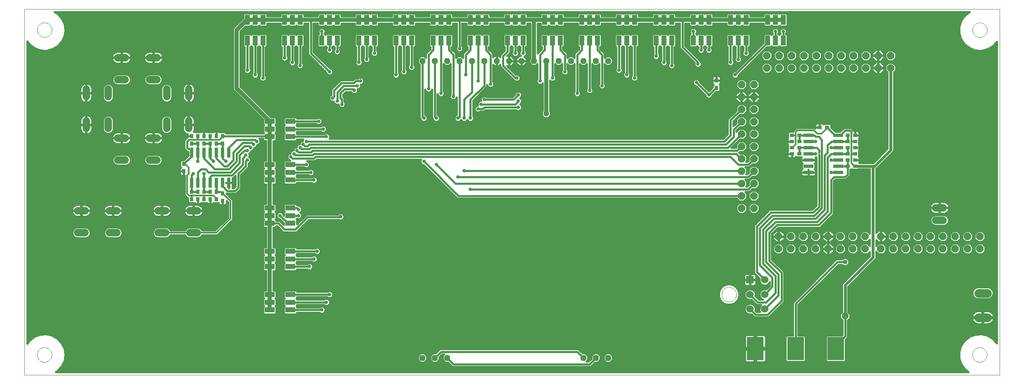
<source format=gtl>
G75*
G70*
%OFA0B0*%
%FSLAX24Y24*%
%IPPOS*%
%LPD*%
%AMOC8*
5,1,8,0,0,1.08239X$1,22.5*
%
%ADD10C,0.0000*%
%ADD11OC8,0.0591*%
%ADD12OC8,0.0472*%
%ADD13C,0.0705*%
%ADD14R,0.0394X0.0787*%
%ADD15R,0.0602X0.0602*%
%ADD16C,0.0602*%
%ADD17R,0.0354X0.0315*%
%ADD18R,0.0787X0.0394*%
%ADD19C,0.0600*%
%ADD20R,0.0315X0.0354*%
%ADD21R,0.0800X0.0260*%
%ADD22R,0.0260X0.0800*%
%ADD23R,0.1339X0.1850*%
%ADD24C,0.0160*%
%ADD25C,0.0290*%
%ADD26C,0.0320*%
%ADD27C,0.0400*%
%ADD28C,0.0472*%
%ADD29C,0.0120*%
%ADD30C,0.0240*%
%ADD31OC8,0.0531*%
%ADD32C,0.0376*%
D10*
X005581Y003913D02*
X005581Y033472D01*
X084321Y033472D01*
X084321Y003913D01*
X005581Y003913D01*
X006615Y005538D02*
X006617Y005586D01*
X006623Y005634D01*
X006633Y005681D01*
X006646Y005727D01*
X006664Y005772D01*
X006684Y005816D01*
X006709Y005858D01*
X006737Y005897D01*
X006767Y005934D01*
X006801Y005968D01*
X006838Y006000D01*
X006876Y006029D01*
X006917Y006054D01*
X006960Y006076D01*
X007005Y006094D01*
X007051Y006108D01*
X007098Y006119D01*
X007146Y006126D01*
X007194Y006129D01*
X007242Y006128D01*
X007290Y006123D01*
X007338Y006114D01*
X007384Y006102D01*
X007429Y006085D01*
X007473Y006065D01*
X007515Y006042D01*
X007555Y006015D01*
X007593Y005985D01*
X007628Y005952D01*
X007660Y005916D01*
X007690Y005878D01*
X007716Y005837D01*
X007738Y005794D01*
X007758Y005750D01*
X007773Y005705D01*
X007785Y005658D01*
X007793Y005610D01*
X007797Y005562D01*
X007797Y005514D01*
X007793Y005466D01*
X007785Y005418D01*
X007773Y005371D01*
X007758Y005326D01*
X007738Y005282D01*
X007716Y005239D01*
X007690Y005198D01*
X007660Y005160D01*
X007628Y005124D01*
X007593Y005091D01*
X007555Y005061D01*
X007515Y005034D01*
X007473Y005011D01*
X007429Y004991D01*
X007384Y004974D01*
X007338Y004962D01*
X007290Y004953D01*
X007242Y004948D01*
X007194Y004947D01*
X007146Y004950D01*
X007098Y004957D01*
X007051Y004968D01*
X007005Y004982D01*
X006960Y005000D01*
X006917Y005022D01*
X006876Y005047D01*
X006838Y005076D01*
X006801Y005108D01*
X006767Y005142D01*
X006737Y005179D01*
X006709Y005218D01*
X006684Y005260D01*
X006664Y005304D01*
X006646Y005349D01*
X006633Y005395D01*
X006623Y005442D01*
X006617Y005490D01*
X006615Y005538D01*
X006615Y031788D02*
X006617Y031836D01*
X006623Y031884D01*
X006633Y031931D01*
X006646Y031977D01*
X006664Y032022D01*
X006684Y032066D01*
X006709Y032108D01*
X006737Y032147D01*
X006767Y032184D01*
X006801Y032218D01*
X006838Y032250D01*
X006876Y032279D01*
X006917Y032304D01*
X006960Y032326D01*
X007005Y032344D01*
X007051Y032358D01*
X007098Y032369D01*
X007146Y032376D01*
X007194Y032379D01*
X007242Y032378D01*
X007290Y032373D01*
X007338Y032364D01*
X007384Y032352D01*
X007429Y032335D01*
X007473Y032315D01*
X007515Y032292D01*
X007555Y032265D01*
X007593Y032235D01*
X007628Y032202D01*
X007660Y032166D01*
X007690Y032128D01*
X007716Y032087D01*
X007738Y032044D01*
X007758Y032000D01*
X007773Y031955D01*
X007785Y031908D01*
X007793Y031860D01*
X007797Y031812D01*
X007797Y031764D01*
X007793Y031716D01*
X007785Y031668D01*
X007773Y031621D01*
X007758Y031576D01*
X007738Y031532D01*
X007716Y031489D01*
X007690Y031448D01*
X007660Y031410D01*
X007628Y031374D01*
X007593Y031341D01*
X007555Y031311D01*
X007515Y031284D01*
X007473Y031261D01*
X007429Y031241D01*
X007384Y031224D01*
X007338Y031212D01*
X007290Y031203D01*
X007242Y031198D01*
X007194Y031197D01*
X007146Y031200D01*
X007098Y031207D01*
X007051Y031218D01*
X007005Y031232D01*
X006960Y031250D01*
X006917Y031272D01*
X006876Y031297D01*
X006838Y031326D01*
X006801Y031358D01*
X006767Y031392D01*
X006737Y031429D01*
X006709Y031468D01*
X006684Y031510D01*
X006664Y031554D01*
X006646Y031599D01*
X006633Y031645D01*
X006623Y031692D01*
X006617Y031740D01*
X006615Y031788D01*
X061865Y010413D02*
X061867Y010461D01*
X061873Y010509D01*
X061883Y010556D01*
X061896Y010602D01*
X061914Y010647D01*
X061934Y010691D01*
X061959Y010733D01*
X061987Y010772D01*
X062017Y010809D01*
X062051Y010843D01*
X062088Y010875D01*
X062126Y010904D01*
X062167Y010929D01*
X062210Y010951D01*
X062255Y010969D01*
X062301Y010983D01*
X062348Y010994D01*
X062396Y011001D01*
X062444Y011004D01*
X062492Y011003D01*
X062540Y010998D01*
X062588Y010989D01*
X062634Y010977D01*
X062679Y010960D01*
X062723Y010940D01*
X062765Y010917D01*
X062805Y010890D01*
X062843Y010860D01*
X062878Y010827D01*
X062910Y010791D01*
X062940Y010753D01*
X062966Y010712D01*
X062988Y010669D01*
X063008Y010625D01*
X063023Y010580D01*
X063035Y010533D01*
X063043Y010485D01*
X063047Y010437D01*
X063047Y010389D01*
X063043Y010341D01*
X063035Y010293D01*
X063023Y010246D01*
X063008Y010201D01*
X062988Y010157D01*
X062966Y010114D01*
X062940Y010073D01*
X062910Y010035D01*
X062878Y009999D01*
X062843Y009966D01*
X062805Y009936D01*
X062765Y009909D01*
X062723Y009886D01*
X062679Y009866D01*
X062634Y009849D01*
X062588Y009837D01*
X062540Y009828D01*
X062492Y009823D01*
X062444Y009822D01*
X062396Y009825D01*
X062348Y009832D01*
X062301Y009843D01*
X062255Y009857D01*
X062210Y009875D01*
X062167Y009897D01*
X062126Y009922D01*
X062088Y009951D01*
X062051Y009983D01*
X062017Y010017D01*
X061987Y010054D01*
X061959Y010093D01*
X061934Y010135D01*
X061914Y010179D01*
X061896Y010224D01*
X061883Y010270D01*
X061873Y010317D01*
X061867Y010365D01*
X061865Y010413D01*
X082115Y005538D02*
X082117Y005586D01*
X082123Y005634D01*
X082133Y005681D01*
X082146Y005727D01*
X082164Y005772D01*
X082184Y005816D01*
X082209Y005858D01*
X082237Y005897D01*
X082267Y005934D01*
X082301Y005968D01*
X082338Y006000D01*
X082376Y006029D01*
X082417Y006054D01*
X082460Y006076D01*
X082505Y006094D01*
X082551Y006108D01*
X082598Y006119D01*
X082646Y006126D01*
X082694Y006129D01*
X082742Y006128D01*
X082790Y006123D01*
X082838Y006114D01*
X082884Y006102D01*
X082929Y006085D01*
X082973Y006065D01*
X083015Y006042D01*
X083055Y006015D01*
X083093Y005985D01*
X083128Y005952D01*
X083160Y005916D01*
X083190Y005878D01*
X083216Y005837D01*
X083238Y005794D01*
X083258Y005750D01*
X083273Y005705D01*
X083285Y005658D01*
X083293Y005610D01*
X083297Y005562D01*
X083297Y005514D01*
X083293Y005466D01*
X083285Y005418D01*
X083273Y005371D01*
X083258Y005326D01*
X083238Y005282D01*
X083216Y005239D01*
X083190Y005198D01*
X083160Y005160D01*
X083128Y005124D01*
X083093Y005091D01*
X083055Y005061D01*
X083015Y005034D01*
X082973Y005011D01*
X082929Y004991D01*
X082884Y004974D01*
X082838Y004962D01*
X082790Y004953D01*
X082742Y004948D01*
X082694Y004947D01*
X082646Y004950D01*
X082598Y004957D01*
X082551Y004968D01*
X082505Y004982D01*
X082460Y005000D01*
X082417Y005022D01*
X082376Y005047D01*
X082338Y005076D01*
X082301Y005108D01*
X082267Y005142D01*
X082237Y005179D01*
X082209Y005218D01*
X082184Y005260D01*
X082164Y005304D01*
X082146Y005349D01*
X082133Y005395D01*
X082123Y005442D01*
X082117Y005490D01*
X082115Y005538D01*
X082115Y031788D02*
X082117Y031836D01*
X082123Y031884D01*
X082133Y031931D01*
X082146Y031977D01*
X082164Y032022D01*
X082184Y032066D01*
X082209Y032108D01*
X082237Y032147D01*
X082267Y032184D01*
X082301Y032218D01*
X082338Y032250D01*
X082376Y032279D01*
X082417Y032304D01*
X082460Y032326D01*
X082505Y032344D01*
X082551Y032358D01*
X082598Y032369D01*
X082646Y032376D01*
X082694Y032379D01*
X082742Y032378D01*
X082790Y032373D01*
X082838Y032364D01*
X082884Y032352D01*
X082929Y032335D01*
X082973Y032315D01*
X083015Y032292D01*
X083055Y032265D01*
X083093Y032235D01*
X083128Y032202D01*
X083160Y032166D01*
X083190Y032128D01*
X083216Y032087D01*
X083238Y032044D01*
X083258Y032000D01*
X083273Y031955D01*
X083285Y031908D01*
X083293Y031860D01*
X083297Y031812D01*
X083297Y031764D01*
X083293Y031716D01*
X083285Y031668D01*
X083273Y031621D01*
X083258Y031576D01*
X083238Y031532D01*
X083216Y031489D01*
X083190Y031448D01*
X083160Y031410D01*
X083128Y031374D01*
X083093Y031341D01*
X083055Y031311D01*
X083015Y031284D01*
X082973Y031261D01*
X082929Y031241D01*
X082884Y031224D01*
X082838Y031212D01*
X082790Y031203D01*
X082742Y031198D01*
X082694Y031197D01*
X082646Y031200D01*
X082598Y031207D01*
X082551Y031218D01*
X082505Y031232D01*
X082460Y031250D01*
X082417Y031272D01*
X082376Y031297D01*
X082338Y031326D01*
X082301Y031358D01*
X082267Y031392D01*
X082237Y031429D01*
X082209Y031468D01*
X082184Y031510D01*
X082164Y031554D01*
X082146Y031599D01*
X082133Y031645D01*
X082123Y031692D01*
X082117Y031740D01*
X082115Y031788D01*
D11*
X075503Y029715D03*
X074503Y029715D03*
X074503Y028715D03*
X075503Y028715D03*
X073503Y028715D03*
X072503Y028715D03*
X071503Y028715D03*
X070503Y028715D03*
X069503Y028715D03*
X068503Y028715D03*
X067503Y028715D03*
X066503Y028715D03*
X065503Y028715D03*
X065503Y029715D03*
X066503Y029715D03*
X067503Y029715D03*
X068503Y029715D03*
X069503Y029715D03*
X070503Y029715D03*
X071503Y029715D03*
X072503Y029715D03*
X073503Y029715D03*
X064466Y027378D03*
X063466Y027378D03*
X063466Y026378D03*
X064466Y026378D03*
X064466Y025378D03*
X063466Y025378D03*
X063466Y024378D03*
X064466Y024378D03*
X064466Y023378D03*
X063466Y023378D03*
X063466Y022378D03*
X064466Y022378D03*
X064466Y021378D03*
X063466Y021378D03*
X063466Y020378D03*
X064466Y020378D03*
X064466Y019378D03*
X063466Y019378D03*
X063466Y018378D03*
X064466Y018378D03*
X064466Y017378D03*
X063466Y017378D03*
X066460Y015101D03*
X067460Y015101D03*
X068460Y015101D03*
X069460Y015101D03*
X070460Y015101D03*
X071460Y015101D03*
X072460Y015101D03*
X073460Y015101D03*
X074716Y015103D03*
X075716Y015103D03*
X076716Y015103D03*
X077716Y015103D03*
X078716Y015103D03*
X079716Y015103D03*
X080716Y015103D03*
X081716Y015103D03*
X082716Y015103D03*
X082716Y014103D03*
X081716Y014103D03*
X080716Y014103D03*
X079716Y014103D03*
X078716Y014103D03*
X077716Y014103D03*
X076716Y014103D03*
X075716Y014103D03*
X074716Y014103D03*
X073460Y014101D03*
X072460Y014101D03*
X071460Y014101D03*
X070460Y014101D03*
X069460Y014101D03*
X068460Y014101D03*
X067460Y014101D03*
X066460Y014101D03*
D12*
X052706Y005288D03*
X051706Y005288D03*
X050706Y005288D03*
X039706Y005288D03*
X038706Y005288D03*
X037706Y005288D03*
X037706Y029288D03*
X038706Y029288D03*
X039706Y029288D03*
X040706Y029288D03*
X041706Y029288D03*
X042706Y029288D03*
X043706Y029288D03*
X044706Y029288D03*
X045706Y029288D03*
X046706Y029288D03*
X047706Y029288D03*
X048706Y029288D03*
X049706Y029288D03*
X050706Y029288D03*
X051706Y029288D03*
X052706Y029288D03*
D13*
X082603Y010522D02*
X083308Y010522D01*
X083308Y008554D02*
X082603Y008554D01*
D14*
X066836Y030938D03*
X066206Y030938D03*
X065576Y030938D03*
X063836Y030938D03*
X063206Y030938D03*
X062576Y030938D03*
X060836Y030938D03*
X060206Y030938D03*
X059576Y030938D03*
X057836Y030938D03*
X057206Y030938D03*
X056576Y030938D03*
X054836Y030938D03*
X054206Y030938D03*
X053576Y030938D03*
X051836Y030938D03*
X051206Y030938D03*
X050576Y030938D03*
X048836Y030938D03*
X048206Y030938D03*
X047576Y030938D03*
X045836Y030938D03*
X045206Y030938D03*
X044576Y030938D03*
X042836Y030938D03*
X042206Y030938D03*
X041576Y030938D03*
X039836Y030938D03*
X039206Y030938D03*
X038576Y030938D03*
X036836Y030938D03*
X036206Y030938D03*
X035576Y030938D03*
X033836Y030938D03*
X033206Y030938D03*
X032576Y030938D03*
X030836Y030938D03*
X030206Y030938D03*
X029576Y030938D03*
X027836Y030938D03*
X027206Y030938D03*
X026576Y030938D03*
X024836Y030938D03*
X024206Y030938D03*
X023576Y030938D03*
X023576Y032618D03*
X024206Y032618D03*
X024836Y032618D03*
X026576Y032618D03*
X027206Y032618D03*
X027836Y032618D03*
X029576Y032618D03*
X030206Y032618D03*
X030836Y032618D03*
X032576Y032618D03*
X033206Y032618D03*
X033836Y032618D03*
X035576Y032618D03*
X036206Y032618D03*
X036836Y032618D03*
X038576Y032618D03*
X039206Y032618D03*
X039836Y032618D03*
X041576Y032618D03*
X042206Y032618D03*
X042836Y032618D03*
X044576Y032618D03*
X045206Y032618D03*
X045836Y032618D03*
X047576Y032618D03*
X048206Y032618D03*
X048836Y032618D03*
X050576Y032618D03*
X051206Y032618D03*
X051836Y032618D03*
X053576Y032618D03*
X054206Y032618D03*
X054836Y032618D03*
X056576Y032618D03*
X057206Y032618D03*
X057836Y032618D03*
X059576Y032618D03*
X060206Y032618D03*
X060836Y032618D03*
X062576Y032618D03*
X063206Y032618D03*
X063836Y032618D03*
X065576Y032618D03*
X066206Y032618D03*
X066836Y032618D03*
D15*
X064157Y011594D03*
D16*
X065338Y011594D03*
X065338Y010413D03*
X064157Y010413D03*
X064157Y009232D03*
X065338Y009232D03*
D17*
X072031Y020788D03*
X072031Y021288D03*
X072031Y021788D03*
X072631Y021788D03*
X072631Y021288D03*
X072631Y020788D03*
X072631Y022288D03*
X072631Y022788D03*
X072631Y023288D03*
X072031Y023288D03*
X072031Y022788D03*
X072031Y022288D03*
X070381Y023913D03*
X069781Y023913D03*
X068131Y023288D03*
X068131Y022788D03*
X068131Y022288D03*
X067531Y022288D03*
X067531Y022788D03*
X067531Y023288D03*
X067531Y021788D03*
X068131Y021788D03*
D18*
X027056Y020918D03*
X027056Y020288D03*
X027056Y019658D03*
X025376Y019658D03*
X025376Y020288D03*
X025376Y020918D03*
X025376Y023158D03*
X025376Y023788D03*
X025376Y024418D03*
X027056Y024418D03*
X027056Y023788D03*
X027056Y023158D03*
X027056Y017418D03*
X027056Y016788D03*
X027056Y016158D03*
X025376Y016158D03*
X025376Y016788D03*
X025376Y017418D03*
X025376Y013918D03*
X025376Y013288D03*
X025376Y012658D03*
X027056Y012658D03*
X027056Y013288D03*
X027056Y013918D03*
X027056Y010418D03*
X027056Y009788D03*
X027056Y009158D03*
X025376Y009158D03*
X025376Y009788D03*
X025376Y010418D03*
D19*
X019536Y015398D02*
X018936Y015398D01*
X016976Y015398D02*
X016376Y015398D01*
X016376Y017178D02*
X016976Y017178D01*
X018936Y017178D02*
X019536Y017178D01*
X013036Y017178D02*
X012436Y017178D01*
X010476Y017178D02*
X009876Y017178D01*
X009876Y015398D02*
X010476Y015398D01*
X012436Y015398D02*
X013036Y015398D01*
X013126Y021273D02*
X013726Y021273D01*
X015686Y021273D02*
X016286Y021273D01*
X016286Y023053D02*
X015686Y023053D01*
X017066Y023833D02*
X017066Y024433D01*
X018846Y024433D02*
X018846Y023833D01*
X013726Y023053D02*
X013126Y023053D01*
X012346Y023833D02*
X012346Y024433D01*
X010566Y024433D02*
X010566Y023833D01*
X010566Y026393D02*
X010566Y026993D01*
X012346Y026993D02*
X012346Y026393D01*
X013126Y027773D02*
X013726Y027773D01*
X015686Y027773D02*
X016286Y027773D01*
X017066Y026993D02*
X017066Y026393D01*
X018846Y026393D02*
X018846Y026993D01*
X016286Y029553D02*
X015686Y029553D01*
X013726Y029553D02*
X013126Y029553D01*
X079156Y017413D02*
X079756Y017413D01*
X079756Y016413D02*
X079156Y016413D01*
D20*
X061456Y027113D03*
X061456Y027713D03*
X021581Y023213D03*
X021081Y023213D03*
X020581Y023213D03*
X020081Y023213D03*
X019581Y023213D03*
X019081Y023213D03*
X019081Y022613D03*
X019581Y022613D03*
X020081Y022613D03*
X020581Y022613D03*
X021081Y022613D03*
X021581Y022613D03*
X018456Y020963D03*
X018456Y020363D03*
X019081Y018713D03*
X019581Y018713D03*
X020081Y018713D03*
X020581Y018713D03*
X021081Y018713D03*
X021581Y018588D03*
X021581Y017988D03*
X021081Y018113D03*
X020581Y018113D03*
X020081Y018113D03*
X019581Y018113D03*
X019081Y018113D03*
D21*
X068871Y020288D03*
X068871Y020788D03*
X068871Y021288D03*
X068871Y021788D03*
X068871Y022288D03*
X068871Y022788D03*
X068871Y023288D03*
X071291Y023288D03*
X071291Y022788D03*
X071291Y022288D03*
X071291Y021788D03*
X071291Y021288D03*
X071291Y020788D03*
X071291Y020288D03*
D22*
X022081Y019453D03*
X021581Y019453D03*
X021081Y019453D03*
X020581Y019453D03*
X020081Y019453D03*
X019581Y019453D03*
X019081Y019453D03*
X019081Y021873D03*
X019581Y021873D03*
X020081Y021873D03*
X020581Y021873D03*
X021081Y021873D03*
X021581Y021873D03*
X022081Y021873D03*
D23*
X064581Y006038D03*
X067831Y006038D03*
X071081Y006038D03*
D24*
X071081Y006288D01*
X071831Y007038D01*
X071831Y008663D01*
X072237Y008667D02*
X082082Y008667D01*
X082084Y008678D02*
X082071Y008596D01*
X082071Y008591D01*
X082918Y008591D01*
X082918Y008516D01*
X082071Y008516D01*
X082071Y008512D01*
X082084Y008429D01*
X082110Y008349D01*
X082148Y008275D01*
X082197Y008207D01*
X082257Y008148D01*
X082324Y008098D01*
X082399Y008060D01*
X082479Y008034D01*
X082562Y008021D01*
X082918Y008021D01*
X082918Y008516D01*
X082993Y008516D01*
X082993Y008021D01*
X083350Y008021D01*
X083433Y008034D01*
X083513Y008060D01*
X083588Y008098D01*
X083655Y008148D01*
X083715Y008207D01*
X083764Y008275D01*
X083802Y008349D01*
X083828Y008429D01*
X083841Y008512D01*
X083841Y008516D01*
X082993Y008516D01*
X082993Y008591D01*
X082918Y008591D01*
X082918Y009086D01*
X082562Y009086D01*
X082479Y009073D01*
X082399Y009047D01*
X082324Y009009D01*
X082257Y008960D01*
X082197Y008901D01*
X082148Y008833D01*
X082110Y008758D01*
X082084Y008678D01*
X082144Y008825D02*
X072237Y008825D01*
X072237Y008831D02*
X072091Y008977D01*
X072091Y011055D01*
X074228Y013193D01*
X074301Y013266D01*
X074341Y013361D01*
X074341Y013862D01*
X074536Y013668D01*
X074896Y013668D01*
X075151Y013923D01*
X075151Y014283D01*
X074896Y014538D01*
X074536Y014538D01*
X074341Y014344D01*
X074341Y014806D01*
X074519Y014628D01*
X074698Y014628D01*
X074698Y015085D01*
X074734Y015085D01*
X074734Y015121D01*
X074698Y015121D01*
X074698Y015578D01*
X074519Y015578D01*
X074341Y015400D01*
X074341Y020562D01*
X074353Y020568D01*
X074426Y020641D01*
X075724Y021938D01*
X075763Y022034D01*
X075763Y028360D01*
X075939Y028535D01*
X075939Y028896D01*
X075684Y029151D01*
X075323Y029151D01*
X075068Y028896D01*
X075068Y028535D01*
X075243Y028360D01*
X075243Y022193D01*
X074098Y021048D01*
X072968Y021048D01*
X072976Y021061D01*
X072988Y021107D01*
X072988Y021288D01*
X072988Y021469D01*
X072976Y021515D01*
X072952Y021556D01*
X072942Y021566D01*
X072948Y021573D01*
X072948Y022003D01*
X072942Y022010D01*
X072952Y022020D01*
X072976Y022061D01*
X072988Y022107D01*
X072988Y022288D01*
X072988Y022469D01*
X072976Y022515D01*
X072952Y022556D01*
X072942Y022566D01*
X072948Y022573D01*
X072948Y023003D01*
X072942Y023010D01*
X072952Y023020D01*
X072976Y023061D01*
X072988Y023107D01*
X072988Y023288D01*
X072988Y023469D01*
X072976Y023515D01*
X072952Y023556D01*
X072919Y023590D01*
X072878Y023613D01*
X072832Y023625D01*
X072631Y023625D01*
X072631Y023288D01*
X072988Y023288D01*
X072631Y023288D01*
X072631Y023288D01*
X072631Y023288D01*
X072631Y023625D01*
X072551Y023625D01*
X072551Y023629D01*
X072426Y023754D01*
X072297Y023883D01*
X071740Y023883D01*
X071415Y023558D01*
X071047Y023558D01*
X070698Y023907D01*
X070698Y024128D01*
X070616Y024210D01*
X070146Y024210D01*
X070107Y024172D01*
X070102Y024181D01*
X070069Y024215D01*
X070028Y024238D01*
X069982Y024250D01*
X069781Y024250D01*
X069781Y023913D01*
X069781Y023913D01*
X069781Y024250D01*
X069580Y024250D01*
X069534Y024238D01*
X069493Y024215D01*
X069460Y024181D01*
X069436Y024140D01*
X069424Y024094D01*
X069424Y023913D01*
X069424Y023853D01*
X069414Y023863D01*
X067873Y023863D01*
X067756Y023746D01*
X067748Y023738D01*
X067631Y023621D01*
X067631Y023585D01*
X067296Y023585D01*
X067214Y023503D01*
X067214Y023073D01*
X067220Y023066D01*
X067210Y023056D01*
X067186Y023015D01*
X067174Y022969D01*
X067174Y022788D01*
X067174Y022607D01*
X067186Y022561D01*
X067210Y022520D01*
X067220Y022510D01*
X067214Y022503D01*
X067214Y022073D01*
X067220Y022066D01*
X067210Y022056D01*
X067186Y022015D01*
X067174Y021969D01*
X067174Y021788D01*
X067174Y021607D01*
X067186Y021561D01*
X067210Y021520D01*
X067243Y021486D01*
X067284Y021463D01*
X067330Y021451D01*
X067531Y021451D01*
X067732Y021451D01*
X067778Y021463D01*
X067819Y021486D01*
X067852Y021520D01*
X067857Y021529D01*
X067896Y021491D01*
X068305Y021491D01*
X068303Y021487D01*
X068291Y021442D01*
X068291Y021288D01*
X068871Y021288D01*
X069451Y021288D01*
X069451Y021442D01*
X069439Y021487D01*
X069430Y021503D01*
X069511Y021503D01*
X069511Y017604D01*
X069165Y017258D01*
X065740Y017258D01*
X065611Y017129D01*
X064615Y016133D01*
X064615Y016133D01*
X064486Y016004D01*
X064486Y012135D01*
X064909Y011712D01*
X064897Y011682D01*
X064897Y011506D01*
X064964Y011344D01*
X065088Y011220D01*
X065250Y011153D01*
X065426Y011153D01*
X065588Y011220D01*
X065712Y011344D01*
X065736Y011402D01*
X065736Y011122D01*
X065456Y010842D01*
X065426Y010854D01*
X065250Y010854D01*
X065088Y010787D01*
X064964Y010663D01*
X064897Y010501D01*
X064897Y010325D01*
X064964Y010163D01*
X065088Y010039D01*
X065163Y010008D01*
X064873Y010008D01*
X064586Y010295D01*
X064598Y010325D01*
X064598Y010501D01*
X064531Y010663D01*
X064407Y010787D01*
X064245Y010854D01*
X064069Y010854D01*
X063907Y010787D01*
X063783Y010663D01*
X063716Y010501D01*
X063716Y010325D01*
X063783Y010163D01*
X063907Y010039D01*
X064069Y009972D01*
X064245Y009972D01*
X064274Y009984D01*
X064691Y009568D01*
X065050Y009568D01*
X064964Y009482D01*
X064897Y009320D01*
X064897Y009144D01*
X064953Y009008D01*
X064692Y009008D01*
X064586Y009114D01*
X064598Y009144D01*
X064598Y009320D01*
X064531Y009482D01*
X064407Y009606D01*
X064245Y009673D01*
X064069Y009673D01*
X063907Y009606D01*
X063783Y009482D01*
X063716Y009320D01*
X063716Y009144D01*
X063783Y008982D01*
X063907Y008858D01*
X064069Y008791D01*
X064245Y008791D01*
X064274Y008803D01*
X064510Y008568D01*
X065672Y008568D01*
X065801Y008697D01*
X066926Y009822D01*
X066926Y012254D01*
X066797Y012383D01*
X065926Y013254D01*
X065926Y015322D01*
X066422Y015818D01*
X069797Y015818D01*
X070797Y016818D01*
X070926Y016947D01*
X070926Y019572D01*
X071047Y019693D01*
X071922Y019693D01*
X072122Y019893D01*
X072251Y020022D01*
X072251Y020491D01*
X072266Y020491D01*
X072331Y020555D01*
X072396Y020491D01*
X072866Y020491D01*
X072904Y020528D01*
X073821Y020528D01*
X073821Y015356D01*
X073640Y015536D01*
X073280Y015536D01*
X073025Y015281D01*
X073025Y014921D01*
X073280Y014666D01*
X073640Y014666D01*
X073821Y014846D01*
X073821Y014356D01*
X073640Y014536D01*
X073280Y014536D01*
X073025Y014281D01*
X073025Y013921D01*
X073280Y013666D01*
X073640Y013666D01*
X073821Y013846D01*
X073821Y013521D01*
X071684Y011383D01*
X071611Y011310D01*
X071571Y011215D01*
X071571Y008977D01*
X071425Y008831D01*
X071425Y008495D01*
X071611Y008309D01*
X071611Y007129D01*
X071585Y007103D01*
X070354Y007103D01*
X070272Y007021D01*
X070272Y005055D01*
X070354Y004973D01*
X071808Y004973D01*
X071890Y005055D01*
X071890Y006786D01*
X071922Y006818D01*
X072051Y006947D01*
X072051Y008309D01*
X072237Y008495D01*
X072237Y008831D01*
X072091Y008984D02*
X082289Y008984D01*
X082918Y008984D02*
X082993Y008984D01*
X082993Y009086D02*
X082993Y008591D01*
X083841Y008591D01*
X083841Y008596D01*
X083828Y008678D01*
X083802Y008758D01*
X083764Y008833D01*
X083715Y008901D01*
X083655Y008960D01*
X083588Y009009D01*
X083513Y009047D01*
X083433Y009073D01*
X083350Y009086D01*
X082993Y009086D01*
X082993Y008825D02*
X082918Y008825D01*
X082918Y008667D02*
X082993Y008667D01*
X082993Y008508D02*
X082918Y008508D01*
X082918Y008350D02*
X082993Y008350D01*
X082993Y008191D02*
X082918Y008191D01*
X082918Y008033D02*
X082993Y008033D01*
X083422Y008033D02*
X084091Y008033D01*
X084091Y008191D02*
X083699Y008191D01*
X083802Y008350D02*
X084091Y008350D01*
X084091Y008508D02*
X083840Y008508D01*
X083830Y008667D02*
X084091Y008667D01*
X084091Y008825D02*
X083768Y008825D01*
X083623Y008984D02*
X084091Y008984D01*
X084091Y009142D02*
X072091Y009142D01*
X072091Y009301D02*
X084091Y009301D01*
X084091Y009459D02*
X072091Y009459D01*
X072091Y009618D02*
X084091Y009618D01*
X084091Y009776D02*
X072091Y009776D01*
X072091Y009935D02*
X084091Y009935D01*
X084091Y010093D02*
X083559Y010093D01*
X083587Y010105D02*
X083726Y010243D01*
X083801Y010424D01*
X083801Y010620D01*
X083726Y010801D01*
X083587Y010940D01*
X083406Y011015D01*
X082506Y011015D01*
X082324Y010940D01*
X082186Y010801D01*
X082111Y010620D01*
X082111Y010424D01*
X082186Y010243D01*
X082324Y010105D01*
X082506Y010030D01*
X083406Y010030D01*
X083587Y010105D01*
X083729Y010252D02*
X084091Y010252D01*
X084091Y010410D02*
X083795Y010410D01*
X083801Y010569D02*
X084091Y010569D01*
X084091Y010727D02*
X083757Y010727D01*
X083642Y010886D02*
X084091Y010886D01*
X084091Y011044D02*
X072091Y011044D01*
X072091Y010886D02*
X082270Y010886D01*
X082155Y010727D02*
X072091Y010727D01*
X072091Y010569D02*
X082111Y010569D01*
X082117Y010410D02*
X072091Y010410D01*
X072091Y010252D02*
X082183Y010252D01*
X082353Y010093D02*
X072091Y010093D01*
X071571Y010093D02*
X068572Y010093D01*
X068414Y009935D02*
X071571Y009935D01*
X071571Y009776D02*
X068255Y009776D01*
X068097Y009618D02*
X071571Y009618D01*
X071571Y009459D02*
X068051Y009459D01*
X068051Y009572D02*
X071297Y012818D01*
X071587Y012818D01*
X071645Y012760D01*
X071766Y012710D01*
X071896Y012710D01*
X072017Y012760D01*
X072109Y012852D01*
X072159Y012973D01*
X072159Y013103D01*
X072109Y013224D01*
X072017Y013316D01*
X071896Y013366D01*
X071766Y013366D01*
X071645Y013316D01*
X071587Y013258D01*
X071115Y013258D01*
X070986Y013129D01*
X067611Y009754D01*
X067611Y007103D01*
X067104Y007103D01*
X067022Y007021D01*
X067022Y005055D01*
X067104Y004973D01*
X068558Y004973D01*
X068640Y005055D01*
X068640Y007021D01*
X068558Y007103D01*
X068051Y007103D01*
X068051Y009572D01*
X067831Y009663D02*
X071206Y013038D01*
X071831Y013038D01*
X072070Y013263D02*
X073563Y013263D01*
X073405Y013105D02*
X072159Y013105D01*
X072148Y012946D02*
X073246Y012946D01*
X073088Y012788D02*
X072045Y012788D01*
X071617Y012788D02*
X071267Y012788D01*
X071108Y012629D02*
X072929Y012629D01*
X072771Y012471D02*
X070950Y012471D01*
X070791Y012312D02*
X072612Y012312D01*
X072454Y012154D02*
X070633Y012154D01*
X070474Y011995D02*
X072295Y011995D01*
X072137Y011837D02*
X070316Y011837D01*
X070157Y011678D02*
X071978Y011678D01*
X071820Y011520D02*
X069999Y011520D01*
X069840Y011361D02*
X071661Y011361D01*
X071684Y011383D02*
X071684Y011383D01*
X071571Y011203D02*
X069682Y011203D01*
X069523Y011044D02*
X071571Y011044D01*
X071571Y010886D02*
X069365Y010886D01*
X069206Y010727D02*
X071571Y010727D01*
X071571Y010569D02*
X069048Y010569D01*
X068889Y010410D02*
X071571Y010410D01*
X071571Y010252D02*
X068731Y010252D01*
X068425Y010569D02*
X066926Y010569D01*
X066926Y010727D02*
X068584Y010727D01*
X068742Y010886D02*
X066926Y010886D01*
X066926Y011044D02*
X068901Y011044D01*
X069059Y011203D02*
X066926Y011203D01*
X066926Y011361D02*
X069218Y011361D01*
X069376Y011520D02*
X066926Y011520D01*
X066926Y011678D02*
X069535Y011678D01*
X069693Y011837D02*
X066926Y011837D01*
X066926Y011995D02*
X069852Y011995D01*
X070010Y012154D02*
X066926Y012154D01*
X066868Y012312D02*
X070169Y012312D01*
X070327Y012471D02*
X066710Y012471D01*
X066551Y012629D02*
X070486Y012629D01*
X070644Y012788D02*
X066393Y012788D01*
X066234Y012946D02*
X070803Y012946D01*
X070961Y013105D02*
X066076Y013105D01*
X065926Y013263D02*
X071592Y013263D01*
X071640Y013666D02*
X071895Y013921D01*
X071895Y014281D01*
X071640Y014536D01*
X071280Y014536D01*
X071025Y014281D01*
X071025Y013921D01*
X071280Y013666D01*
X071640Y013666D01*
X071713Y013739D02*
X072207Y013739D01*
X072280Y013666D02*
X072025Y013921D01*
X072025Y014281D01*
X072280Y014536D01*
X072640Y014536D01*
X072895Y014281D01*
X072895Y013921D01*
X072640Y013666D01*
X072280Y013666D01*
X072048Y013897D02*
X071872Y013897D01*
X071895Y014056D02*
X072025Y014056D01*
X072025Y014214D02*
X071895Y014214D01*
X071804Y014373D02*
X072116Y014373D01*
X072274Y014531D02*
X071646Y014531D01*
X071640Y014666D02*
X071895Y014921D01*
X071895Y015281D01*
X071640Y015536D01*
X071280Y015536D01*
X071025Y015281D01*
X071025Y014921D01*
X071280Y014666D01*
X071640Y014666D01*
X071664Y014690D02*
X072256Y014690D01*
X072280Y014666D02*
X072640Y014666D01*
X072895Y014921D01*
X072895Y015281D01*
X072640Y015536D01*
X072280Y015536D01*
X072025Y015281D01*
X072025Y014921D01*
X072280Y014666D01*
X072097Y014848D02*
X071823Y014848D01*
X071895Y015007D02*
X072025Y015007D01*
X072025Y015165D02*
X071895Y015165D01*
X071853Y015324D02*
X072067Y015324D01*
X072225Y015482D02*
X071695Y015482D01*
X071225Y015482D02*
X070751Y015482D01*
X070657Y015576D02*
X070478Y015576D01*
X070478Y015119D01*
X070442Y015119D01*
X070442Y015083D01*
X069985Y015083D01*
X069985Y014904D01*
X070263Y014626D01*
X070442Y014626D01*
X070442Y015083D01*
X070478Y015083D01*
X070478Y015119D01*
X070935Y015119D01*
X070935Y015298D01*
X070657Y015576D01*
X070478Y015482D02*
X070442Y015482D01*
X070442Y015576D02*
X070263Y015576D01*
X069985Y015298D01*
X069985Y015119D01*
X070442Y015119D01*
X070442Y015576D01*
X070442Y015324D02*
X070478Y015324D01*
X070478Y015165D02*
X070442Y015165D01*
X070478Y015083D02*
X070935Y015083D01*
X070935Y014904D01*
X070657Y014626D01*
X070478Y014626D01*
X070478Y015083D01*
X070478Y015007D02*
X070442Y015007D01*
X070442Y014848D02*
X070478Y014848D01*
X070478Y014690D02*
X070442Y014690D01*
X070442Y014576D02*
X070263Y014576D01*
X069985Y014298D01*
X069985Y014119D01*
X070442Y014119D01*
X070442Y014083D01*
X069985Y014083D01*
X069985Y013904D01*
X070263Y013626D01*
X070442Y013626D01*
X070442Y014083D01*
X070478Y014083D01*
X070478Y014119D01*
X070442Y014119D01*
X070442Y014576D01*
X070478Y014576D02*
X070478Y014119D01*
X070935Y014119D01*
X070935Y014298D01*
X070657Y014576D01*
X070478Y014576D01*
X070478Y014531D02*
X070442Y014531D01*
X070442Y014373D02*
X070478Y014373D01*
X070478Y014214D02*
X070442Y014214D01*
X070478Y014083D02*
X070935Y014083D01*
X070935Y013904D01*
X070657Y013626D01*
X070478Y013626D01*
X070478Y014083D01*
X070478Y014056D02*
X070442Y014056D01*
X070442Y013897D02*
X070478Y013897D01*
X070478Y013739D02*
X070442Y013739D01*
X070150Y013739D02*
X069713Y013739D01*
X069640Y013666D02*
X069895Y013921D01*
X069895Y014281D01*
X069640Y014536D01*
X069280Y014536D01*
X069025Y014281D01*
X069025Y013921D01*
X069280Y013666D01*
X069640Y013666D01*
X069872Y013897D02*
X069992Y013897D01*
X069985Y014056D02*
X069895Y014056D01*
X069895Y014214D02*
X069985Y014214D01*
X070059Y014373D02*
X069804Y014373D01*
X069646Y014531D02*
X070218Y014531D01*
X070199Y014690D02*
X069664Y014690D01*
X069640Y014666D02*
X069895Y014921D01*
X069895Y015281D01*
X069640Y015536D01*
X069280Y015536D01*
X069025Y015281D01*
X069025Y014921D01*
X069280Y014666D01*
X069640Y014666D01*
X069823Y014848D02*
X070041Y014848D01*
X069985Y015007D02*
X069895Y015007D01*
X069895Y015165D02*
X069985Y015165D01*
X070010Y015324D02*
X069853Y015324D01*
X069695Y015482D02*
X070169Y015482D01*
X069937Y015958D02*
X073821Y015958D01*
X073821Y016116D02*
X070095Y016116D01*
X070254Y016275D02*
X073821Y016275D01*
X073821Y016433D02*
X070412Y016433D01*
X070571Y016592D02*
X073821Y016592D01*
X073821Y016750D02*
X070729Y016750D01*
X070888Y016909D02*
X073821Y016909D01*
X073821Y017067D02*
X070926Y017067D01*
X070926Y017226D02*
X073821Y017226D01*
X073821Y017384D02*
X070926Y017384D01*
X070926Y017543D02*
X073821Y017543D01*
X073821Y017701D02*
X070926Y017701D01*
X070926Y017860D02*
X073821Y017860D01*
X073821Y018018D02*
X070926Y018018D01*
X070926Y018177D02*
X073821Y018177D01*
X073821Y018335D02*
X070926Y018335D01*
X070926Y018494D02*
X073821Y018494D01*
X073821Y018652D02*
X070926Y018652D01*
X070926Y018811D02*
X073821Y018811D01*
X073821Y018969D02*
X070926Y018969D01*
X070926Y019128D02*
X073821Y019128D01*
X073821Y019286D02*
X070926Y019286D01*
X070926Y019445D02*
X073821Y019445D01*
X073821Y019603D02*
X070957Y019603D01*
X070706Y019663D02*
X070956Y019913D01*
X071831Y019913D01*
X072031Y020113D01*
X072031Y020788D01*
X072031Y021288D01*
X072031Y021788D02*
X071291Y021788D01*
X070706Y021788D01*
X070406Y021488D01*
X070406Y017113D01*
X069581Y016288D01*
X066206Y016288D01*
X065456Y015538D01*
X065456Y013038D01*
X066456Y012038D01*
X066456Y010350D01*
X065338Y009232D01*
X064954Y009459D02*
X064540Y009459D01*
X064598Y009301D02*
X064897Y009301D01*
X064898Y009142D02*
X064597Y009142D01*
X064601Y008788D02*
X064157Y009232D01*
X063986Y008825D02*
X027511Y008825D01*
X027507Y008821D02*
X027589Y008903D01*
X027589Y008943D01*
X029398Y008943D01*
X029420Y008921D01*
X029524Y008878D01*
X029638Y008878D01*
X029742Y008921D01*
X029823Y009002D01*
X029866Y009106D01*
X029866Y009220D01*
X029823Y009324D01*
X029742Y009405D01*
X029638Y009448D01*
X029524Y009448D01*
X029420Y009405D01*
X029398Y009383D01*
X027589Y009383D01*
X027589Y009413D01*
X027529Y009473D01*
X027589Y009533D01*
X027589Y009568D01*
X029773Y009568D01*
X029795Y009546D01*
X029899Y009503D01*
X030013Y009503D01*
X030117Y009546D01*
X030198Y009627D01*
X030241Y009731D01*
X030241Y009845D01*
X030198Y009949D01*
X030117Y010030D01*
X030013Y010073D01*
X029899Y010073D01*
X029795Y010030D01*
X029773Y010008D01*
X027589Y010008D01*
X027589Y010043D01*
X027529Y010103D01*
X027589Y010163D01*
X027589Y010193D01*
X030023Y010193D01*
X030045Y010171D01*
X030149Y010128D01*
X030263Y010128D01*
X030367Y010171D01*
X030448Y010252D01*
X030491Y010356D01*
X030491Y010470D01*
X030448Y010574D01*
X030367Y010655D01*
X030263Y010698D01*
X030149Y010698D01*
X030045Y010655D01*
X030023Y010633D01*
X027589Y010633D01*
X027589Y010673D01*
X027507Y010755D01*
X026604Y010755D01*
X026522Y010673D01*
X026522Y010163D01*
X026582Y010103D01*
X026522Y010043D01*
X026522Y009533D01*
X026582Y009473D01*
X026522Y009413D01*
X026522Y008903D01*
X026604Y008821D01*
X027507Y008821D01*
X027060Y009163D02*
X027056Y009158D01*
X027060Y009163D02*
X029581Y009163D01*
X029866Y009142D02*
X063716Y009142D01*
X063716Y009301D02*
X029832Y009301D01*
X029805Y008984D02*
X063782Y008984D01*
X063773Y009459D02*
X027543Y009459D01*
X027056Y009788D02*
X029956Y009788D01*
X030241Y009776D02*
X061933Y009776D01*
X061991Y009717D02*
X062293Y009592D01*
X062619Y009592D01*
X062921Y009717D01*
X063152Y009948D01*
X063277Y010250D01*
X063277Y010576D01*
X063152Y010878D01*
X062921Y011109D01*
X062619Y011234D01*
X062293Y011234D01*
X061991Y011109D01*
X061760Y010878D01*
X061635Y010576D01*
X061635Y010250D01*
X061760Y009948D01*
X061991Y009717D01*
X062232Y009618D02*
X030189Y009618D01*
X030204Y009935D02*
X061774Y009935D01*
X061700Y010093D02*
X027539Y010093D01*
X027060Y010413D02*
X027056Y010418D01*
X027060Y010413D02*
X030206Y010413D01*
X030491Y010410D02*
X061635Y010410D01*
X061635Y010252D02*
X030448Y010252D01*
X030450Y010569D02*
X061635Y010569D01*
X061698Y010727D02*
X027535Y010727D01*
X026576Y010727D02*
X025855Y010727D01*
X025828Y010755D02*
X025676Y010755D01*
X025676Y012321D01*
X025828Y012321D01*
X025910Y012403D01*
X025910Y012913D01*
X025850Y012973D01*
X025910Y013033D01*
X025910Y013543D01*
X025850Y013603D01*
X025910Y013663D01*
X025910Y014173D01*
X025828Y014255D01*
X025676Y014255D01*
X025676Y015821D01*
X025828Y015821D01*
X025910Y015903D01*
X025910Y015938D01*
X025995Y015938D01*
X026361Y015572D01*
X026490Y015443D01*
X027547Y015443D01*
X028547Y016443D01*
X030978Y016443D01*
X031057Y016410D01*
X031170Y016410D01*
X031275Y016454D01*
X031355Y016534D01*
X031398Y016639D01*
X031398Y016752D01*
X031355Y016857D01*
X031275Y016937D01*
X031170Y016980D01*
X031057Y016980D01*
X030952Y016937D01*
X030898Y016883D01*
X028365Y016883D01*
X028236Y016754D01*
X027589Y016107D01*
X027589Y016413D01*
X027529Y016473D01*
X027586Y016529D01*
X027649Y016503D01*
X027763Y016503D01*
X027867Y016546D01*
X027948Y016627D01*
X027991Y016731D01*
X027991Y016845D01*
X027948Y016949D01*
X027867Y017030D01*
X027847Y017038D01*
X027867Y017046D01*
X027948Y017127D01*
X027991Y017231D01*
X027991Y017345D01*
X027948Y017449D01*
X027867Y017530D01*
X027763Y017573D01*
X027732Y017573D01*
X027667Y017638D01*
X027589Y017638D01*
X027589Y017673D01*
X027507Y017755D01*
X026604Y017755D01*
X026522Y017673D01*
X026522Y017163D01*
X026582Y017103D01*
X026522Y017043D01*
X026522Y016783D01*
X026491Y016814D01*
X026491Y016845D01*
X026448Y016949D01*
X026367Y017030D01*
X026263Y017073D01*
X026149Y017073D01*
X026045Y017030D01*
X025964Y016949D01*
X025921Y016845D01*
X025921Y016731D01*
X025964Y016627D01*
X026045Y016546D01*
X026149Y016503D01*
X026180Y016503D01*
X026522Y016161D01*
X026522Y016033D01*
X026177Y016378D01*
X025910Y016378D01*
X025910Y016413D01*
X025850Y016473D01*
X025910Y016533D01*
X025910Y017043D01*
X025850Y017103D01*
X025910Y017163D01*
X025910Y017673D01*
X025828Y017755D01*
X025676Y017755D01*
X025676Y019321D01*
X025828Y019321D01*
X025910Y019403D01*
X025910Y019913D01*
X025850Y019973D01*
X025910Y020033D01*
X025910Y020543D01*
X025850Y020603D01*
X025910Y020663D01*
X025910Y021173D01*
X025828Y021255D01*
X025676Y021255D01*
X025676Y022821D01*
X025828Y022821D01*
X025910Y022903D01*
X025910Y023413D01*
X025850Y023473D01*
X025910Y023533D01*
X025910Y024043D01*
X025850Y024103D01*
X025910Y024163D01*
X025910Y024673D01*
X025828Y024755D01*
X025463Y024755D01*
X023006Y027212D01*
X023006Y031664D01*
X023426Y032084D01*
X023831Y032084D01*
X023891Y032144D01*
X023951Y032084D01*
X024461Y032084D01*
X024521Y032144D01*
X024581Y032084D01*
X025091Y032084D01*
X025173Y032166D01*
X025173Y032318D01*
X026239Y032318D01*
X026239Y032166D01*
X026321Y032084D01*
X026831Y032084D01*
X026891Y032144D01*
X026951Y032084D01*
X027461Y032084D01*
X027521Y032144D01*
X027581Y032084D01*
X028091Y032084D01*
X028173Y032166D01*
X028173Y032318D01*
X028486Y032318D01*
X028486Y029822D01*
X028615Y029693D01*
X029921Y028387D01*
X029921Y028356D01*
X029964Y028252D01*
X030045Y028171D01*
X030149Y028128D01*
X030263Y028128D01*
X030367Y028171D01*
X030448Y028252D01*
X030491Y028356D01*
X030491Y028470D01*
X030448Y028574D01*
X030367Y028655D01*
X030263Y028698D01*
X030232Y028698D01*
X028926Y030004D01*
X028926Y032318D01*
X029239Y032318D01*
X029239Y032166D01*
X029321Y032084D01*
X029831Y032084D01*
X029891Y032144D01*
X029951Y032084D01*
X030461Y032084D01*
X030521Y032144D01*
X030581Y032084D01*
X031091Y032084D01*
X031173Y032166D01*
X031173Y032318D01*
X032239Y032318D01*
X032239Y032166D01*
X032321Y032084D01*
X032831Y032084D01*
X032891Y032144D01*
X032951Y032084D01*
X033461Y032084D01*
X033521Y032144D01*
X033581Y032084D01*
X034091Y032084D01*
X034173Y032166D01*
X034173Y032318D01*
X035239Y032318D01*
X035239Y032166D01*
X035321Y032084D01*
X035831Y032084D01*
X035891Y032144D01*
X035951Y032084D01*
X036461Y032084D01*
X036521Y032144D01*
X036581Y032084D01*
X037091Y032084D01*
X037173Y032166D01*
X037173Y032318D01*
X038239Y032318D01*
X038239Y032166D01*
X038321Y032084D01*
X038831Y032084D01*
X038891Y032144D01*
X038951Y032084D01*
X039461Y032084D01*
X039521Y032144D01*
X039581Y032084D01*
X040091Y032084D01*
X040173Y032166D01*
X040173Y032318D01*
X040486Y032318D01*
X040486Y030471D01*
X040464Y030449D01*
X040421Y030345D01*
X040421Y030231D01*
X040464Y030127D01*
X040545Y030046D01*
X040649Y030003D01*
X040763Y030003D01*
X040867Y030046D01*
X040948Y030127D01*
X040991Y030231D01*
X040991Y030345D01*
X040948Y030449D01*
X040926Y030471D01*
X040926Y032318D01*
X041239Y032318D01*
X041239Y032166D01*
X041321Y032084D01*
X041831Y032084D01*
X041891Y032144D01*
X041951Y032084D01*
X042461Y032084D01*
X042521Y032144D01*
X042581Y032084D01*
X043091Y032084D01*
X043173Y032166D01*
X043173Y032318D01*
X044239Y032318D01*
X044239Y032166D01*
X044321Y032084D01*
X044831Y032084D01*
X044891Y032144D01*
X044951Y032084D01*
X045461Y032084D01*
X045521Y032144D01*
X045581Y032084D01*
X046091Y032084D01*
X046173Y032166D01*
X046173Y032318D01*
X046406Y032318D01*
X046406Y029520D01*
X046330Y029444D01*
X046330Y029132D01*
X046550Y028912D01*
X046862Y028912D01*
X046986Y029036D01*
X046986Y027846D01*
X046964Y027824D01*
X046921Y027720D01*
X046921Y027606D01*
X046964Y027502D01*
X047045Y027421D01*
X047149Y027378D01*
X047263Y027378D01*
X047367Y027421D01*
X047406Y027460D01*
X047406Y025270D01*
X047387Y025251D01*
X047330Y025113D01*
X047330Y024963D01*
X047387Y024825D01*
X047493Y024719D01*
X047631Y024662D01*
X047781Y024662D01*
X047919Y024719D01*
X048025Y024825D01*
X048082Y024963D01*
X048082Y025113D01*
X048025Y025251D01*
X048006Y025270D01*
X048006Y027710D01*
X048045Y027671D01*
X048149Y027628D01*
X048263Y027628D01*
X048367Y027671D01*
X048448Y027752D01*
X048491Y027856D01*
X048491Y027970D01*
X048448Y028074D01*
X048426Y028096D01*
X048426Y029036D01*
X048550Y028912D01*
X048862Y028912D01*
X048986Y029036D01*
X048986Y028596D01*
X048964Y028574D01*
X048921Y028470D01*
X048921Y028356D01*
X048964Y028252D01*
X049045Y028171D01*
X049149Y028128D01*
X049263Y028128D01*
X049367Y028171D01*
X049448Y028252D01*
X049491Y028356D01*
X049491Y028470D01*
X049448Y028574D01*
X049426Y028596D01*
X049426Y029036D01*
X049550Y028912D01*
X049862Y028912D01*
X049986Y029036D01*
X049986Y026846D01*
X049964Y026824D01*
X049921Y026720D01*
X049921Y026606D01*
X049964Y026502D01*
X050045Y026421D01*
X050149Y026378D01*
X050263Y026378D01*
X050367Y026421D01*
X050448Y026502D01*
X050491Y026606D01*
X050491Y026720D01*
X050448Y026824D01*
X050426Y026846D01*
X050426Y029036D01*
X050550Y028912D01*
X050862Y028912D01*
X050986Y029036D01*
X050986Y027096D01*
X050964Y027074D01*
X050921Y026970D01*
X050921Y026856D01*
X050964Y026752D01*
X051045Y026671D01*
X051149Y026628D01*
X051263Y026628D01*
X051367Y026671D01*
X051448Y026752D01*
X051491Y026856D01*
X051491Y026970D01*
X051448Y027074D01*
X051426Y027096D01*
X051426Y029036D01*
X051550Y028912D01*
X051862Y028912D01*
X051986Y029036D01*
X051986Y027471D01*
X051964Y027449D01*
X051921Y027345D01*
X051921Y027231D01*
X051964Y027127D01*
X052045Y027046D01*
X052149Y027003D01*
X052263Y027003D01*
X052367Y027046D01*
X052448Y027127D01*
X052491Y027231D01*
X052491Y027345D01*
X052448Y027449D01*
X052426Y027471D01*
X052426Y029036D01*
X052550Y028912D01*
X052862Y028912D01*
X053082Y029132D01*
X053082Y029444D01*
X052862Y029664D01*
X052550Y029664D01*
X052426Y029540D01*
X052426Y029879D01*
X052297Y030008D01*
X052056Y030249D01*
X052056Y030405D01*
X052091Y030405D01*
X052173Y030487D01*
X052173Y031390D01*
X052091Y031472D01*
X051581Y031472D01*
X051521Y031412D01*
X051461Y031472D01*
X050951Y031472D01*
X050891Y031412D01*
X050831Y031472D01*
X050321Y031472D01*
X050239Y031390D01*
X050239Y030487D01*
X050321Y030405D01*
X050356Y030405D01*
X050356Y030249D01*
X050115Y030008D01*
X049986Y029879D01*
X049986Y029540D01*
X049862Y029664D01*
X049550Y029664D01*
X049426Y029540D01*
X049426Y029879D01*
X049297Y030008D01*
X049056Y030249D01*
X049056Y030405D01*
X049091Y030405D01*
X049173Y030487D01*
X049173Y031390D01*
X049091Y031472D01*
X048581Y031472D01*
X048521Y031412D01*
X048461Y031472D01*
X047951Y031472D01*
X047891Y031412D01*
X047831Y031472D01*
X047321Y031472D01*
X047239Y031390D01*
X047239Y030487D01*
X047321Y030405D01*
X047356Y030405D01*
X047356Y030249D01*
X047115Y030008D01*
X047006Y029899D01*
X047006Y032318D01*
X047239Y032318D01*
X047239Y032166D01*
X047321Y032084D01*
X047831Y032084D01*
X047891Y032144D01*
X047951Y032084D01*
X048461Y032084D01*
X048521Y032144D01*
X048581Y032084D01*
X049091Y032084D01*
X049173Y032166D01*
X049173Y032318D01*
X050239Y032318D01*
X050239Y032166D01*
X050321Y032084D01*
X050831Y032084D01*
X050891Y032144D01*
X050951Y032084D01*
X051461Y032084D01*
X051521Y032144D01*
X051581Y032084D01*
X052091Y032084D01*
X052173Y032166D01*
X052173Y032318D01*
X053239Y032318D01*
X053239Y032166D01*
X053321Y032084D01*
X053831Y032084D01*
X053891Y032144D01*
X053951Y032084D01*
X054461Y032084D01*
X054521Y032144D01*
X054581Y032084D01*
X055091Y032084D01*
X055173Y032166D01*
X055173Y032318D01*
X056239Y032318D01*
X056239Y032166D01*
X056321Y032084D01*
X056831Y032084D01*
X056891Y032144D01*
X056951Y032084D01*
X057461Y032084D01*
X057521Y032144D01*
X057581Y032084D01*
X058091Y032084D01*
X058173Y032166D01*
X058173Y032318D01*
X058486Y032318D01*
X058486Y030322D01*
X058615Y030193D01*
X059683Y029125D01*
X059671Y029095D01*
X059671Y028981D01*
X059714Y028877D01*
X059795Y028796D01*
X058091Y028796D01*
X058073Y028752D02*
X058116Y028856D01*
X058116Y028970D01*
X058073Y029074D01*
X058051Y029096D01*
X058051Y030405D01*
X058091Y030405D01*
X058173Y030487D01*
X058173Y031390D01*
X058091Y031472D01*
X057581Y031472D01*
X057521Y031412D01*
X057461Y031472D01*
X056951Y031472D01*
X056891Y031412D01*
X056831Y031472D01*
X056321Y031472D01*
X056239Y031390D01*
X056239Y030487D01*
X056321Y030405D01*
X056361Y030405D01*
X056361Y029846D01*
X056339Y029824D01*
X056296Y029720D01*
X056296Y029606D01*
X056339Y029502D01*
X056420Y029421D01*
X056524Y029378D01*
X056638Y029378D01*
X056742Y029421D01*
X056823Y029502D01*
X056866Y029606D01*
X056866Y029720D01*
X056823Y029824D01*
X056801Y029846D01*
X056801Y030405D01*
X056831Y030405D01*
X056891Y030465D01*
X056951Y030405D01*
X056986Y030405D01*
X056986Y029346D01*
X056964Y029324D01*
X056921Y029220D01*
X056921Y029106D01*
X056964Y029002D01*
X057045Y028921D01*
X057149Y028878D01*
X057263Y028878D01*
X057367Y028921D01*
X057448Y029002D01*
X057491Y029106D01*
X057491Y029220D01*
X057448Y029324D01*
X057426Y029346D01*
X057426Y030405D01*
X057461Y030405D01*
X057521Y030465D01*
X057581Y030405D01*
X057611Y030405D01*
X057611Y029096D01*
X057589Y029074D01*
X057546Y028970D01*
X057546Y028856D01*
X057589Y028752D01*
X057670Y028671D01*
X057774Y028628D01*
X057888Y028628D01*
X057992Y028671D01*
X058073Y028752D01*
X057911Y028638D02*
X063119Y028638D01*
X063278Y028796D02*
X060117Y028796D01*
X060198Y028877D01*
X060241Y028981D01*
X060241Y029095D01*
X060198Y029199D01*
X060176Y029221D01*
X060176Y029254D01*
X058926Y030504D01*
X058926Y032318D01*
X059239Y032318D01*
X059239Y032166D01*
X059321Y032084D01*
X059831Y032084D01*
X059891Y032144D01*
X059951Y032084D01*
X060461Y032084D01*
X060521Y032144D01*
X060581Y032084D01*
X061091Y032084D01*
X061173Y032166D01*
X061173Y032318D01*
X062239Y032318D01*
X062239Y032166D01*
X062321Y032084D01*
X062831Y032084D01*
X062891Y032144D01*
X062951Y032084D01*
X063461Y032084D01*
X063521Y032144D01*
X063581Y032084D01*
X064091Y032084D01*
X064173Y032166D01*
X064173Y032318D01*
X065239Y032318D01*
X065239Y032166D01*
X065321Y032084D01*
X065831Y032084D01*
X065891Y032144D01*
X065951Y032084D01*
X066461Y032084D01*
X066521Y032144D01*
X066581Y032084D01*
X067091Y032084D01*
X067173Y032166D01*
X067173Y033070D01*
X067091Y033152D01*
X066581Y033152D01*
X066521Y033091D01*
X066461Y033152D01*
X065951Y033152D01*
X065891Y033091D01*
X065831Y033152D01*
X065321Y033152D01*
X065239Y033070D01*
X065239Y032918D01*
X064173Y032918D01*
X064173Y033070D01*
X064091Y033152D01*
X063581Y033152D01*
X063521Y033091D01*
X063461Y033152D01*
X062951Y033152D01*
X062891Y033091D01*
X062831Y033152D01*
X062321Y033152D01*
X062239Y033070D01*
X062239Y032918D01*
X061173Y032918D01*
X061173Y033070D01*
X061091Y033152D01*
X060581Y033152D01*
X060521Y033091D01*
X060461Y033152D01*
X059951Y033152D01*
X059891Y033091D01*
X059831Y033152D01*
X059321Y033152D01*
X059239Y033070D01*
X059239Y032918D01*
X058173Y032918D01*
X058173Y033070D01*
X058091Y033152D01*
X057581Y033152D01*
X057521Y033091D01*
X057461Y033152D01*
X056951Y033152D01*
X056891Y033091D01*
X056831Y033152D01*
X056321Y033152D01*
X056239Y033070D01*
X056239Y032918D01*
X055173Y032918D01*
X055173Y033070D01*
X055091Y033152D01*
X054581Y033152D01*
X054521Y033091D01*
X054461Y033152D01*
X053951Y033152D01*
X053891Y033091D01*
X053831Y033152D01*
X053321Y033152D01*
X053239Y033070D01*
X053239Y032918D01*
X052173Y032918D01*
X052173Y033070D01*
X052091Y033152D01*
X051581Y033152D01*
X051521Y033091D01*
X051461Y033152D01*
X050951Y033152D01*
X050891Y033091D01*
X050831Y033152D01*
X050321Y033152D01*
X050239Y033070D01*
X050239Y032918D01*
X049173Y032918D01*
X049173Y033070D01*
X049091Y033152D01*
X048581Y033152D01*
X048521Y033091D01*
X048461Y033152D01*
X047951Y033152D01*
X047891Y033091D01*
X047831Y033152D01*
X047321Y033152D01*
X047239Y033070D01*
X047239Y032918D01*
X046173Y032918D01*
X046173Y033070D01*
X046091Y033152D01*
X045581Y033152D01*
X045521Y033091D01*
X045461Y033152D01*
X044951Y033152D01*
X044891Y033091D01*
X044831Y033152D01*
X044321Y033152D01*
X044239Y033070D01*
X044239Y032918D01*
X043173Y032918D01*
X043173Y033070D01*
X043091Y033152D01*
X042581Y033152D01*
X042521Y033091D01*
X042461Y033152D01*
X041951Y033152D01*
X041891Y033091D01*
X041831Y033152D01*
X041321Y033152D01*
X041239Y033070D01*
X041239Y032918D01*
X040173Y032918D01*
X040173Y033070D01*
X040091Y033152D01*
X039581Y033152D01*
X039521Y033091D01*
X039461Y033152D01*
X038951Y033152D01*
X038891Y033091D01*
X038831Y033152D01*
X038321Y033152D01*
X038239Y033070D01*
X038239Y032918D01*
X037173Y032918D01*
X037173Y033070D01*
X037091Y033152D01*
X036581Y033152D01*
X036521Y033091D01*
X036461Y033152D01*
X035951Y033152D01*
X035891Y033091D01*
X035831Y033152D01*
X035321Y033152D01*
X035239Y033070D01*
X035239Y032918D01*
X034173Y032918D01*
X034173Y033070D01*
X034091Y033152D01*
X033581Y033152D01*
X033521Y033091D01*
X033461Y033152D01*
X032951Y033152D01*
X032891Y033091D01*
X032831Y033152D01*
X032321Y033152D01*
X032239Y033070D01*
X032239Y032918D01*
X031173Y032918D01*
X031173Y033070D01*
X031091Y033152D01*
X030581Y033152D01*
X030521Y033091D01*
X030461Y033152D01*
X029951Y033152D01*
X029891Y033091D01*
X029831Y033152D01*
X029321Y033152D01*
X029239Y033070D01*
X029239Y032918D01*
X028173Y032918D01*
X028173Y033070D01*
X028091Y033152D01*
X027581Y033152D01*
X027521Y033091D01*
X027461Y033152D01*
X026951Y033152D01*
X026891Y033091D01*
X026831Y033152D01*
X026321Y033152D01*
X026239Y033070D01*
X026239Y032918D01*
X025173Y032918D01*
X025173Y033070D01*
X025091Y033152D01*
X024581Y033152D01*
X024521Y033091D01*
X024461Y033152D01*
X023951Y033152D01*
X023891Y033091D01*
X023831Y033152D01*
X023321Y033152D01*
X023239Y033070D01*
X023239Y032745D01*
X022452Y031958D01*
X022406Y031848D01*
X022406Y027028D01*
X022452Y026918D01*
X022536Y026834D01*
X024842Y024527D01*
X024842Y024163D01*
X024902Y024103D01*
X024842Y024043D01*
X024842Y023533D01*
X024902Y023473D01*
X024862Y023433D01*
X021878Y023433D01*
X021878Y023448D01*
X021796Y023530D01*
X021365Y023530D01*
X021359Y023524D01*
X021349Y023534D01*
X021308Y023558D01*
X021262Y023570D01*
X021081Y023570D01*
X021081Y023213D01*
X021081Y023213D01*
X021081Y023570D01*
X020900Y023570D01*
X020854Y023558D01*
X020813Y023534D01*
X020803Y023524D01*
X020796Y023530D01*
X020365Y023530D01*
X020359Y023524D01*
X020349Y023534D01*
X020308Y023558D01*
X020262Y023570D01*
X020081Y023570D01*
X020081Y023213D01*
X020081Y023213D01*
X020081Y023570D01*
X019900Y023570D01*
X019854Y023558D01*
X019813Y023534D01*
X019803Y023524D01*
X019796Y023530D01*
X019365Y023530D01*
X019359Y023524D01*
X019349Y023534D01*
X019308Y023558D01*
X019262Y023570D01*
X019248Y023570D01*
X019257Y023581D01*
X019291Y023649D01*
X019314Y023721D01*
X019326Y023795D01*
X019326Y024113D01*
X018866Y024113D01*
X018866Y024153D01*
X019326Y024153D01*
X019326Y024471D01*
X019314Y024545D01*
X019291Y024617D01*
X019257Y024685D01*
X019212Y024746D01*
X019159Y024799D01*
X019098Y024844D01*
X019030Y024878D01*
X018958Y024901D01*
X018884Y024913D01*
X018866Y024913D01*
X018866Y024153D01*
X018826Y024153D01*
X018826Y024913D01*
X018808Y024913D01*
X018734Y024901D01*
X018662Y024878D01*
X018594Y024844D01*
X018533Y024799D01*
X018480Y024746D01*
X018435Y024685D01*
X018401Y024617D01*
X018378Y024545D01*
X018366Y024471D01*
X018366Y024153D01*
X018826Y024153D01*
X018826Y024113D01*
X018366Y024113D01*
X018366Y023795D01*
X018378Y023721D01*
X018401Y023649D01*
X018435Y023581D01*
X018480Y023520D01*
X018533Y023467D01*
X018594Y023422D01*
X018662Y023388D01*
X018734Y023365D01*
X018743Y023363D01*
X018743Y023213D01*
X018743Y023133D01*
X018740Y023133D01*
X018615Y023008D01*
X018486Y022879D01*
X018486Y022197D01*
X018611Y022072D01*
X018740Y021943D01*
X018811Y021943D01*
X018811Y021629D01*
X018462Y021280D01*
X018240Y021280D01*
X018158Y021198D01*
X018158Y020728D01*
X018197Y020689D01*
X018188Y020684D01*
X018154Y020651D01*
X018131Y020610D01*
X018118Y020564D01*
X018118Y020363D01*
X018118Y020162D01*
X018131Y020116D01*
X018154Y020075D01*
X018188Y020042D01*
X018229Y020018D01*
X018275Y020006D01*
X018456Y020006D01*
X018506Y020006D01*
X018506Y018455D01*
X018623Y018338D01*
X018748Y018213D01*
X018783Y018213D01*
X018783Y017878D01*
X018865Y017796D01*
X019296Y017796D01*
X019303Y017802D01*
X019313Y017792D01*
X019354Y017768D01*
X019400Y017756D01*
X019581Y017756D01*
X019762Y017756D01*
X019808Y017768D01*
X019849Y017792D01*
X019859Y017802D01*
X019865Y017796D01*
X020296Y017796D01*
X020303Y017802D01*
X020313Y017792D01*
X020354Y017768D01*
X020400Y017756D01*
X020581Y017756D01*
X020762Y017756D01*
X020808Y017768D01*
X020849Y017792D01*
X020859Y017802D01*
X020865Y017796D01*
X021243Y017796D01*
X021243Y017787D01*
X021256Y017741D01*
X021279Y017700D01*
X021313Y017667D01*
X021354Y017643D01*
X021400Y017631D01*
X021581Y017631D01*
X021762Y017631D01*
X021808Y017643D01*
X021849Y017667D01*
X021882Y017700D01*
X021906Y017741D01*
X021918Y017787D01*
X021918Y017968D01*
X022006Y017880D01*
X022006Y016621D01*
X020983Y015598D01*
X019929Y015598D01*
X019909Y015647D01*
X019785Y015771D01*
X019623Y015838D01*
X018848Y015838D01*
X018687Y015771D01*
X018563Y015647D01*
X018543Y015598D01*
X017369Y015598D01*
X017349Y015647D01*
X017225Y015771D01*
X017063Y015838D01*
X016288Y015838D01*
X016127Y015771D01*
X016003Y015647D01*
X015936Y015486D01*
X015936Y015310D01*
X016003Y015149D01*
X016127Y015025D01*
X016288Y014958D01*
X017063Y014958D01*
X017225Y015025D01*
X017349Y015149D01*
X017369Y015198D01*
X018543Y015198D01*
X018563Y015149D01*
X018687Y015025D01*
X018848Y014958D01*
X019623Y014958D01*
X019785Y015025D01*
X019909Y015149D01*
X019929Y015198D01*
X021149Y015198D01*
X022289Y016338D01*
X022406Y016455D01*
X022406Y018046D01*
X021884Y018568D01*
X022672Y018568D01*
X022922Y018818D01*
X023051Y018947D01*
X023051Y020072D01*
X023547Y020568D01*
X023676Y020697D01*
X023676Y021019D01*
X023742Y021046D01*
X023823Y021127D01*
X023866Y021231D01*
X023866Y021345D01*
X023823Y021449D01*
X023742Y021530D01*
X023714Y021541D01*
X023741Y021606D01*
X023741Y021720D01*
X023714Y021785D01*
X023742Y021796D01*
X023823Y021877D01*
X023866Y021981D01*
X023866Y022003D01*
X023888Y022003D01*
X023992Y022046D01*
X024073Y022127D01*
X024116Y022231D01*
X024116Y022253D01*
X024138Y022253D01*
X024242Y022296D01*
X024323Y022377D01*
X024366Y022481D01*
X024366Y022503D01*
X024388Y022503D01*
X024492Y022546D01*
X024573Y022627D01*
X024616Y022731D01*
X024616Y022845D01*
X024573Y022949D01*
X024529Y022993D01*
X024842Y022993D01*
X024842Y022903D01*
X024924Y022821D01*
X025076Y022821D01*
X025076Y021255D01*
X024924Y021255D01*
X024842Y021173D01*
X024842Y020663D01*
X024902Y020603D01*
X024842Y020543D01*
X024842Y020033D01*
X024902Y019973D01*
X024842Y019913D01*
X024842Y019403D01*
X024924Y019321D01*
X025076Y019321D01*
X025076Y017755D01*
X024924Y017755D01*
X024842Y017673D01*
X024842Y017163D01*
X024902Y017103D01*
X024842Y017043D01*
X024842Y016533D01*
X024902Y016473D01*
X024842Y016413D01*
X024842Y015903D01*
X024924Y015821D01*
X025076Y015821D01*
X025076Y014255D01*
X024924Y014255D01*
X024842Y014173D01*
X024842Y013663D01*
X024902Y013603D01*
X024842Y013543D01*
X024842Y013033D01*
X024902Y012973D01*
X024842Y012913D01*
X024842Y012403D01*
X024924Y012321D01*
X025076Y012321D01*
X025076Y010755D01*
X024924Y010755D01*
X024842Y010673D01*
X024842Y010163D01*
X024902Y010103D01*
X024842Y010043D01*
X024842Y009533D01*
X024902Y009473D01*
X024842Y009413D01*
X024842Y008903D01*
X024924Y008821D01*
X025828Y008821D01*
X025910Y008903D01*
X025910Y009413D01*
X025850Y009473D01*
X025910Y009533D01*
X025910Y010043D01*
X025850Y010103D01*
X025910Y010163D01*
X025910Y010673D01*
X025828Y010755D01*
X025676Y010886D02*
X061768Y010886D01*
X061927Y011044D02*
X025676Y011044D01*
X025676Y011203D02*
X062218Y011203D01*
X062694Y011203D02*
X063700Y011203D01*
X063712Y011182D02*
X063745Y011149D01*
X063786Y011125D01*
X063832Y011113D01*
X064136Y011113D01*
X064136Y011574D01*
X063676Y011574D01*
X063676Y011269D01*
X063688Y011223D01*
X063712Y011182D01*
X063676Y011361D02*
X025676Y011361D01*
X025676Y011520D02*
X063676Y011520D01*
X063676Y011614D02*
X063676Y011919D01*
X063688Y011965D01*
X063712Y012006D01*
X063745Y012039D01*
X063786Y012063D01*
X063832Y012075D01*
X064136Y012075D01*
X064136Y011614D01*
X064136Y011574D01*
X064177Y011574D01*
X064177Y011614D01*
X064638Y011614D01*
X064638Y011919D01*
X064626Y011965D01*
X064602Y012006D01*
X064568Y012039D01*
X064527Y012063D01*
X064482Y012075D01*
X064177Y012075D01*
X064177Y011614D01*
X064136Y011614D01*
X063676Y011614D01*
X063676Y011678D02*
X025676Y011678D01*
X025676Y011837D02*
X063676Y011837D01*
X063705Y011995D02*
X025676Y011995D01*
X025676Y012154D02*
X064486Y012154D01*
X064486Y012312D02*
X025676Y012312D01*
X025910Y012471D02*
X026522Y012471D01*
X026522Y012403D02*
X026604Y012321D01*
X027507Y012321D01*
X027589Y012403D01*
X027589Y012443D01*
X028398Y012443D01*
X028420Y012421D01*
X028524Y012378D01*
X028638Y012378D01*
X028742Y012421D01*
X028823Y012502D01*
X028866Y012606D01*
X028866Y012720D01*
X028823Y012824D01*
X028742Y012905D01*
X028638Y012948D01*
X028524Y012948D01*
X028420Y012905D01*
X028398Y012883D01*
X027589Y012883D01*
X027589Y012913D01*
X027529Y012973D01*
X027589Y013033D01*
X027589Y013068D01*
X028773Y013068D01*
X028795Y013046D01*
X028899Y013003D01*
X029013Y013003D01*
X029117Y013046D01*
X029198Y013127D01*
X029241Y013231D01*
X029241Y013345D01*
X029198Y013449D01*
X029117Y013530D01*
X029013Y013573D01*
X028899Y013573D01*
X028795Y013530D01*
X028773Y013508D01*
X027589Y013508D01*
X027589Y013543D01*
X027529Y013603D01*
X027589Y013663D01*
X027589Y013693D01*
X029023Y013693D01*
X029045Y013671D01*
X029149Y013628D01*
X029263Y013628D01*
X029367Y013671D01*
X029448Y013752D01*
X029491Y013856D01*
X029491Y013970D01*
X029448Y014074D01*
X029367Y014155D01*
X029263Y014198D01*
X029149Y014198D01*
X029045Y014155D01*
X029023Y014133D01*
X027589Y014133D01*
X027589Y014173D01*
X027507Y014255D01*
X026604Y014255D01*
X026522Y014173D01*
X026522Y013663D01*
X026582Y013603D01*
X026522Y013543D01*
X026522Y013033D01*
X026582Y012973D01*
X026522Y012913D01*
X026522Y012403D01*
X026522Y012629D02*
X025910Y012629D01*
X025910Y012788D02*
X026522Y012788D01*
X026555Y012946D02*
X025877Y012946D01*
X025910Y013105D02*
X026522Y013105D01*
X026522Y013263D02*
X025910Y013263D01*
X025910Y013422D02*
X026522Y013422D01*
X026559Y013580D02*
X025873Y013580D01*
X025910Y013739D02*
X026522Y013739D01*
X026522Y013897D02*
X025910Y013897D01*
X025910Y014056D02*
X026522Y014056D01*
X026563Y014214D02*
X025868Y014214D01*
X025676Y014373D02*
X064486Y014373D01*
X064486Y014531D02*
X025676Y014531D01*
X025676Y014690D02*
X064486Y014690D01*
X064486Y014848D02*
X025676Y014848D01*
X025676Y015007D02*
X064486Y015007D01*
X064486Y015165D02*
X025676Y015165D01*
X025676Y015324D02*
X064486Y015324D01*
X064486Y015482D02*
X027586Y015482D01*
X027456Y015663D02*
X028456Y016663D01*
X031081Y016663D01*
X031113Y016695D01*
X031002Y016433D02*
X028537Y016433D01*
X028379Y016275D02*
X064756Y016275D01*
X064915Y016433D02*
X031225Y016433D01*
X031379Y016592D02*
X065073Y016592D01*
X065232Y016750D02*
X031398Y016750D01*
X031303Y016909D02*
X065390Y016909D01*
X065549Y017067D02*
X064771Y017067D01*
X064646Y016943D02*
X064901Y017198D01*
X064901Y017558D01*
X064646Y017813D01*
X064286Y017813D01*
X064031Y017558D01*
X064031Y017198D01*
X064286Y016943D01*
X064646Y016943D01*
X064901Y017226D02*
X065707Y017226D01*
X065831Y017038D02*
X069256Y017038D01*
X069731Y017513D01*
X069731Y021638D01*
X069731Y021938D02*
X069731Y022088D01*
X069531Y022288D01*
X068871Y022288D01*
X068871Y022788D02*
X069456Y022788D01*
X069456Y023163D02*
X069706Y023163D01*
X069956Y022913D01*
X069956Y017413D01*
X069331Y016788D01*
X065956Y016788D01*
X064956Y015788D01*
X064956Y012788D01*
X065956Y011788D01*
X065956Y011031D01*
X065338Y010413D01*
X065028Y010727D02*
X064467Y010727D01*
X064570Y010569D02*
X064925Y010569D01*
X064897Y010410D02*
X064598Y010410D01*
X064629Y010252D02*
X064927Y010252D01*
X065034Y010093D02*
X064788Y010093D01*
X064782Y009788D02*
X064157Y010413D01*
X063847Y010727D02*
X063214Y010727D01*
X063277Y010569D02*
X063744Y010569D01*
X063716Y010410D02*
X063277Y010410D01*
X063277Y010252D02*
X063746Y010252D01*
X063853Y010093D02*
X063212Y010093D01*
X063138Y009935D02*
X064324Y009935D01*
X064483Y009776D02*
X062979Y009776D01*
X062680Y009618D02*
X063935Y009618D01*
X064379Y009618D02*
X064641Y009618D01*
X064782Y009788D02*
X065456Y009788D01*
X066206Y010538D01*
X066206Y011913D01*
X065206Y012913D01*
X065206Y015663D01*
X066081Y016538D01*
X069456Y016538D01*
X070181Y017263D01*
X070181Y021638D01*
X070406Y021863D01*
X070406Y022463D01*
X070731Y022788D01*
X071291Y022788D01*
X072031Y022788D01*
X072031Y023288D01*
X072331Y023538D02*
X072206Y023663D01*
X071831Y023663D01*
X071456Y023288D01*
X071422Y023566D02*
X071040Y023566D01*
X070881Y023724D02*
X071581Y023724D01*
X071739Y023883D02*
X070723Y023883D01*
X070698Y024041D02*
X075243Y024041D01*
X075243Y023883D02*
X072298Y023883D01*
X072456Y023724D02*
X075243Y023724D01*
X075243Y023566D02*
X072943Y023566D01*
X072988Y023407D02*
X075243Y023407D01*
X075243Y023249D02*
X072988Y023249D01*
X072984Y023090D02*
X075243Y023090D01*
X075243Y022932D02*
X072948Y022932D01*
X072948Y022773D02*
X075243Y022773D01*
X075243Y022615D02*
X072948Y022615D01*
X072988Y022456D02*
X075243Y022456D01*
X075243Y022298D02*
X072988Y022298D01*
X072988Y022288D02*
X072631Y022288D01*
X072631Y022288D01*
X072988Y022288D01*
X072988Y022139D02*
X075189Y022139D01*
X075031Y021981D02*
X072948Y021981D01*
X072948Y021822D02*
X074872Y021822D01*
X074714Y021664D02*
X072948Y021664D01*
X072979Y021505D02*
X074555Y021505D01*
X074397Y021347D02*
X072988Y021347D01*
X072988Y021288D02*
X072631Y021288D01*
X072631Y021288D01*
X072988Y021288D01*
X072988Y021188D02*
X074238Y021188D01*
X074657Y020871D02*
X084091Y020871D01*
X084091Y020713D02*
X074498Y020713D01*
X074341Y020554D02*
X084091Y020554D01*
X084091Y020396D02*
X074341Y020396D01*
X074341Y020237D02*
X084091Y020237D01*
X084091Y020079D02*
X074341Y020079D01*
X074341Y019920D02*
X084091Y019920D01*
X084091Y019762D02*
X074341Y019762D01*
X074341Y019603D02*
X084091Y019603D01*
X084091Y019445D02*
X074341Y019445D01*
X074341Y019286D02*
X084091Y019286D01*
X084091Y019128D02*
X074341Y019128D01*
X074341Y018969D02*
X084091Y018969D01*
X084091Y018811D02*
X074341Y018811D01*
X074341Y018652D02*
X084091Y018652D01*
X084091Y018494D02*
X074341Y018494D01*
X074341Y018335D02*
X084091Y018335D01*
X084091Y018177D02*
X074341Y018177D01*
X074341Y018018D02*
X084091Y018018D01*
X084091Y017860D02*
X079935Y017860D01*
X079940Y017858D02*
X079868Y017881D01*
X079794Y017893D01*
X079476Y017893D01*
X079476Y017433D01*
X080236Y017433D01*
X080236Y017451D01*
X080224Y017525D01*
X080201Y017597D01*
X080167Y017665D01*
X080122Y017726D01*
X080069Y017779D01*
X080008Y017824D01*
X079940Y017858D01*
X080140Y017701D02*
X084091Y017701D01*
X084091Y017543D02*
X080219Y017543D01*
X080236Y017393D02*
X079476Y017393D01*
X079476Y017433D01*
X079436Y017433D01*
X079436Y017893D01*
X079118Y017893D01*
X079044Y017881D01*
X078972Y017858D01*
X078904Y017824D01*
X078843Y017779D01*
X078790Y017726D01*
X078745Y017665D01*
X078711Y017597D01*
X078688Y017525D01*
X078676Y017451D01*
X078676Y017433D01*
X079436Y017433D01*
X079436Y017393D01*
X079476Y017393D01*
X079476Y016933D01*
X079794Y016933D01*
X079868Y016945D01*
X079940Y016968D01*
X080008Y017002D01*
X080069Y017047D01*
X080122Y017100D01*
X080167Y017161D01*
X080201Y017229D01*
X080224Y017301D01*
X080236Y017375D01*
X080236Y017393D01*
X080236Y017384D02*
X084091Y017384D01*
X084091Y017226D02*
X080199Y017226D01*
X080089Y017067D02*
X084091Y017067D01*
X084091Y016909D02*
X074341Y016909D01*
X074341Y017067D02*
X078823Y017067D01*
X078843Y017047D02*
X078904Y017002D01*
X078972Y016968D01*
X079044Y016945D01*
X079118Y016933D01*
X079436Y016933D01*
X079436Y017393D01*
X078676Y017393D01*
X078676Y017375D01*
X078688Y017301D01*
X078711Y017229D01*
X078745Y017161D01*
X078790Y017100D01*
X078843Y017047D01*
X078713Y017226D02*
X074341Y017226D01*
X074341Y017384D02*
X078676Y017384D01*
X078693Y017543D02*
X074341Y017543D01*
X074341Y017701D02*
X078772Y017701D01*
X078977Y017860D02*
X074341Y017860D01*
X074341Y016750D02*
X078871Y016750D01*
X078907Y016786D02*
X078783Y016662D01*
X078716Y016501D01*
X078716Y016325D01*
X078783Y016164D01*
X078907Y016040D01*
X079068Y015973D01*
X079843Y015973D01*
X080005Y016040D01*
X080129Y016164D01*
X080196Y016325D01*
X080196Y016501D01*
X080129Y016662D01*
X080005Y016786D01*
X079843Y016853D01*
X079068Y016853D01*
X078907Y016786D01*
X078754Y016592D02*
X074341Y016592D01*
X074341Y016433D02*
X078716Y016433D01*
X078737Y016275D02*
X074341Y016275D01*
X074341Y016116D02*
X078831Y016116D01*
X078896Y015538D02*
X078536Y015538D01*
X078281Y015283D01*
X078281Y014923D01*
X078536Y014668D01*
X078896Y014668D01*
X079151Y014923D01*
X079151Y015283D01*
X078896Y015538D01*
X078953Y015482D02*
X079479Y015482D01*
X079536Y015538D02*
X079281Y015283D01*
X079281Y014923D01*
X079536Y014668D01*
X079896Y014668D01*
X080151Y014923D01*
X080151Y015283D01*
X079896Y015538D01*
X079536Y015538D01*
X079321Y015324D02*
X079111Y015324D01*
X079151Y015165D02*
X079281Y015165D01*
X079281Y015007D02*
X079151Y015007D01*
X079077Y014848D02*
X079355Y014848D01*
X079514Y014690D02*
X078918Y014690D01*
X078896Y014538D02*
X078536Y014538D01*
X078281Y014283D01*
X078281Y013923D01*
X078536Y013668D01*
X078896Y013668D01*
X079151Y013923D01*
X079151Y014283D01*
X078896Y014538D01*
X078904Y014531D02*
X079528Y014531D01*
X079536Y014538D02*
X079281Y014283D01*
X079281Y013923D01*
X079536Y013668D01*
X079896Y013668D01*
X080151Y013923D01*
X080151Y014283D01*
X079896Y014538D01*
X079536Y014538D01*
X079370Y014373D02*
X079062Y014373D01*
X079151Y014214D02*
X079281Y014214D01*
X079281Y014056D02*
X079151Y014056D01*
X079126Y013897D02*
X079306Y013897D01*
X079465Y013739D02*
X078967Y013739D01*
X078465Y013739D02*
X077967Y013739D01*
X077896Y013668D02*
X078151Y013923D01*
X078151Y014283D01*
X077896Y014538D01*
X077536Y014538D01*
X077281Y014283D01*
X077281Y013923D01*
X077536Y013668D01*
X077896Y013668D01*
X078126Y013897D02*
X078306Y013897D01*
X078281Y014056D02*
X078151Y014056D01*
X078151Y014214D02*
X078281Y014214D01*
X078370Y014373D02*
X078062Y014373D01*
X077904Y014531D02*
X078528Y014531D01*
X078514Y014690D02*
X077918Y014690D01*
X077896Y014668D02*
X078151Y014923D01*
X078151Y015283D01*
X077896Y015538D01*
X077536Y015538D01*
X077281Y015283D01*
X077281Y014923D01*
X077536Y014668D01*
X077896Y014668D01*
X078077Y014848D02*
X078355Y014848D01*
X078281Y015007D02*
X078151Y015007D01*
X078151Y015165D02*
X078281Y015165D01*
X078321Y015324D02*
X078111Y015324D01*
X077953Y015482D02*
X078479Y015482D01*
X077479Y015482D02*
X076953Y015482D01*
X076896Y015538D02*
X076536Y015538D01*
X076281Y015283D01*
X076281Y014923D01*
X076536Y014668D01*
X076896Y014668D01*
X077151Y014923D01*
X077151Y015283D01*
X076896Y015538D01*
X077111Y015324D02*
X077321Y015324D01*
X077281Y015165D02*
X077151Y015165D01*
X077151Y015007D02*
X077281Y015007D01*
X077355Y014848D02*
X077077Y014848D01*
X076918Y014690D02*
X077514Y014690D01*
X077528Y014531D02*
X076904Y014531D01*
X076896Y014538D02*
X077151Y014283D01*
X077151Y013923D01*
X076896Y013668D01*
X076536Y013668D01*
X076281Y013923D01*
X076281Y014283D01*
X076536Y014538D01*
X076896Y014538D01*
X077062Y014373D02*
X077370Y014373D01*
X077281Y014214D02*
X077151Y014214D01*
X077151Y014056D02*
X077281Y014056D01*
X077306Y013897D02*
X077126Y013897D01*
X076967Y013739D02*
X077465Y013739D01*
X076465Y013739D02*
X075967Y013739D01*
X075896Y013668D02*
X076151Y013923D01*
X076151Y014283D01*
X075896Y014538D01*
X075536Y014538D01*
X075281Y014283D01*
X075281Y013923D01*
X075536Y013668D01*
X075896Y013668D01*
X076126Y013897D02*
X076306Y013897D01*
X076281Y014056D02*
X076151Y014056D01*
X076151Y014214D02*
X076281Y014214D01*
X076370Y014373D02*
X076062Y014373D01*
X075904Y014531D02*
X076528Y014531D01*
X076514Y014690D02*
X075918Y014690D01*
X075896Y014668D02*
X076151Y014923D01*
X076151Y015283D01*
X075896Y015538D01*
X075536Y015538D01*
X075281Y015283D01*
X075281Y014923D01*
X075536Y014668D01*
X075896Y014668D01*
X076077Y014848D02*
X076355Y014848D01*
X076281Y015007D02*
X076151Y015007D01*
X076151Y015165D02*
X076281Y015165D01*
X076321Y015324D02*
X076111Y015324D01*
X075953Y015482D02*
X076479Y015482D01*
X075479Y015482D02*
X075009Y015482D01*
X074913Y015578D02*
X074734Y015578D01*
X074734Y015121D01*
X075191Y015121D01*
X075191Y015300D01*
X074913Y015578D01*
X074734Y015482D02*
X074698Y015482D01*
X074698Y015324D02*
X074734Y015324D01*
X074734Y015165D02*
X074698Y015165D01*
X074734Y015085D02*
X075191Y015085D01*
X075191Y014906D01*
X074913Y014628D01*
X074734Y014628D01*
X074734Y015085D01*
X074734Y015007D02*
X074698Y015007D01*
X074698Y014848D02*
X074734Y014848D01*
X074734Y014690D02*
X074698Y014690D01*
X074528Y014531D02*
X074341Y014531D01*
X074341Y014373D02*
X074370Y014373D01*
X074341Y014690D02*
X074457Y014690D01*
X074904Y014531D02*
X075528Y014531D01*
X075514Y014690D02*
X074975Y014690D01*
X075133Y014848D02*
X075355Y014848D01*
X075281Y015007D02*
X075191Y015007D01*
X075191Y015165D02*
X075281Y015165D01*
X075321Y015324D02*
X075168Y015324D01*
X074423Y015482D02*
X074341Y015482D01*
X074341Y015641D02*
X084091Y015641D01*
X084091Y015799D02*
X074341Y015799D01*
X074341Y015958D02*
X084091Y015958D01*
X084091Y016116D02*
X080081Y016116D01*
X080175Y016275D02*
X084091Y016275D01*
X084091Y016433D02*
X080196Y016433D01*
X080158Y016592D02*
X084091Y016592D01*
X084091Y016750D02*
X080041Y016750D01*
X079476Y017067D02*
X079436Y017067D01*
X079436Y017226D02*
X079476Y017226D01*
X079476Y017384D02*
X079436Y017384D01*
X079436Y017543D02*
X079476Y017543D01*
X079476Y017701D02*
X079436Y017701D01*
X079436Y017860D02*
X079476Y017860D01*
X079953Y015482D02*
X080479Y015482D01*
X080536Y015538D02*
X080281Y015283D01*
X080281Y014923D01*
X080536Y014668D01*
X080896Y014668D01*
X081151Y014923D01*
X081151Y015283D01*
X080896Y015538D01*
X080536Y015538D01*
X080321Y015324D02*
X080111Y015324D01*
X080151Y015165D02*
X080281Y015165D01*
X080281Y015007D02*
X080151Y015007D01*
X080077Y014848D02*
X080355Y014848D01*
X080514Y014690D02*
X079918Y014690D01*
X079904Y014531D02*
X080528Y014531D01*
X080536Y014538D02*
X080281Y014283D01*
X080281Y013923D01*
X080536Y013668D01*
X080896Y013668D01*
X081151Y013923D01*
X081151Y014283D01*
X080896Y014538D01*
X080536Y014538D01*
X080370Y014373D02*
X080062Y014373D01*
X080151Y014214D02*
X080281Y014214D01*
X080281Y014056D02*
X080151Y014056D01*
X080126Y013897D02*
X080306Y013897D01*
X080465Y013739D02*
X079967Y013739D01*
X080967Y013739D02*
X081465Y013739D01*
X081536Y013668D02*
X081281Y013923D01*
X081281Y014283D01*
X081536Y014538D01*
X081896Y014538D01*
X082151Y014283D01*
X082151Y013923D01*
X081896Y013668D01*
X081536Y013668D01*
X081306Y013897D02*
X081126Y013897D01*
X081151Y014056D02*
X081281Y014056D01*
X081281Y014214D02*
X081151Y014214D01*
X081062Y014373D02*
X081370Y014373D01*
X081528Y014531D02*
X080904Y014531D01*
X080918Y014690D02*
X081514Y014690D01*
X081536Y014668D02*
X081896Y014668D01*
X082151Y014923D01*
X082151Y015283D01*
X081896Y015538D01*
X081536Y015538D01*
X081281Y015283D01*
X081281Y014923D01*
X081536Y014668D01*
X081355Y014848D02*
X081077Y014848D01*
X081151Y015007D02*
X081281Y015007D01*
X081281Y015165D02*
X081151Y015165D01*
X081111Y015324D02*
X081321Y015324D01*
X081479Y015482D02*
X080953Y015482D01*
X081953Y015482D02*
X082479Y015482D01*
X082536Y015538D02*
X082281Y015283D01*
X082281Y014923D01*
X082536Y014668D01*
X082896Y014668D01*
X083151Y014923D01*
X083151Y015283D01*
X082896Y015538D01*
X082536Y015538D01*
X082321Y015324D02*
X082111Y015324D01*
X082151Y015165D02*
X082281Y015165D01*
X082281Y015007D02*
X082151Y015007D01*
X082077Y014848D02*
X082355Y014848D01*
X082514Y014690D02*
X081918Y014690D01*
X081904Y014531D02*
X082528Y014531D01*
X082536Y014538D02*
X082281Y014283D01*
X082281Y013923D01*
X082536Y013668D01*
X082896Y013668D01*
X083151Y013923D01*
X083151Y014283D01*
X082896Y014538D01*
X082536Y014538D01*
X082370Y014373D02*
X082062Y014373D01*
X082151Y014214D02*
X082281Y014214D01*
X082281Y014056D02*
X082151Y014056D01*
X082126Y013897D02*
X082306Y013897D01*
X082465Y013739D02*
X081967Y013739D01*
X082967Y013739D02*
X084091Y013739D01*
X084091Y013897D02*
X083126Y013897D01*
X083151Y014056D02*
X084091Y014056D01*
X084091Y014214D02*
X083151Y014214D01*
X083062Y014373D02*
X084091Y014373D01*
X084091Y014531D02*
X082904Y014531D01*
X082918Y014690D02*
X084091Y014690D01*
X084091Y014848D02*
X083077Y014848D01*
X083151Y015007D02*
X084091Y015007D01*
X084091Y015165D02*
X083151Y015165D01*
X083111Y015324D02*
X084091Y015324D01*
X084091Y015482D02*
X082953Y015482D01*
X084091Y013580D02*
X074341Y013580D01*
X074341Y013422D02*
X084091Y013422D01*
X084091Y013263D02*
X074299Y013263D01*
X074228Y013193D02*
X074228Y013193D01*
X074140Y013105D02*
X084091Y013105D01*
X084091Y012946D02*
X073982Y012946D01*
X073823Y012788D02*
X084091Y012788D01*
X084091Y012629D02*
X073665Y012629D01*
X073506Y012471D02*
X084091Y012471D01*
X084091Y012312D02*
X073348Y012312D01*
X073189Y012154D02*
X084091Y012154D01*
X084091Y011995D02*
X073031Y011995D01*
X072872Y011837D02*
X084091Y011837D01*
X084091Y011678D02*
X072714Y011678D01*
X072555Y011520D02*
X084091Y011520D01*
X084091Y011361D02*
X072397Y011361D01*
X072238Y011203D02*
X084091Y011203D01*
X082072Y008508D02*
X072237Y008508D01*
X072091Y008350D02*
X082110Y008350D01*
X082213Y008191D02*
X072051Y008191D01*
X072051Y008033D02*
X082490Y008033D01*
X082332Y007176D02*
X081866Y006993D01*
X081474Y006681D01*
X081474Y006681D01*
X081192Y006267D01*
X081045Y005788D01*
X081045Y005288D01*
X081192Y004809D01*
X081474Y004395D01*
X081474Y004395D01*
X081474Y004395D01*
X081791Y004143D01*
X008112Y004143D01*
X008253Y004225D01*
X008594Y004592D01*
X008811Y005043D01*
X008886Y005538D01*
X008811Y006033D01*
X008811Y006033D01*
X008594Y006484D01*
X008594Y006484D01*
X008253Y006851D01*
X007820Y007102D01*
X007820Y007102D01*
X007332Y007213D01*
X007332Y007213D01*
X006832Y007176D01*
X006366Y006993D01*
X005974Y006681D01*
X005974Y006681D01*
X005974Y006681D01*
X005811Y006441D01*
X005811Y030885D01*
X005974Y030645D01*
X005974Y030645D01*
X005974Y030645D01*
X006366Y030333D01*
X006832Y030150D01*
X007332Y030113D01*
X007820Y030224D01*
X008253Y030475D01*
X008594Y030842D01*
X008811Y031293D01*
X008886Y031788D01*
X008811Y032283D01*
X022777Y032283D01*
X022935Y032442D02*
X008735Y032442D01*
X008659Y032600D02*
X023094Y032600D01*
X023239Y032759D02*
X008572Y032759D01*
X008594Y032734D02*
X008253Y033101D01*
X008010Y033242D01*
X081865Y033242D01*
X081474Y032931D01*
X081474Y032931D01*
X081474Y032931D01*
X081192Y032517D01*
X081045Y032038D01*
X081045Y031538D01*
X081192Y031059D01*
X081474Y030645D01*
X081474Y030645D01*
X081474Y030645D01*
X081866Y030333D01*
X082332Y030150D01*
X082332Y030150D01*
X082832Y030113D01*
X083320Y030224D01*
X083753Y030475D01*
X084091Y030838D01*
X084091Y006488D01*
X083753Y006851D01*
X083320Y007102D01*
X083320Y007102D01*
X082832Y007213D01*
X082832Y007213D01*
X082332Y007176D01*
X082332Y007176D01*
X082092Y007082D02*
X072051Y007082D01*
X072051Y007240D02*
X084091Y007240D01*
X084091Y007082D02*
X083355Y007082D01*
X083630Y006923D02*
X084091Y006923D01*
X084091Y006765D02*
X083834Y006765D01*
X083753Y006851D02*
X083753Y006851D01*
X083981Y006606D02*
X084091Y006606D01*
X084091Y007399D02*
X072051Y007399D01*
X072051Y007557D02*
X084091Y007557D01*
X084091Y007716D02*
X072051Y007716D01*
X072051Y007874D02*
X084091Y007874D01*
X081778Y006923D02*
X072027Y006923D01*
X071890Y006765D02*
X081580Y006765D01*
X081424Y006606D02*
X071890Y006606D01*
X071890Y006448D02*
X081315Y006448D01*
X081207Y006289D02*
X071890Y006289D01*
X071890Y006131D02*
X081150Y006131D01*
X081101Y005972D02*
X071890Y005972D01*
X071890Y005814D02*
X081052Y005814D01*
X081045Y005788D02*
X081045Y005788D01*
X081045Y005655D02*
X071890Y005655D01*
X071890Y005497D02*
X081045Y005497D01*
X081045Y005338D02*
X071890Y005338D01*
X071890Y005180D02*
X081078Y005180D01*
X081127Y005021D02*
X071856Y005021D01*
X070305Y005021D02*
X068606Y005021D01*
X068640Y005180D02*
X070272Y005180D01*
X070272Y005338D02*
X068640Y005338D01*
X068640Y005497D02*
X070272Y005497D01*
X070272Y005655D02*
X068640Y005655D01*
X068640Y005814D02*
X070272Y005814D01*
X070272Y005972D02*
X068640Y005972D01*
X068640Y006131D02*
X070272Y006131D01*
X070272Y006289D02*
X068640Y006289D01*
X068640Y006448D02*
X070272Y006448D01*
X070272Y006606D02*
X068640Y006606D01*
X068640Y006765D02*
X070272Y006765D01*
X070272Y006923D02*
X068640Y006923D01*
X068580Y007082D02*
X070332Y007082D01*
X071611Y007240D02*
X068051Y007240D01*
X068051Y007399D02*
X071611Y007399D01*
X071611Y007557D02*
X068051Y007557D01*
X068051Y007716D02*
X071611Y007716D01*
X071611Y007874D02*
X068051Y007874D01*
X068051Y008033D02*
X071611Y008033D01*
X071611Y008191D02*
X068051Y008191D01*
X068051Y008350D02*
X071571Y008350D01*
X071425Y008508D02*
X068051Y008508D01*
X068051Y008667D02*
X071425Y008667D01*
X071425Y008825D02*
X068051Y008825D01*
X068051Y008984D02*
X071571Y008984D01*
X071571Y009142D02*
X068051Y009142D01*
X068051Y009301D02*
X071571Y009301D01*
X068267Y010410D02*
X066926Y010410D01*
X066926Y010252D02*
X068108Y010252D01*
X067950Y010093D02*
X066926Y010093D01*
X066926Y009935D02*
X067791Y009935D01*
X067633Y009776D02*
X066880Y009776D01*
X066706Y009913D02*
X065581Y008788D01*
X064601Y008788D01*
X064411Y008667D02*
X005811Y008667D01*
X005811Y008825D02*
X024921Y008825D01*
X024842Y008984D02*
X005811Y008984D01*
X005811Y009142D02*
X024842Y009142D01*
X024842Y009301D02*
X005811Y009301D01*
X005811Y009459D02*
X024888Y009459D01*
X024842Y009618D02*
X005811Y009618D01*
X005811Y009776D02*
X024842Y009776D01*
X024842Y009935D02*
X005811Y009935D01*
X005811Y010093D02*
X024893Y010093D01*
X024842Y010252D02*
X005811Y010252D01*
X005811Y010410D02*
X024842Y010410D01*
X024842Y010569D02*
X005811Y010569D01*
X005811Y010727D02*
X024897Y010727D01*
X025076Y010886D02*
X005811Y010886D01*
X005811Y011044D02*
X025076Y011044D01*
X025076Y011203D02*
X005811Y011203D01*
X005811Y011361D02*
X025076Y011361D01*
X025076Y011520D02*
X005811Y011520D01*
X005811Y011678D02*
X025076Y011678D01*
X025076Y011837D02*
X005811Y011837D01*
X005811Y011995D02*
X025076Y011995D01*
X025076Y012154D02*
X005811Y012154D01*
X005811Y012312D02*
X025076Y012312D01*
X024842Y012471D02*
X005811Y012471D01*
X005811Y012629D02*
X024842Y012629D01*
X024842Y012788D02*
X005811Y012788D01*
X005811Y012946D02*
X024875Y012946D01*
X024842Y013105D02*
X005811Y013105D01*
X005811Y013263D02*
X024842Y013263D01*
X024842Y013422D02*
X005811Y013422D01*
X005811Y013580D02*
X024880Y013580D01*
X024842Y013739D02*
X005811Y013739D01*
X005811Y013897D02*
X024842Y013897D01*
X024842Y014056D02*
X005811Y014056D01*
X005811Y014214D02*
X024884Y014214D01*
X025076Y014373D02*
X005811Y014373D01*
X005811Y014531D02*
X025076Y014531D01*
X025076Y014690D02*
X005811Y014690D01*
X005811Y014848D02*
X025076Y014848D01*
X025076Y015007D02*
X019741Y015007D01*
X019916Y015165D02*
X025076Y015165D01*
X025076Y015324D02*
X021274Y015324D01*
X021433Y015482D02*
X025076Y015482D01*
X025076Y015641D02*
X021591Y015641D01*
X021750Y015799D02*
X025076Y015799D01*
X024842Y015958D02*
X021908Y015958D01*
X022067Y016116D02*
X024842Y016116D01*
X024842Y016275D02*
X022225Y016275D01*
X022384Y016433D02*
X024862Y016433D01*
X024842Y016592D02*
X022406Y016592D01*
X022406Y016750D02*
X024842Y016750D01*
X024842Y016909D02*
X022406Y016909D01*
X022406Y017067D02*
X024867Y017067D01*
X024842Y017226D02*
X022406Y017226D01*
X022406Y017384D02*
X024842Y017384D01*
X024842Y017543D02*
X022406Y017543D01*
X022406Y017701D02*
X024871Y017701D01*
X025076Y017860D02*
X022406Y017860D01*
X022406Y018018D02*
X025076Y018018D01*
X025076Y018177D02*
X022275Y018177D01*
X022117Y018335D02*
X025076Y018335D01*
X025076Y018494D02*
X021958Y018494D01*
X021956Y018788D02*
X022581Y018788D01*
X022831Y019038D01*
X022831Y020163D01*
X023456Y020788D01*
X023456Y021163D01*
X023581Y021288D01*
X023848Y021188D02*
X024858Y021188D01*
X024842Y021030D02*
X023702Y021030D01*
X023676Y020871D02*
X024842Y020871D01*
X024842Y020713D02*
X023676Y020713D01*
X023533Y020554D02*
X024854Y020554D01*
X024842Y020396D02*
X023375Y020396D01*
X023216Y020237D02*
X024842Y020237D01*
X024842Y020079D02*
X023058Y020079D01*
X023051Y019920D02*
X024849Y019920D01*
X024842Y019762D02*
X023051Y019762D01*
X023051Y019603D02*
X024842Y019603D01*
X024842Y019445D02*
X023051Y019445D01*
X023051Y019286D02*
X025076Y019286D01*
X025076Y019128D02*
X023051Y019128D01*
X023051Y018969D02*
X025076Y018969D01*
X025076Y018811D02*
X022915Y018811D01*
X022756Y018652D02*
X025076Y018652D01*
X025676Y018652D02*
X040031Y018652D01*
X040189Y018494D02*
X025676Y018494D01*
X025676Y018335D02*
X040348Y018335D01*
X040506Y018177D02*
X025676Y018177D01*
X025676Y018018D02*
X063210Y018018D01*
X063286Y017943D02*
X063070Y018158D01*
X040525Y018158D01*
X037805Y020878D01*
X037774Y020878D01*
X037670Y020921D01*
X037589Y021002D01*
X037546Y021106D01*
X037546Y021220D01*
X037587Y021318D01*
X029172Y021318D01*
X029047Y021193D01*
X028400Y021193D01*
X028492Y021155D01*
X028573Y021074D01*
X028616Y020970D01*
X028616Y020856D01*
X028573Y020752D01*
X028492Y020671D01*
X028388Y020628D01*
X028274Y020628D01*
X028170Y020671D01*
X028148Y020693D01*
X027589Y020693D01*
X027589Y020663D01*
X027529Y020603D01*
X027589Y020543D01*
X027589Y020508D01*
X028523Y020508D01*
X028545Y020530D01*
X028649Y020573D01*
X028763Y020573D01*
X028867Y020530D01*
X028948Y020449D01*
X028991Y020345D01*
X028991Y020231D01*
X028948Y020127D01*
X028867Y020046D01*
X028763Y020003D01*
X028649Y020003D01*
X028545Y020046D01*
X028523Y020068D01*
X027589Y020068D01*
X027589Y020033D01*
X027529Y019973D01*
X027589Y019913D01*
X027589Y019883D01*
X028773Y019883D01*
X028795Y019905D01*
X028899Y019948D01*
X029013Y019948D01*
X029117Y019905D01*
X029198Y019824D01*
X029241Y019720D01*
X029241Y019606D01*
X029198Y019502D01*
X029117Y019421D01*
X029013Y019378D01*
X028899Y019378D01*
X028795Y019421D01*
X028773Y019443D01*
X027589Y019443D01*
X027589Y019403D01*
X027507Y019321D01*
X026604Y019321D01*
X026522Y019403D01*
X026522Y019913D01*
X026582Y019973D01*
X026522Y020033D01*
X026522Y020543D01*
X026582Y020603D01*
X026522Y020663D01*
X026522Y021173D01*
X026604Y021255D01*
X027020Y021255D01*
X026920Y021296D01*
X026839Y021377D01*
X026796Y021481D01*
X026796Y021595D01*
X026839Y021699D01*
X026920Y021780D01*
X027024Y021823D01*
X027046Y021823D01*
X027046Y021845D01*
X027089Y021949D01*
X027170Y022030D01*
X027274Y022073D01*
X027296Y022073D01*
X027296Y022095D01*
X027339Y022199D01*
X027420Y022280D01*
X027524Y022323D01*
X027546Y022323D01*
X027546Y022345D01*
X027589Y022449D01*
X027670Y022530D01*
X027774Y022573D01*
X027796Y022573D01*
X027796Y022595D01*
X027839Y022699D01*
X027920Y022780D01*
X028024Y022823D01*
X028046Y022823D01*
X028046Y022845D01*
X028087Y022943D01*
X027589Y022943D01*
X027589Y022903D01*
X027507Y022821D01*
X026604Y022821D01*
X026522Y022903D01*
X026522Y023413D01*
X026582Y023473D01*
X026522Y023533D01*
X026522Y024043D01*
X026582Y024103D01*
X026522Y024163D01*
X026522Y024673D01*
X026604Y024755D01*
X027507Y024755D01*
X027589Y024673D01*
X027589Y024633D01*
X029148Y024633D01*
X029170Y024655D01*
X029274Y024698D01*
X029388Y024698D01*
X029492Y024655D01*
X029573Y024574D01*
X029616Y024470D01*
X029616Y024356D01*
X029573Y024252D01*
X029492Y024171D01*
X029388Y024128D01*
X029274Y024128D01*
X029170Y024171D01*
X029148Y024193D01*
X027589Y024193D01*
X027589Y024163D01*
X027529Y024103D01*
X027589Y024043D01*
X027589Y024008D01*
X029523Y024008D01*
X029545Y024030D01*
X029649Y024073D01*
X029763Y024073D01*
X029867Y024030D01*
X029948Y023949D01*
X029991Y023845D01*
X029991Y023731D01*
X029948Y023627D01*
X029867Y023546D01*
X029763Y023503D01*
X029649Y023503D01*
X029545Y023546D01*
X029523Y023568D01*
X027589Y023568D01*
X027589Y023533D01*
X027529Y023473D01*
X027589Y023413D01*
X027589Y023383D01*
X029773Y023383D01*
X029795Y023405D01*
X029899Y023448D01*
X030013Y023448D01*
X030117Y023405D01*
X030198Y023324D01*
X030241Y023220D01*
X030241Y023106D01*
X030200Y023008D01*
X061990Y023008D01*
X062361Y023379D01*
X062361Y024584D01*
X063031Y025254D01*
X063031Y025558D01*
X063286Y025813D01*
X063646Y025813D01*
X063901Y025558D01*
X063901Y025198D01*
X063646Y024943D01*
X063342Y024943D01*
X062801Y024402D01*
X062801Y024024D01*
X063031Y024254D01*
X063031Y024558D01*
X063286Y024813D01*
X063646Y024813D01*
X063901Y024558D01*
X063901Y024198D01*
X063646Y023943D01*
X063342Y023943D01*
X063051Y023652D01*
X063051Y023579D01*
X063286Y023813D01*
X063646Y023813D01*
X063901Y023558D01*
X063901Y023198D01*
X063646Y022943D01*
X063342Y022943D01*
X062657Y022258D01*
X063031Y022258D01*
X063031Y022558D01*
X063286Y022813D01*
X063646Y022813D01*
X063901Y022558D01*
X063901Y022198D01*
X063646Y021943D01*
X063342Y021943D01*
X063277Y021878D01*
X063342Y021813D01*
X063646Y021813D01*
X063901Y021558D01*
X063901Y021198D01*
X063837Y021133D01*
X063910Y021133D01*
X064031Y021254D01*
X064031Y021558D01*
X064286Y021813D01*
X064646Y021813D01*
X064901Y021558D01*
X064901Y021198D01*
X064646Y020943D01*
X064342Y020943D01*
X064221Y020822D01*
X064092Y020693D01*
X063767Y020693D01*
X063901Y020558D01*
X063901Y020198D01*
X063837Y020133D01*
X063910Y020133D01*
X064031Y020254D01*
X064031Y020558D01*
X064286Y020813D01*
X064646Y020813D01*
X064901Y020558D01*
X064901Y020198D01*
X064646Y019943D01*
X064342Y019943D01*
X064092Y019693D01*
X063767Y019693D01*
X063901Y019558D01*
X063901Y019198D01*
X063837Y019133D01*
X063910Y019133D01*
X064031Y019254D01*
X064031Y019558D01*
X064286Y019813D01*
X064646Y019813D01*
X064901Y019558D01*
X064901Y019198D01*
X064646Y018943D01*
X064342Y018943D01*
X064221Y018822D01*
X064221Y018822D01*
X064092Y018693D01*
X063767Y018693D01*
X063901Y018558D01*
X063901Y018198D01*
X063646Y017943D01*
X063286Y017943D01*
X063286Y017813D02*
X063031Y017558D01*
X063031Y017198D01*
X063286Y016943D01*
X063646Y016943D01*
X063901Y017198D01*
X063901Y017558D01*
X063646Y017813D01*
X063286Y017813D01*
X063173Y017701D02*
X027561Y017701D01*
X027576Y017418D02*
X027056Y017418D01*
X027576Y017418D02*
X027706Y017288D01*
X027975Y017384D02*
X063031Y017384D01*
X063031Y017226D02*
X027989Y017226D01*
X027888Y017067D02*
X063161Y017067D01*
X063771Y017067D02*
X064161Y017067D01*
X064031Y017226D02*
X063901Y017226D01*
X063901Y017384D02*
X064031Y017384D01*
X064031Y017543D02*
X063901Y017543D01*
X063759Y017701D02*
X064173Y017701D01*
X064286Y017943D02*
X064646Y017943D01*
X064901Y018198D01*
X064901Y018558D01*
X064646Y018813D01*
X064286Y018813D01*
X064031Y018558D01*
X064031Y018198D01*
X064286Y017943D01*
X064210Y018018D02*
X063722Y018018D01*
X063880Y018177D02*
X064052Y018177D01*
X064031Y018335D02*
X063901Y018335D01*
X063901Y018494D02*
X064031Y018494D01*
X064124Y018652D02*
X063808Y018652D01*
X064001Y018913D02*
X041581Y018913D01*
X040616Y018378D02*
X037831Y021163D01*
X037546Y021188D02*
X028412Y021188D01*
X028591Y021030D02*
X037578Y021030D01*
X037812Y020871D02*
X028616Y020871D01*
X028534Y020713D02*
X037970Y020713D01*
X038129Y020554D02*
X028808Y020554D01*
X028604Y020554D02*
X027578Y020554D01*
X027056Y020288D02*
X028706Y020288D01*
X028970Y020396D02*
X038287Y020396D01*
X038446Y020237D02*
X028991Y020237D01*
X028900Y020079D02*
X038604Y020079D01*
X038763Y019920D02*
X029080Y019920D01*
X029224Y019762D02*
X038921Y019762D01*
X039080Y019603D02*
X029240Y019603D01*
X029141Y019445D02*
X039238Y019445D01*
X039397Y019286D02*
X025676Y019286D01*
X025676Y019128D02*
X039555Y019128D01*
X039714Y018969D02*
X025676Y018969D01*
X025676Y018811D02*
X039872Y018811D01*
X040366Y019378D02*
X038831Y020913D01*
X040581Y019913D02*
X064001Y019913D01*
X064466Y020378D01*
X064782Y020079D02*
X068309Y020079D01*
X068303Y020089D02*
X068327Y020047D01*
X068360Y020014D01*
X068401Y019990D01*
X068447Y019978D01*
X068871Y019978D01*
X069295Y019978D01*
X069340Y019990D01*
X069381Y020014D01*
X069415Y020047D01*
X069439Y020089D01*
X069451Y020134D01*
X069451Y020288D01*
X069451Y020442D01*
X069439Y020487D01*
X069415Y020529D01*
X069381Y020562D01*
X069376Y020565D01*
X069411Y020600D01*
X069411Y020976D01*
X069376Y021011D01*
X069381Y021014D01*
X069415Y021047D01*
X069439Y021089D01*
X069451Y021134D01*
X069451Y021288D01*
X068871Y021288D01*
X068871Y021288D01*
X068871Y021288D01*
X068291Y021288D01*
X068291Y021134D01*
X068303Y021089D01*
X068327Y021047D01*
X068360Y021014D01*
X068366Y021011D01*
X068331Y020976D01*
X068331Y020600D01*
X068366Y020565D01*
X068360Y020562D01*
X068327Y020529D01*
X068303Y020487D01*
X068291Y020442D01*
X068291Y020288D01*
X068871Y020288D01*
X069451Y020288D01*
X068871Y020288D01*
X068871Y020288D01*
X068871Y020288D01*
X068871Y020518D01*
X068871Y020518D01*
X068871Y020288D01*
X068871Y019978D01*
X068871Y020288D01*
X068871Y020288D01*
X068871Y020288D01*
X068291Y020288D01*
X068291Y020134D01*
X068303Y020089D01*
X068291Y020237D02*
X064901Y020237D01*
X064901Y020396D02*
X068291Y020396D01*
X068352Y020554D02*
X064901Y020554D01*
X064747Y020713D02*
X068331Y020713D01*
X068331Y020871D02*
X064270Y020871D01*
X064185Y020713D02*
X064112Y020713D01*
X064031Y020554D02*
X063901Y020554D01*
X063901Y020396D02*
X064031Y020396D01*
X064014Y020237D02*
X063901Y020237D01*
X063466Y020378D02*
X063431Y020413D01*
X041081Y020413D01*
X040366Y019378D02*
X063466Y019378D01*
X063901Y019445D02*
X064031Y019445D01*
X064031Y019286D02*
X063901Y019286D01*
X063857Y019603D02*
X064075Y019603D01*
X064161Y019762D02*
X064234Y019762D01*
X064319Y019920D02*
X069511Y019920D01*
X069511Y019762D02*
X064698Y019762D01*
X064857Y019603D02*
X069511Y019603D01*
X069511Y019445D02*
X064901Y019445D01*
X064901Y019286D02*
X069511Y019286D01*
X069511Y019128D02*
X064831Y019128D01*
X064673Y018969D02*
X069511Y018969D01*
X069511Y018811D02*
X064649Y018811D01*
X064808Y018652D02*
X069511Y018652D01*
X069511Y018494D02*
X064901Y018494D01*
X064901Y018335D02*
X069511Y018335D01*
X069511Y018177D02*
X064880Y018177D01*
X064722Y018018D02*
X069511Y018018D01*
X069511Y017860D02*
X025676Y017860D01*
X025881Y017701D02*
X026550Y017701D01*
X026522Y017543D02*
X025910Y017543D01*
X025910Y017384D02*
X026522Y017384D01*
X026522Y017226D02*
X025910Y017226D01*
X025886Y017067D02*
X026135Y017067D01*
X026277Y017067D02*
X026546Y017067D01*
X026522Y016909D02*
X026465Y016909D01*
X026206Y016788D02*
X026836Y016158D01*
X027056Y016158D01*
X027589Y016116D02*
X027598Y016116D01*
X027589Y016275D02*
X027756Y016275D01*
X027915Y016433D02*
X027569Y016433D01*
X027913Y016592D02*
X028073Y016592D01*
X027991Y016750D02*
X028232Y016750D01*
X027965Y016909D02*
X030923Y016909D01*
X028220Y016116D02*
X064598Y016116D01*
X064486Y015958D02*
X028062Y015958D01*
X027903Y015799D02*
X064486Y015799D01*
X064486Y015641D02*
X027745Y015641D01*
X027456Y015663D02*
X026581Y015663D01*
X026086Y016158D01*
X025376Y016158D01*
X025676Y015799D02*
X026134Y015799D01*
X026292Y015641D02*
X025676Y015641D01*
X025676Y015482D02*
X026451Y015482D01*
X026439Y016116D02*
X026522Y016116D01*
X026408Y016275D02*
X026281Y016275D01*
X026250Y016433D02*
X025890Y016433D01*
X025910Y016592D02*
X025999Y016592D01*
X025921Y016750D02*
X025910Y016750D01*
X025910Y016909D02*
X025947Y016909D01*
X027056Y016788D02*
X027706Y016788D01*
X027836Y017543D02*
X063031Y017543D01*
X063466Y018378D02*
X040616Y018378D01*
X030234Y023090D02*
X062072Y023090D01*
X062230Y023249D02*
X030229Y023249D01*
X030112Y023407D02*
X062361Y023407D01*
X062361Y023566D02*
X029887Y023566D01*
X029800Y023407D02*
X027589Y023407D01*
X027589Y023566D02*
X029525Y023566D01*
X029706Y023788D02*
X027056Y023788D01*
X026522Y023724D02*
X025910Y023724D01*
X025910Y023566D02*
X026522Y023566D01*
X026522Y023407D02*
X025910Y023407D01*
X025910Y023249D02*
X026522Y023249D01*
X026522Y023090D02*
X025910Y023090D01*
X025910Y022932D02*
X026522Y022932D01*
X027056Y023158D02*
X027060Y023163D01*
X029956Y023163D01*
X029988Y023724D02*
X062361Y023724D01*
X062361Y023883D02*
X029975Y023883D01*
X029840Y024041D02*
X062361Y024041D01*
X062361Y024200D02*
X029521Y024200D01*
X029572Y024041D02*
X027589Y024041D01*
X027587Y024675D02*
X029219Y024675D01*
X029443Y024675D02*
X037508Y024675D01*
X037486Y024697D02*
X037546Y024637D01*
X037546Y024606D01*
X037589Y024502D01*
X037670Y024421D01*
X037774Y024378D01*
X037888Y024378D01*
X037992Y024421D01*
X038073Y024502D01*
X038116Y024606D01*
X038116Y024720D01*
X038073Y024824D01*
X037992Y024905D01*
X037926Y024932D01*
X037926Y026969D01*
X037964Y026877D01*
X038045Y026796D01*
X038149Y026753D01*
X038263Y026753D01*
X038367Y026796D01*
X038448Y026877D01*
X038486Y026969D01*
X038486Y024697D01*
X038546Y024637D01*
X038546Y024606D01*
X038589Y024502D01*
X038670Y024421D01*
X038774Y024378D01*
X038888Y024378D01*
X038992Y024421D01*
X039073Y024502D01*
X039116Y024606D01*
X039116Y024720D01*
X039073Y024824D01*
X038992Y024905D01*
X038926Y024932D01*
X038926Y026594D01*
X038964Y026502D01*
X039045Y026421D01*
X039149Y026378D01*
X039263Y026378D01*
X039367Y026421D01*
X039448Y026502D01*
X039491Y026606D01*
X039491Y026720D01*
X039448Y026824D01*
X039426Y026846D01*
X039426Y029036D01*
X039550Y028912D01*
X039862Y028912D01*
X039986Y029036D01*
X039986Y026596D01*
X039964Y026574D01*
X039921Y026470D01*
X039921Y026356D01*
X039964Y026252D01*
X040045Y026171D01*
X040149Y026128D01*
X040263Y026128D01*
X040367Y026171D01*
X040448Y026252D01*
X040486Y026344D01*
X040486Y024932D01*
X040420Y024905D01*
X040339Y024824D01*
X040296Y024720D01*
X040296Y024606D01*
X040339Y024502D01*
X040420Y024421D01*
X040524Y024378D01*
X040638Y024378D01*
X040742Y024421D01*
X040823Y024502D01*
X040831Y024522D01*
X040839Y024502D01*
X040920Y024421D01*
X041024Y024378D01*
X041138Y024378D01*
X041242Y024421D01*
X041323Y024502D01*
X041331Y024522D01*
X041339Y024502D01*
X041420Y024421D01*
X041524Y024378D01*
X041638Y024378D01*
X041742Y024421D01*
X041823Y024502D01*
X041866Y024606D01*
X041866Y024720D01*
X041823Y024824D01*
X041801Y024846D01*
X041801Y026072D01*
X042926Y027197D01*
X042926Y027344D01*
X042964Y027252D01*
X043045Y027171D01*
X043149Y027128D01*
X043263Y027128D01*
X043367Y027171D01*
X043448Y027252D01*
X043491Y027356D01*
X043491Y027470D01*
X043448Y027574D01*
X043426Y027596D01*
X043426Y028979D01*
X043534Y028872D01*
X043706Y028872D01*
X043878Y028872D01*
X043986Y028979D01*
X043986Y028822D01*
X044115Y028693D01*
X045115Y027693D01*
X045148Y027693D01*
X045170Y027671D01*
X045274Y027628D01*
X045388Y027628D01*
X045492Y027671D01*
X045573Y027752D01*
X045616Y027856D01*
X045616Y027970D01*
X045573Y028074D01*
X045492Y028155D01*
X045388Y028198D01*
X045274Y028198D01*
X045244Y028186D01*
X044558Y028872D01*
X044706Y028872D01*
X044878Y028872D01*
X045122Y029116D01*
X045122Y029288D01*
X044706Y029288D01*
X045122Y029288D01*
X045122Y029460D01*
X044878Y029704D01*
X044706Y029704D01*
X044706Y029288D01*
X044706Y029288D01*
X044706Y029288D01*
X044706Y028872D01*
X044706Y029288D01*
X044706Y029288D01*
X044706Y029704D01*
X044558Y029704D01*
X044672Y029818D01*
X044801Y029947D01*
X044801Y030405D01*
X044831Y030405D01*
X044891Y030465D01*
X044951Y030405D01*
X044986Y030405D01*
X044986Y030096D01*
X044964Y030074D01*
X044921Y029970D01*
X044921Y029856D01*
X044964Y029752D01*
X045045Y029671D01*
X045149Y029628D01*
X045263Y029628D01*
X045367Y029671D01*
X045448Y029752D01*
X045491Y029856D01*
X045491Y029970D01*
X045448Y030074D01*
X045426Y030096D01*
X045426Y030405D01*
X045461Y030405D01*
X045521Y030465D01*
X045581Y030405D01*
X045611Y030405D01*
X045611Y030096D01*
X045589Y030074D01*
X045546Y029970D01*
X045546Y029856D01*
X045589Y029752D01*
X045637Y029704D01*
X045534Y029704D01*
X045290Y029460D01*
X045290Y029288D01*
X045706Y029288D01*
X046122Y029288D01*
X045706Y029288D01*
X045706Y029288D01*
X045706Y028872D01*
X045878Y028872D01*
X046122Y029116D01*
X046122Y029288D01*
X046122Y029460D01*
X045935Y029648D01*
X045992Y029671D01*
X046073Y029752D01*
X046116Y029856D01*
X046116Y029970D01*
X046073Y030074D01*
X046051Y030096D01*
X046051Y030405D01*
X046091Y030405D01*
X046173Y030487D01*
X046173Y031390D01*
X046091Y031472D01*
X045581Y031472D01*
X045521Y031412D01*
X045461Y031472D01*
X044951Y031472D01*
X044891Y031412D01*
X044831Y031472D01*
X044321Y031472D01*
X044239Y031390D01*
X044239Y030487D01*
X044321Y030405D01*
X044361Y030405D01*
X044361Y030129D01*
X043986Y029754D01*
X043986Y029597D01*
X043878Y029704D01*
X043706Y029704D01*
X043706Y029288D01*
X043706Y029288D01*
X043706Y028872D01*
X043706Y029288D01*
X043706Y029288D01*
X043706Y029704D01*
X043534Y029704D01*
X043426Y029597D01*
X043426Y029879D01*
X043297Y030008D01*
X043056Y030249D01*
X043056Y030405D01*
X043091Y030405D01*
X043173Y030487D01*
X043173Y031390D01*
X043091Y031472D01*
X042581Y031472D01*
X042521Y031412D01*
X042461Y031472D01*
X041951Y031472D01*
X041891Y031412D01*
X041831Y031472D01*
X041321Y031472D01*
X041239Y031390D01*
X041239Y030487D01*
X041321Y030405D01*
X041356Y030405D01*
X041356Y030249D01*
X041115Y030008D01*
X040986Y029879D01*
X040986Y029540D01*
X040862Y029664D01*
X040550Y029664D01*
X040426Y029540D01*
X040426Y029879D01*
X040297Y030008D01*
X040056Y030249D01*
X040056Y030405D01*
X040091Y030405D01*
X040173Y030487D01*
X040173Y031390D01*
X040091Y031472D01*
X039581Y031472D01*
X039521Y031412D01*
X039461Y031472D01*
X038951Y031472D01*
X038891Y031412D01*
X038831Y031472D01*
X038321Y031472D01*
X038239Y031390D01*
X038239Y030487D01*
X038321Y030405D01*
X038356Y030405D01*
X038356Y030249D01*
X038115Y030008D01*
X037986Y029879D01*
X037986Y029540D01*
X037862Y029664D01*
X037550Y029664D01*
X037330Y029444D01*
X037330Y029132D01*
X037486Y028976D01*
X037486Y024697D01*
X037486Y024834D02*
X025385Y024834D01*
X025226Y024992D02*
X037486Y024992D01*
X037486Y025151D02*
X025068Y025151D01*
X024909Y025309D02*
X037486Y025309D01*
X037486Y025468D02*
X024751Y025468D01*
X024592Y025626D02*
X030965Y025626D01*
X030964Y025627D02*
X031045Y025546D01*
X031149Y025503D01*
X031263Y025503D01*
X031367Y025546D01*
X031448Y025627D01*
X031491Y025731D01*
X031491Y025845D01*
X031448Y025949D01*
X031426Y025971D01*
X031426Y026254D01*
X031301Y026379D01*
X031301Y026572D01*
X031515Y026786D01*
X031950Y026786D01*
X031964Y026752D01*
X032045Y026671D01*
X032149Y026628D01*
X032263Y026628D01*
X032367Y026671D01*
X032448Y026752D01*
X032491Y026856D01*
X032491Y026970D01*
X032477Y027003D01*
X032513Y027003D01*
X032617Y027046D01*
X032698Y027127D01*
X032741Y027231D01*
X032741Y027345D01*
X032727Y027378D01*
X032763Y027378D01*
X032867Y027421D01*
X032948Y027502D01*
X032991Y027606D01*
X032991Y027720D01*
X032948Y027824D01*
X032867Y027905D01*
X032763Y027948D01*
X032649Y027948D01*
X032545Y027905D01*
X032523Y027883D01*
X032240Y027883D01*
X032111Y027754D01*
X032094Y027737D01*
X031094Y027737D01*
X030965Y027608D01*
X030361Y027004D01*
X030361Y026557D01*
X030295Y026530D01*
X030214Y026449D01*
X030171Y026345D01*
X030171Y026231D01*
X030214Y026127D01*
X030295Y026046D01*
X030399Y026003D01*
X030513Y026003D01*
X030546Y026017D01*
X030546Y025981D01*
X030589Y025877D01*
X030670Y025796D01*
X030774Y025753D01*
X030888Y025753D01*
X030921Y025767D01*
X030921Y025731D01*
X030964Y025627D01*
X031206Y025788D02*
X031206Y026163D01*
X031081Y026288D01*
X031081Y026663D01*
X031423Y027006D01*
X032113Y027006D01*
X032206Y026913D01*
X032491Y026894D02*
X037486Y026894D01*
X037486Y026736D02*
X032432Y026736D01*
X032624Y027053D02*
X037486Y027053D01*
X037486Y027211D02*
X032733Y027211D01*
X032731Y027370D02*
X037486Y027370D01*
X037486Y027528D02*
X032959Y027528D01*
X032991Y027687D02*
X037486Y027687D01*
X037486Y027845D02*
X032927Y027845D01*
X032706Y027663D02*
X032331Y027663D01*
X032185Y027517D01*
X031185Y027517D01*
X030581Y026913D01*
X030581Y026413D01*
X030456Y026288D01*
X030239Y026102D02*
X024117Y026102D01*
X023958Y026260D02*
X030171Y026260D01*
X030202Y026419D02*
X023800Y026419D01*
X023641Y026577D02*
X030361Y026577D01*
X030361Y026736D02*
X023483Y026736D01*
X023324Y026894D02*
X030361Y026894D01*
X030409Y027053D02*
X023166Y027053D01*
X023007Y027211D02*
X030568Y027211D01*
X030726Y027370D02*
X023006Y027370D01*
X023006Y027528D02*
X030885Y027528D01*
X031043Y027687D02*
X025008Y027687D01*
X024992Y027671D02*
X025073Y027752D01*
X025116Y027856D01*
X025116Y027970D01*
X025073Y028074D01*
X025051Y028096D01*
X025051Y030405D01*
X025091Y030405D01*
X025173Y030487D01*
X025173Y031390D01*
X025091Y031472D01*
X024581Y031472D01*
X024521Y031412D01*
X024461Y031472D01*
X023951Y031472D01*
X023891Y031412D01*
X023831Y031472D01*
X023321Y031472D01*
X023239Y031390D01*
X023239Y030487D01*
X023321Y030405D01*
X023361Y030405D01*
X023361Y028721D01*
X023339Y028699D01*
X023296Y028595D01*
X023296Y028481D01*
X023339Y028377D01*
X023420Y028296D01*
X023524Y028253D01*
X023638Y028253D01*
X023742Y028296D01*
X023823Y028377D01*
X023866Y028481D01*
X023866Y028595D01*
X023823Y028699D01*
X023801Y028721D01*
X023801Y030405D01*
X023831Y030405D01*
X023891Y030465D01*
X023951Y030405D01*
X023986Y030405D01*
X023986Y028346D01*
X023964Y028324D01*
X023921Y028220D01*
X023921Y028106D01*
X023964Y028002D01*
X024045Y027921D01*
X024149Y027878D01*
X024263Y027878D01*
X024367Y027921D01*
X024448Y028002D01*
X024491Y028106D01*
X024491Y028220D01*
X024448Y028324D01*
X024426Y028346D01*
X024426Y030405D01*
X024461Y030405D01*
X024521Y030465D01*
X024581Y030405D01*
X024611Y030405D01*
X024611Y028096D01*
X024589Y028074D01*
X024546Y027970D01*
X024546Y027856D01*
X024589Y027752D01*
X024670Y027671D01*
X024774Y027628D01*
X024888Y027628D01*
X024992Y027671D01*
X025111Y027845D02*
X032202Y027845D01*
X032456Y027288D02*
X032429Y027261D01*
X031355Y027261D01*
X030831Y026738D01*
X030831Y026038D01*
X030562Y025943D02*
X024275Y025943D01*
X024434Y025785D02*
X030698Y025785D01*
X031447Y025626D02*
X037486Y025626D01*
X037486Y025785D02*
X031491Y025785D01*
X031450Y025943D02*
X037486Y025943D01*
X037486Y026102D02*
X031426Y026102D01*
X031420Y026260D02*
X037486Y026260D01*
X037486Y026419D02*
X031301Y026419D01*
X031306Y026577D02*
X037486Y026577D01*
X037926Y026577D02*
X038486Y026577D01*
X038486Y026419D02*
X037926Y026419D01*
X037926Y026260D02*
X038486Y026260D01*
X038486Y026102D02*
X037926Y026102D01*
X037926Y025943D02*
X038486Y025943D01*
X038486Y025785D02*
X037926Y025785D01*
X037926Y025626D02*
X038486Y025626D01*
X038486Y025468D02*
X037926Y025468D01*
X037926Y025309D02*
X038486Y025309D01*
X038486Y025151D02*
X037926Y025151D01*
X037926Y024992D02*
X038486Y024992D01*
X038486Y024834D02*
X038063Y024834D01*
X038116Y024675D02*
X038508Y024675D01*
X038583Y024517D02*
X038079Y024517D01*
X037831Y024663D02*
X037706Y024788D01*
X037706Y029288D01*
X037330Y029272D02*
X037051Y029272D01*
X037051Y029430D02*
X037330Y029430D01*
X037474Y029589D02*
X037051Y029589D01*
X037051Y029747D02*
X037986Y029747D01*
X037986Y029589D02*
X037937Y029589D01*
X038012Y029906D02*
X037051Y029906D01*
X037051Y030064D02*
X038171Y030064D01*
X038329Y030223D02*
X037051Y030223D01*
X037051Y030381D02*
X038356Y030381D01*
X038239Y030540D02*
X037173Y030540D01*
X037173Y030487D02*
X037173Y031390D01*
X037091Y031472D01*
X036581Y031472D01*
X036521Y031412D01*
X036461Y031472D01*
X035951Y031472D01*
X035891Y031412D01*
X035831Y031472D01*
X035321Y031472D01*
X035239Y031390D01*
X035239Y030487D01*
X035321Y030405D01*
X035361Y030405D01*
X035361Y028346D01*
X035339Y028324D01*
X035296Y028220D01*
X035296Y028106D01*
X035339Y028002D01*
X035420Y027921D01*
X035524Y027878D01*
X035638Y027878D01*
X035742Y027921D01*
X035823Y028002D01*
X035866Y028106D01*
X035866Y028220D01*
X035823Y028324D01*
X035801Y028346D01*
X035801Y030405D01*
X035831Y030405D01*
X035891Y030465D01*
X035951Y030405D01*
X035986Y030405D01*
X035986Y028596D01*
X035964Y028574D01*
X035921Y028470D01*
X035921Y028356D01*
X035964Y028252D01*
X036045Y028171D01*
X036149Y028128D01*
X036263Y028128D01*
X036367Y028171D01*
X036448Y028252D01*
X036491Y028356D01*
X036491Y028470D01*
X036448Y028574D01*
X036426Y028596D01*
X036426Y030405D01*
X036461Y030405D01*
X036521Y030465D01*
X036581Y030405D01*
X036611Y030405D01*
X036611Y028971D01*
X036589Y028949D01*
X036546Y028845D01*
X036546Y028731D01*
X036589Y028627D01*
X036670Y028546D01*
X036774Y028503D01*
X036888Y028503D01*
X036992Y028546D01*
X037073Y028627D01*
X037116Y028731D01*
X037116Y028845D01*
X037073Y028949D01*
X037051Y028971D01*
X037051Y030405D01*
X037091Y030405D01*
X037173Y030487D01*
X037173Y030698D02*
X038239Y030698D01*
X038239Y030857D02*
X037173Y030857D01*
X037173Y031015D02*
X038239Y031015D01*
X038239Y031174D02*
X037173Y031174D01*
X037173Y031332D02*
X038239Y031332D01*
X038576Y030938D02*
X038576Y030158D01*
X038206Y029788D01*
X038206Y027038D01*
X038455Y026894D02*
X038486Y026894D01*
X038486Y026736D02*
X037926Y026736D01*
X037926Y026894D02*
X037957Y026894D01*
X038926Y026577D02*
X038933Y026577D01*
X038926Y026419D02*
X039051Y026419D01*
X038926Y026260D02*
X039961Y026260D01*
X039921Y026419D02*
X039361Y026419D01*
X039479Y026577D02*
X039967Y026577D01*
X039986Y026736D02*
X039484Y026736D01*
X039426Y026894D02*
X039986Y026894D01*
X039986Y027053D02*
X039426Y027053D01*
X039426Y027211D02*
X039986Y027211D01*
X039986Y027370D02*
X039426Y027370D01*
X039426Y027528D02*
X039986Y027528D01*
X039986Y027687D02*
X039426Y027687D01*
X039426Y027845D02*
X039986Y027845D01*
X039986Y028004D02*
X039426Y028004D01*
X039426Y028162D02*
X039986Y028162D01*
X039986Y028321D02*
X039426Y028321D01*
X039426Y028479D02*
X039986Y028479D01*
X039986Y028638D02*
X039426Y028638D01*
X039426Y028796D02*
X039986Y028796D01*
X039986Y028955D02*
X039905Y028955D01*
X039507Y028955D02*
X039426Y028955D01*
X038706Y029288D02*
X038706Y024788D01*
X038831Y024663D01*
X039116Y024675D02*
X040296Y024675D01*
X040333Y024517D02*
X039079Y024517D01*
X039063Y024834D02*
X040348Y024834D01*
X040486Y024992D02*
X038926Y024992D01*
X038926Y025151D02*
X040486Y025151D01*
X040486Y025309D02*
X038926Y025309D01*
X038926Y025468D02*
X040486Y025468D01*
X040486Y025626D02*
X038926Y025626D01*
X038926Y025785D02*
X040486Y025785D01*
X040486Y025943D02*
X038926Y025943D01*
X038926Y026102D02*
X040486Y026102D01*
X040486Y026260D02*
X040451Y026260D01*
X040206Y026413D02*
X040206Y029788D01*
X039836Y030158D01*
X039836Y030938D01*
X040173Y031015D02*
X040486Y031015D01*
X040486Y030857D02*
X040173Y030857D01*
X040173Y030698D02*
X040486Y030698D01*
X040486Y030540D02*
X040173Y030540D01*
X040056Y030381D02*
X040436Y030381D01*
X040425Y030223D02*
X040083Y030223D01*
X040241Y030064D02*
X040527Y030064D01*
X040400Y029906D02*
X041012Y029906D01*
X040986Y029747D02*
X040426Y029747D01*
X040426Y029589D02*
X040474Y029589D01*
X040706Y029288D02*
X040706Y024788D01*
X040581Y024663D01*
X040829Y024517D02*
X040833Y024517D01*
X041081Y024663D02*
X041081Y026163D01*
X041706Y026788D01*
X041706Y029288D01*
X041206Y029788D02*
X041206Y028163D01*
X042206Y027663D02*
X042206Y030938D01*
X042836Y030938D02*
X042836Y030158D01*
X043206Y029788D01*
X043206Y027413D01*
X043407Y027211D02*
X047406Y027211D01*
X047406Y027053D02*
X042782Y027053D01*
X042926Y027211D02*
X043005Y027211D01*
X042706Y027288D02*
X041581Y026163D01*
X041581Y024663D01*
X041866Y024675D02*
X047599Y024675D01*
X047813Y024675D02*
X062452Y024675D01*
X062361Y024517D02*
X041829Y024517D01*
X041813Y024834D02*
X047383Y024834D01*
X047330Y024992D02*
X041801Y024992D01*
X041801Y025151D02*
X042095Y025151D01*
X042045Y025171D02*
X042149Y025128D01*
X042263Y025128D01*
X042367Y025171D01*
X042389Y025193D01*
X042672Y025193D01*
X042797Y025318D01*
X045273Y025318D01*
X045295Y025296D01*
X045399Y025253D01*
X045513Y025253D01*
X045617Y025296D01*
X045698Y025377D01*
X045741Y025481D01*
X045741Y025595D01*
X045698Y025699D01*
X045617Y025780D01*
X045597Y025788D01*
X045617Y025796D01*
X045698Y025877D01*
X045741Y025981D01*
X045741Y026095D01*
X045698Y026199D01*
X045617Y026280D01*
X045597Y026288D01*
X045617Y026296D01*
X045698Y026377D01*
X045741Y026481D01*
X045741Y026595D01*
X045698Y026699D01*
X045617Y026780D01*
X045513Y026823D01*
X045399Y026823D01*
X045295Y026780D01*
X045214Y026699D01*
X045171Y026595D01*
X045171Y026564D01*
X044990Y026383D01*
X042889Y026383D01*
X042867Y026405D01*
X042763Y026448D01*
X042649Y026448D01*
X042545Y026405D01*
X042464Y026324D01*
X042421Y026220D01*
X042421Y026106D01*
X042435Y026073D01*
X042399Y026073D01*
X042295Y026030D01*
X042214Y025949D01*
X042171Y025845D01*
X042171Y025731D01*
X042185Y025698D01*
X042149Y025698D01*
X042045Y025655D01*
X041964Y025574D01*
X041921Y025470D01*
X041921Y025356D01*
X041964Y025252D01*
X042045Y025171D01*
X041941Y025309D02*
X041801Y025309D01*
X041801Y025468D02*
X041921Y025468D01*
X042016Y025626D02*
X041801Y025626D01*
X041801Y025785D02*
X042171Y025785D01*
X042212Y025943D02*
X041801Y025943D01*
X041831Y026102D02*
X042423Y026102D01*
X042438Y026260D02*
X041989Y026260D01*
X042148Y026419D02*
X042578Y026419D01*
X042834Y026419D02*
X045025Y026419D01*
X045171Y026577D02*
X042306Y026577D01*
X042465Y026736D02*
X045250Y026736D01*
X045456Y026538D02*
X045081Y026163D01*
X042706Y026163D01*
X042456Y025788D02*
X045206Y025788D01*
X045456Y026038D01*
X045725Y025943D02*
X047406Y025943D01*
X047406Y025785D02*
X045605Y025785D01*
X045728Y025626D02*
X047406Y025626D01*
X047406Y025468D02*
X045735Y025468D01*
X045630Y025309D02*
X047406Y025309D01*
X047345Y025151D02*
X042317Y025151D01*
X042206Y025413D02*
X042581Y025413D01*
X042706Y025538D01*
X045456Y025538D01*
X045282Y025309D02*
X042788Y025309D01*
X041333Y024517D02*
X041329Y024517D01*
X045637Y026260D02*
X047406Y026260D01*
X047406Y026102D02*
X045738Y026102D01*
X045715Y026419D02*
X047406Y026419D01*
X047406Y026577D02*
X045741Y026577D01*
X045661Y026736D02*
X047406Y026736D01*
X047406Y026894D02*
X042623Y026894D01*
X042706Y027288D02*
X042706Y029288D01*
X043426Y028955D02*
X043451Y028955D01*
X043426Y028796D02*
X044012Y028796D01*
X043986Y028955D02*
X043961Y028955D01*
X044206Y028913D02*
X044206Y029663D01*
X044581Y030038D01*
X044581Y030933D01*
X044576Y030938D01*
X044239Y031015D02*
X043173Y031015D01*
X043173Y030857D02*
X044239Y030857D01*
X044239Y030698D02*
X043173Y030698D01*
X043173Y030540D02*
X044239Y030540D01*
X044361Y030381D02*
X043056Y030381D01*
X043083Y030223D02*
X044361Y030223D01*
X044296Y030064D02*
X043241Y030064D01*
X043400Y029906D02*
X044137Y029906D01*
X043986Y029747D02*
X043426Y029747D01*
X043706Y029589D02*
X043706Y029589D01*
X043706Y029430D02*
X043706Y029430D01*
X043706Y029272D02*
X043706Y029272D01*
X043706Y029113D02*
X043706Y029113D01*
X043706Y028955D02*
X043706Y028955D01*
X043426Y028638D02*
X044170Y028638D01*
X044329Y028479D02*
X043426Y028479D01*
X043426Y028321D02*
X044487Y028321D01*
X044646Y028162D02*
X043426Y028162D01*
X043426Y028004D02*
X044804Y028004D01*
X044963Y027845D02*
X043426Y027845D01*
X043426Y027687D02*
X045154Y027687D01*
X045206Y027913D02*
X044206Y028913D01*
X044634Y028796D02*
X046986Y028796D01*
X046986Y028638D02*
X044793Y028638D01*
X044951Y028479D02*
X046986Y028479D01*
X046986Y028321D02*
X045110Y028321D01*
X045474Y028162D02*
X046986Y028162D01*
X046986Y028004D02*
X045602Y028004D01*
X045611Y027845D02*
X046985Y027845D01*
X046921Y027687D02*
X045508Y027687D01*
X045331Y027913D02*
X045206Y027913D01*
X045534Y028872D02*
X045706Y028872D01*
X045706Y029288D01*
X045706Y029288D01*
X045706Y029288D01*
X045290Y029288D01*
X045290Y029116D01*
X045534Y028872D01*
X045451Y028955D02*
X044961Y028955D01*
X045120Y029113D02*
X045292Y029113D01*
X045290Y029272D02*
X045122Y029272D01*
X045122Y029430D02*
X045290Y029430D01*
X045418Y029589D02*
X044994Y029589D01*
X044969Y029747D02*
X044601Y029747D01*
X044706Y029589D02*
X044706Y029589D01*
X044706Y029430D02*
X044706Y029430D01*
X044706Y029272D02*
X044706Y029272D01*
X044706Y029113D02*
X044706Y029113D01*
X044706Y028955D02*
X044706Y028955D01*
X045706Y028955D02*
X045706Y028955D01*
X045706Y029113D02*
X045706Y029113D01*
X045706Y029272D02*
X045706Y029272D01*
X045961Y028955D02*
X046507Y028955D01*
X046349Y029113D02*
X046120Y029113D01*
X046122Y029272D02*
X046330Y029272D01*
X046330Y029430D02*
X046122Y029430D01*
X045994Y029589D02*
X046406Y029589D01*
X046406Y029747D02*
X046068Y029747D01*
X046116Y029906D02*
X046406Y029906D01*
X046406Y030064D02*
X046077Y030064D01*
X046051Y030223D02*
X046406Y030223D01*
X046406Y030381D02*
X046051Y030381D01*
X046173Y030540D02*
X046406Y030540D01*
X046406Y030698D02*
X046173Y030698D01*
X046173Y030857D02*
X046406Y030857D01*
X046406Y031015D02*
X046173Y031015D01*
X046173Y031174D02*
X046406Y031174D01*
X046406Y031332D02*
X046173Y031332D01*
X046406Y031491D02*
X040926Y031491D01*
X040926Y031649D02*
X046406Y031649D01*
X046406Y031808D02*
X040926Y031808D01*
X040926Y031966D02*
X046406Y031966D01*
X046406Y032125D02*
X046131Y032125D01*
X046173Y032283D02*
X046406Y032283D01*
X047006Y032283D02*
X047239Y032283D01*
X047281Y032125D02*
X047006Y032125D01*
X047006Y031966D02*
X058486Y031966D01*
X058486Y031808D02*
X047006Y031808D01*
X047006Y031649D02*
X058486Y031649D01*
X058486Y031491D02*
X047006Y031491D01*
X047006Y031332D02*
X047239Y031332D01*
X047239Y031174D02*
X047006Y031174D01*
X047006Y031015D02*
X047239Y031015D01*
X047239Y030857D02*
X047006Y030857D01*
X047006Y030698D02*
X047239Y030698D01*
X047239Y030540D02*
X047006Y030540D01*
X047006Y030381D02*
X047356Y030381D01*
X047329Y030223D02*
X047006Y030223D01*
X047006Y030064D02*
X047171Y030064D01*
X047012Y029906D02*
X047006Y029906D01*
X047206Y029788D02*
X047206Y027663D01*
X046953Y027528D02*
X043467Y027528D01*
X043491Y027370D02*
X047406Y027370D01*
X048006Y027370D02*
X049986Y027370D01*
X049986Y027528D02*
X048006Y027528D01*
X048006Y027687D02*
X048029Y027687D01*
X048206Y027913D02*
X048206Y030938D01*
X048836Y030938D02*
X048836Y030158D01*
X049206Y029788D01*
X049206Y028413D01*
X049476Y028321D02*
X049986Y028321D01*
X049986Y028479D02*
X049487Y028479D01*
X049426Y028638D02*
X049986Y028638D01*
X049986Y028796D02*
X049426Y028796D01*
X049426Y028955D02*
X049507Y028955D01*
X049905Y028955D02*
X049986Y028955D01*
X050426Y028955D02*
X050507Y028955D01*
X050426Y028796D02*
X050986Y028796D01*
X050986Y028638D02*
X050426Y028638D01*
X050426Y028479D02*
X050986Y028479D01*
X050986Y028321D02*
X050426Y028321D01*
X050426Y028162D02*
X050986Y028162D01*
X050986Y028004D02*
X050426Y028004D01*
X050426Y027845D02*
X050986Y027845D01*
X050986Y027687D02*
X050426Y027687D01*
X050426Y027528D02*
X050986Y027528D01*
X050986Y027370D02*
X050426Y027370D01*
X050426Y027211D02*
X050986Y027211D01*
X050955Y027053D02*
X050426Y027053D01*
X050426Y026894D02*
X050921Y026894D01*
X050980Y026736D02*
X050484Y026736D01*
X050479Y026577D02*
X060481Y026577D01*
X060546Y026512D02*
X060546Y026481D01*
X060589Y026377D01*
X060670Y026296D01*
X060774Y026253D01*
X060888Y026253D01*
X060992Y026296D01*
X061073Y026377D01*
X061116Y026481D01*
X061116Y026512D01*
X061400Y026796D01*
X061671Y026796D01*
X061753Y026878D01*
X061753Y027348D01*
X061715Y027387D01*
X061724Y027392D01*
X061757Y027425D01*
X061781Y027466D01*
X061793Y027512D01*
X061793Y027713D01*
X061793Y027914D01*
X061781Y027960D01*
X061757Y028001D01*
X061724Y028034D01*
X061683Y028058D01*
X061637Y028070D01*
X061456Y028070D01*
X061456Y027713D01*
X061793Y027713D01*
X061456Y027713D01*
X061456Y027713D01*
X061456Y027713D01*
X061456Y028070D01*
X061275Y028070D01*
X061229Y028058D01*
X061188Y028034D01*
X061154Y028001D01*
X061131Y027960D01*
X061118Y027914D01*
X061118Y027713D01*
X061118Y027512D01*
X061131Y027466D01*
X061154Y027425D01*
X061188Y027392D01*
X061197Y027387D01*
X061158Y027348D01*
X061158Y027177D01*
X060831Y026849D01*
X060116Y027564D01*
X060116Y027595D01*
X060073Y027699D01*
X059992Y027780D01*
X059888Y027823D01*
X059774Y027823D01*
X059670Y027780D01*
X059589Y027699D01*
X059546Y027595D01*
X059546Y027481D01*
X059589Y027377D01*
X059670Y027296D01*
X059774Y027253D01*
X059805Y027253D01*
X060546Y026512D01*
X060572Y026419D02*
X050361Y026419D01*
X050206Y026663D02*
X050206Y029788D01*
X050576Y030158D01*
X050576Y030938D01*
X050239Y031015D02*
X049173Y031015D01*
X049173Y030857D02*
X050239Y030857D01*
X050239Y030698D02*
X049173Y030698D01*
X049173Y030540D02*
X050239Y030540D01*
X050356Y030381D02*
X049056Y030381D01*
X049083Y030223D02*
X050329Y030223D01*
X050171Y030064D02*
X049241Y030064D01*
X049400Y029906D02*
X050012Y029906D01*
X049986Y029747D02*
X049426Y029747D01*
X049426Y029589D02*
X049474Y029589D01*
X049937Y029589D02*
X049986Y029589D01*
X050905Y028955D02*
X050986Y028955D01*
X051426Y028955D02*
X051507Y028955D01*
X051426Y028796D02*
X051986Y028796D01*
X051986Y028638D02*
X051426Y028638D01*
X051426Y028479D02*
X051986Y028479D01*
X051986Y028321D02*
X051426Y028321D01*
X051426Y028162D02*
X051986Y028162D01*
X051986Y028004D02*
X051426Y028004D01*
X051426Y027845D02*
X051986Y027845D01*
X051986Y027687D02*
X051426Y027687D01*
X051426Y027528D02*
X051986Y027528D01*
X051931Y027370D02*
X051426Y027370D01*
X051426Y027211D02*
X051929Y027211D01*
X052038Y027053D02*
X051457Y027053D01*
X051491Y026894D02*
X060164Y026894D01*
X060322Y026736D02*
X051432Y026736D01*
X051206Y026913D02*
X051206Y030938D01*
X051836Y030938D02*
X051836Y030158D01*
X052206Y029788D01*
X052206Y027288D01*
X052481Y027370D02*
X059596Y027370D01*
X059546Y027528D02*
X052426Y027528D01*
X052426Y027687D02*
X054654Y027687D01*
X054670Y027671D02*
X054774Y027628D01*
X054888Y027628D01*
X054992Y027671D01*
X055073Y027752D01*
X055116Y027856D01*
X055116Y027970D01*
X055073Y028074D01*
X055051Y028096D01*
X055051Y030405D01*
X055091Y030405D01*
X055173Y030487D01*
X055173Y031390D01*
X055091Y031472D01*
X054581Y031472D01*
X054521Y031412D01*
X054461Y031472D01*
X053951Y031472D01*
X053891Y031412D01*
X053831Y031472D01*
X053321Y031472D01*
X053239Y031390D01*
X053239Y030487D01*
X053321Y030405D01*
X053361Y030405D01*
X053361Y028721D01*
X053339Y028699D01*
X053296Y028595D01*
X053296Y028481D01*
X053339Y028377D01*
X053420Y028296D01*
X053524Y028253D01*
X053638Y028253D01*
X053742Y028296D01*
X053823Y028377D01*
X053866Y028481D01*
X053866Y028595D01*
X053823Y028699D01*
X053801Y028721D01*
X053801Y030405D01*
X053831Y030405D01*
X053891Y030465D01*
X053951Y030405D01*
X053986Y030405D01*
X053986Y028346D01*
X053964Y028324D01*
X053921Y028220D01*
X053921Y028106D01*
X053964Y028002D01*
X054045Y027921D01*
X054149Y027878D01*
X054263Y027878D01*
X054367Y027921D01*
X054448Y028002D01*
X054491Y028106D01*
X054491Y028220D01*
X054448Y028324D01*
X054426Y028346D01*
X054426Y030405D01*
X054461Y030405D01*
X054521Y030465D01*
X054581Y030405D01*
X054611Y030405D01*
X054611Y028096D01*
X054589Y028074D01*
X054546Y027970D01*
X054546Y027856D01*
X054589Y027752D01*
X054670Y027671D01*
X054551Y027845D02*
X052426Y027845D01*
X052426Y028004D02*
X053964Y028004D01*
X053921Y028162D02*
X052426Y028162D01*
X052426Y028321D02*
X053395Y028321D01*
X053297Y028479D02*
X052426Y028479D01*
X052426Y028638D02*
X053314Y028638D01*
X053361Y028796D02*
X052426Y028796D01*
X052426Y028955D02*
X052507Y028955D01*
X052905Y028955D02*
X053361Y028955D01*
X053361Y029113D02*
X053063Y029113D01*
X053082Y029272D02*
X053361Y029272D01*
X053361Y029430D02*
X053082Y029430D01*
X052937Y029589D02*
X053361Y029589D01*
X053361Y029747D02*
X052426Y029747D01*
X052426Y029589D02*
X052474Y029589D01*
X052400Y029906D02*
X053361Y029906D01*
X053361Y030064D02*
X052241Y030064D01*
X052083Y030223D02*
X053361Y030223D01*
X053361Y030381D02*
X052056Y030381D01*
X052173Y030540D02*
X053239Y030540D01*
X053239Y030698D02*
X052173Y030698D01*
X052173Y030857D02*
X053239Y030857D01*
X053239Y031015D02*
X052173Y031015D01*
X052173Y031174D02*
X053239Y031174D01*
X053239Y031332D02*
X052173Y031332D01*
X053576Y030938D02*
X053581Y030933D01*
X053581Y028538D01*
X053848Y028638D02*
X053986Y028638D01*
X053986Y028796D02*
X053801Y028796D01*
X053801Y028955D02*
X053986Y028955D01*
X053986Y029113D02*
X053801Y029113D01*
X053801Y029272D02*
X053986Y029272D01*
X053986Y029430D02*
X053801Y029430D01*
X053801Y029589D02*
X053986Y029589D01*
X053986Y029747D02*
X053801Y029747D01*
X053801Y029906D02*
X053986Y029906D01*
X053986Y030064D02*
X053801Y030064D01*
X053801Y030223D02*
X053986Y030223D01*
X053986Y030381D02*
X053801Y030381D01*
X054426Y030381D02*
X054611Y030381D01*
X054611Y030223D02*
X054426Y030223D01*
X054426Y030064D02*
X054611Y030064D01*
X054611Y029906D02*
X054426Y029906D01*
X054426Y029747D02*
X054611Y029747D01*
X054611Y029589D02*
X054426Y029589D01*
X054426Y029430D02*
X054611Y029430D01*
X054611Y029272D02*
X054426Y029272D01*
X054426Y029113D02*
X054611Y029113D01*
X054611Y028955D02*
X054426Y028955D01*
X054426Y028796D02*
X054611Y028796D01*
X054611Y028638D02*
X054426Y028638D01*
X054426Y028479D02*
X054611Y028479D01*
X054611Y028321D02*
X054449Y028321D01*
X054491Y028162D02*
X054611Y028162D01*
X054560Y028004D02*
X054448Y028004D01*
X054206Y028163D02*
X054206Y030938D01*
X054831Y030933D02*
X054836Y030938D01*
X054831Y030933D02*
X054831Y027913D01*
X055102Y028004D02*
X061157Y028004D01*
X061118Y027845D02*
X055111Y027845D01*
X055008Y027687D02*
X059584Y027687D01*
X059831Y027538D02*
X060831Y026538D01*
X061406Y027113D01*
X061456Y027113D01*
X061753Y027053D02*
X063176Y027053D01*
X063286Y026943D02*
X063646Y026943D01*
X063901Y027198D01*
X063901Y027558D01*
X063646Y027813D01*
X063286Y027813D01*
X063031Y027558D01*
X063031Y027198D01*
X063286Y026943D01*
X063269Y026853D02*
X062991Y026575D01*
X062991Y026396D01*
X063448Y026396D01*
X063448Y026360D01*
X063484Y026360D01*
X063484Y026396D01*
X063941Y026396D01*
X063941Y026575D01*
X063663Y026853D01*
X063484Y026853D01*
X063484Y026396D01*
X063448Y026396D01*
X063448Y026853D01*
X063269Y026853D01*
X063151Y026736D02*
X061340Y026736D01*
X061181Y026577D02*
X062993Y026577D01*
X062991Y026419D02*
X061090Y026419D01*
X060905Y026260D02*
X062991Y026260D01*
X062991Y026181D02*
X063269Y025903D01*
X063448Y025903D01*
X063448Y026360D01*
X062991Y026360D01*
X062991Y026181D01*
X063070Y026102D02*
X048006Y026102D01*
X048006Y026260D02*
X060757Y026260D01*
X060786Y026894D02*
X060876Y026894D01*
X061034Y027053D02*
X060628Y027053D01*
X060469Y027211D02*
X061158Y027211D01*
X061180Y027370D02*
X060311Y027370D01*
X060152Y027528D02*
X061118Y027528D01*
X061118Y027687D02*
X060078Y027687D01*
X059847Y027211D02*
X052483Y027211D01*
X052374Y027053D02*
X060005Y027053D01*
X061118Y027713D02*
X061456Y027713D01*
X061456Y027713D01*
X061118Y027713D01*
X061456Y027845D02*
X061456Y027845D01*
X061456Y028004D02*
X061456Y028004D01*
X061755Y028004D02*
X062714Y028004D01*
X062714Y028002D02*
X062795Y027921D01*
X062899Y027878D01*
X063013Y027878D01*
X063117Y027921D01*
X063198Y028002D01*
X063241Y028106D01*
X063241Y028137D01*
X065509Y030405D01*
X065831Y030405D01*
X065891Y030465D01*
X065951Y030405D01*
X066461Y030405D01*
X066521Y030465D01*
X066581Y030405D01*
X067091Y030405D01*
X067173Y030487D01*
X067173Y031390D01*
X067091Y031472D01*
X067051Y031472D01*
X067051Y031480D01*
X067073Y031502D01*
X067116Y031606D01*
X067116Y031720D01*
X067073Y031824D01*
X066992Y031905D01*
X066888Y031948D01*
X066774Y031948D01*
X066670Y031905D01*
X066589Y031824D01*
X066546Y031720D01*
X066546Y031606D01*
X066589Y031502D01*
X066611Y031480D01*
X066611Y031472D01*
X066581Y031472D01*
X066521Y031412D01*
X066461Y031472D01*
X066426Y031472D01*
X066426Y031480D01*
X066448Y031502D01*
X066491Y031606D01*
X066491Y031720D01*
X066448Y031824D01*
X066367Y031905D01*
X066263Y031948D01*
X066149Y031948D01*
X066045Y031905D01*
X065964Y031824D01*
X065921Y031720D01*
X065921Y031606D01*
X065964Y031502D01*
X065986Y031480D01*
X065986Y031472D01*
X065951Y031472D01*
X065891Y031412D01*
X065831Y031472D01*
X065321Y031472D01*
X065239Y031390D01*
X065239Y030757D01*
X062930Y028448D01*
X062899Y028448D01*
X062795Y028405D01*
X062714Y028324D01*
X062671Y028220D01*
X062671Y028106D01*
X062714Y028002D01*
X062671Y028162D02*
X055051Y028162D01*
X055051Y028321D02*
X062713Y028321D01*
X062956Y028163D02*
X065581Y030788D01*
X065581Y030933D01*
X065576Y030938D01*
X065239Y031015D02*
X064173Y031015D01*
X064173Y030857D02*
X065239Y030857D01*
X065180Y030698D02*
X064173Y030698D01*
X064173Y030540D02*
X065021Y030540D01*
X064863Y030381D02*
X064051Y030381D01*
X064051Y030405D02*
X064091Y030405D01*
X064173Y030487D01*
X064173Y031390D01*
X064091Y031472D01*
X063581Y031472D01*
X063521Y031412D01*
X063461Y031472D01*
X062951Y031472D01*
X062891Y031412D01*
X062831Y031472D01*
X062321Y031472D01*
X062239Y031390D01*
X062239Y030487D01*
X062321Y030405D01*
X062361Y030405D01*
X062361Y029346D01*
X062339Y029324D01*
X062296Y029220D01*
X062296Y029106D01*
X062339Y029002D01*
X062420Y028921D01*
X062524Y028878D01*
X062638Y028878D01*
X062742Y028921D01*
X062823Y029002D01*
X062866Y029106D01*
X062866Y029220D01*
X062823Y029324D01*
X062801Y029346D01*
X062801Y030405D01*
X062831Y030405D01*
X062891Y030465D01*
X062951Y030405D01*
X062986Y030405D01*
X062986Y029596D01*
X062964Y029574D01*
X062921Y029470D01*
X062921Y029356D01*
X062964Y029252D01*
X063045Y029171D01*
X063149Y029128D01*
X063263Y029128D01*
X063367Y029171D01*
X063448Y029252D01*
X063491Y029356D01*
X063491Y029470D01*
X063448Y029574D01*
X063426Y029596D01*
X063426Y030405D01*
X063461Y030405D01*
X063521Y030465D01*
X063581Y030405D01*
X063611Y030405D01*
X063611Y030096D01*
X063589Y030074D01*
X063546Y029970D01*
X063546Y029856D01*
X063589Y029752D01*
X063670Y029671D01*
X063774Y029628D01*
X063888Y029628D01*
X063992Y029671D01*
X064073Y029752D01*
X064116Y029856D01*
X064116Y029970D01*
X064073Y030074D01*
X064051Y030096D01*
X064051Y030405D01*
X064051Y030223D02*
X064704Y030223D01*
X064546Y030064D02*
X064077Y030064D01*
X064116Y029906D02*
X064387Y029906D01*
X064229Y029747D02*
X064068Y029747D01*
X064070Y029589D02*
X063433Y029589D01*
X063426Y029747D02*
X063594Y029747D01*
X063546Y029906D02*
X063426Y029906D01*
X063426Y030064D02*
X063585Y030064D01*
X063611Y030223D02*
X063426Y030223D01*
X063426Y030381D02*
X063611Y030381D01*
X063831Y029913D02*
X063831Y030933D01*
X063836Y030938D01*
X064173Y031174D02*
X065239Y031174D01*
X065239Y031332D02*
X064173Y031332D01*
X063206Y030938D02*
X063206Y029413D01*
X063491Y029430D02*
X063912Y029430D01*
X063753Y029272D02*
X063456Y029272D01*
X063595Y029113D02*
X062866Y029113D01*
X062844Y029272D02*
X062956Y029272D01*
X062921Y029430D02*
X062801Y029430D01*
X062801Y029589D02*
X062978Y029589D01*
X062986Y029747D02*
X062801Y029747D01*
X062801Y029906D02*
X062986Y029906D01*
X062986Y030064D02*
X062801Y030064D01*
X062801Y030223D02*
X062986Y030223D01*
X062986Y030381D02*
X062801Y030381D01*
X062361Y030381D02*
X061051Y030381D01*
X061051Y030405D02*
X061091Y030405D01*
X061173Y030487D01*
X061173Y031390D01*
X061091Y031472D01*
X060581Y031472D01*
X060521Y031412D01*
X060461Y031472D01*
X059951Y031472D01*
X059891Y031412D01*
X059831Y031472D01*
X059801Y031472D01*
X059801Y031480D01*
X059823Y031502D01*
X059866Y031606D01*
X059866Y031720D01*
X059823Y031824D01*
X059742Y031905D01*
X059638Y031948D01*
X059524Y031948D01*
X059420Y031905D01*
X059339Y031824D01*
X059296Y031720D01*
X059296Y031606D01*
X059339Y031502D01*
X059361Y031480D01*
X059361Y031472D01*
X059321Y031472D01*
X059239Y031390D01*
X059239Y030487D01*
X059321Y030405D01*
X059831Y030405D01*
X059891Y030465D01*
X059951Y030405D01*
X059986Y030405D01*
X059986Y030346D01*
X059964Y030324D01*
X059921Y030220D01*
X059921Y030106D01*
X059964Y030002D01*
X060045Y029921D01*
X060149Y029878D01*
X060263Y029878D01*
X060367Y029921D01*
X060448Y030002D01*
X060491Y030106D01*
X060491Y030220D01*
X060448Y030324D01*
X060426Y030346D01*
X060426Y030405D01*
X060461Y030405D01*
X060521Y030465D01*
X060581Y030405D01*
X060611Y030405D01*
X060611Y030346D01*
X060589Y030324D01*
X060546Y030220D01*
X060546Y030106D01*
X060589Y030002D01*
X060670Y029921D01*
X060774Y029878D01*
X060888Y029878D01*
X060992Y029921D01*
X061073Y030002D01*
X061116Y030106D01*
X061116Y030220D01*
X061073Y030324D01*
X061051Y030346D01*
X061051Y030405D01*
X061173Y030540D02*
X062239Y030540D01*
X062239Y030698D02*
X061173Y030698D01*
X061173Y030857D02*
X062239Y030857D01*
X062239Y031015D02*
X061173Y031015D01*
X061173Y031174D02*
X062239Y031174D01*
X062239Y031332D02*
X061173Y031332D01*
X060836Y030938D02*
X060831Y030933D01*
X060831Y030163D01*
X061098Y030064D02*
X062361Y030064D01*
X062361Y029906D02*
X060954Y029906D01*
X060708Y029906D02*
X060329Y029906D01*
X060473Y030064D02*
X060563Y030064D01*
X060547Y030223D02*
X060490Y030223D01*
X060426Y030381D02*
X060611Y030381D01*
X060206Y030163D02*
X060206Y030938D01*
X059986Y030381D02*
X059049Y030381D01*
X058926Y030540D02*
X059239Y030540D01*
X059239Y030698D02*
X058926Y030698D01*
X058926Y030857D02*
X059239Y030857D01*
X059239Y031015D02*
X058926Y031015D01*
X058926Y031174D02*
X059239Y031174D01*
X059239Y031332D02*
X058926Y031332D01*
X058926Y031491D02*
X059350Y031491D01*
X059296Y031649D02*
X058926Y031649D01*
X058926Y031808D02*
X059332Y031808D01*
X059581Y031663D02*
X059581Y030943D01*
X059576Y030938D01*
X059812Y031491D02*
X065975Y031491D01*
X065921Y031649D02*
X059866Y031649D01*
X059830Y031808D02*
X065957Y031808D01*
X066206Y031663D02*
X066206Y030938D01*
X066437Y031491D02*
X066600Y031491D01*
X066546Y031649D02*
X066491Y031649D01*
X066455Y031808D02*
X066582Y031808D01*
X066831Y031663D02*
X066831Y030943D01*
X066836Y030938D01*
X067173Y031015D02*
X081222Y031015D01*
X081192Y031059D02*
X081192Y031059D01*
X081157Y031174D02*
X067173Y031174D01*
X067173Y031332D02*
X081108Y031332D01*
X081059Y031491D02*
X067062Y031491D01*
X067116Y031649D02*
X081045Y031649D01*
X081045Y031808D02*
X067080Y031808D01*
X067131Y032125D02*
X081071Y032125D01*
X081045Y031966D02*
X058926Y031966D01*
X058926Y032125D02*
X059281Y032125D01*
X059239Y032283D02*
X058926Y032283D01*
X058706Y032493D02*
X058581Y032618D01*
X058706Y032493D02*
X058706Y030413D01*
X059956Y029163D01*
X059956Y029038D01*
X060230Y028955D02*
X062386Y028955D01*
X062296Y029113D02*
X060233Y029113D01*
X060159Y029272D02*
X062317Y029272D01*
X062361Y029430D02*
X060000Y029430D01*
X059842Y029589D02*
X062361Y029589D01*
X062361Y029747D02*
X059683Y029747D01*
X059525Y029906D02*
X060083Y029906D01*
X059938Y030064D02*
X059366Y030064D01*
X059208Y030223D02*
X059922Y030223D01*
X059219Y029589D02*
X058051Y029589D01*
X058051Y029747D02*
X059061Y029747D01*
X058902Y029906D02*
X058051Y029906D01*
X058051Y030064D02*
X058744Y030064D01*
X058585Y030223D02*
X058051Y030223D01*
X058051Y030381D02*
X058486Y030381D01*
X058486Y030540D02*
X058173Y030540D01*
X058173Y030698D02*
X058486Y030698D01*
X058486Y030857D02*
X058173Y030857D01*
X058173Y031015D02*
X058486Y031015D01*
X058486Y031174D02*
X058173Y031174D01*
X058173Y031332D02*
X058486Y031332D01*
X057836Y030938D02*
X057831Y030933D01*
X057831Y028913D01*
X057571Y028796D02*
X055051Y028796D01*
X055051Y028638D02*
X057751Y028638D01*
X057546Y028955D02*
X057401Y028955D01*
X057491Y029113D02*
X057611Y029113D01*
X057611Y029272D02*
X057469Y029272D01*
X057426Y029430D02*
X057611Y029430D01*
X057611Y029589D02*
X057426Y029589D01*
X057426Y029747D02*
X057611Y029747D01*
X057611Y029906D02*
X057426Y029906D01*
X057426Y030064D02*
X057611Y030064D01*
X057611Y030223D02*
X057426Y030223D01*
X057426Y030381D02*
X057611Y030381D01*
X056986Y030381D02*
X056801Y030381D01*
X056801Y030223D02*
X056986Y030223D01*
X056986Y030064D02*
X056801Y030064D01*
X056801Y029906D02*
X056986Y029906D01*
X056986Y029747D02*
X056855Y029747D01*
X056859Y029589D02*
X056986Y029589D01*
X056986Y029430D02*
X056751Y029430D01*
X056942Y029272D02*
X055051Y029272D01*
X055051Y029430D02*
X056411Y029430D01*
X056303Y029589D02*
X055051Y029589D01*
X055051Y029747D02*
X056307Y029747D01*
X056361Y029906D02*
X055051Y029906D01*
X055051Y030064D02*
X056361Y030064D01*
X056361Y030223D02*
X055051Y030223D01*
X055051Y030381D02*
X056361Y030381D01*
X056239Y030540D02*
X055173Y030540D01*
X055173Y030698D02*
X056239Y030698D01*
X056239Y030857D02*
X055173Y030857D01*
X055173Y031015D02*
X056239Y031015D01*
X056239Y031174D02*
X055173Y031174D01*
X055173Y031332D02*
X056239Y031332D01*
X056576Y030938D02*
X056581Y030933D01*
X056581Y029663D01*
X056921Y029113D02*
X055051Y029113D01*
X055051Y028955D02*
X057011Y028955D01*
X057206Y029163D02*
X057206Y030938D01*
X057501Y032125D02*
X057541Y032125D01*
X058131Y032125D02*
X058486Y032125D01*
X058486Y032283D02*
X058173Y032283D01*
X056911Y032125D02*
X056871Y032125D01*
X056281Y032125D02*
X055131Y032125D01*
X055173Y032283D02*
X056239Y032283D01*
X056245Y033076D02*
X055167Y033076D01*
X054541Y032125D02*
X054501Y032125D01*
X053911Y032125D02*
X053871Y032125D01*
X053281Y032125D02*
X052131Y032125D01*
X052173Y032283D02*
X053239Y032283D01*
X053245Y033076D02*
X052167Y033076D01*
X051541Y032125D02*
X051501Y032125D01*
X050911Y032125D02*
X050871Y032125D01*
X050281Y032125D02*
X049131Y032125D01*
X049173Y032283D02*
X050239Y032283D01*
X048541Y032125D02*
X048501Y032125D01*
X047911Y032125D02*
X047871Y032125D01*
X047245Y033076D02*
X046167Y033076D01*
X045541Y032125D02*
X045501Y032125D01*
X044911Y032125D02*
X044871Y032125D01*
X044281Y032125D02*
X043131Y032125D01*
X043173Y032283D02*
X044239Y032283D01*
X044245Y033076D02*
X043167Y033076D01*
X042541Y032125D02*
X042501Y032125D01*
X041911Y032125D02*
X041871Y032125D01*
X041281Y032125D02*
X040926Y032125D01*
X040926Y032283D02*
X041239Y032283D01*
X040831Y032618D02*
X040706Y032493D01*
X040706Y030288D01*
X040976Y030381D02*
X041356Y030381D01*
X041329Y030223D02*
X040987Y030223D01*
X040885Y030064D02*
X041171Y030064D01*
X041206Y029788D02*
X041576Y030158D01*
X041576Y030938D01*
X041239Y031015D02*
X040926Y031015D01*
X040926Y030857D02*
X041239Y030857D01*
X041239Y030698D02*
X040926Y030698D01*
X040926Y030540D02*
X041239Y030540D01*
X041239Y031174D02*
X040926Y031174D01*
X040926Y031332D02*
X041239Y031332D01*
X040486Y031332D02*
X040173Y031332D01*
X040173Y031174D02*
X040486Y031174D01*
X040486Y031491D02*
X029812Y031491D01*
X029823Y031502D02*
X029866Y031606D01*
X029866Y031720D01*
X029823Y031824D01*
X029742Y031905D01*
X029638Y031948D01*
X029524Y031948D01*
X029420Y031905D01*
X029339Y031824D01*
X029296Y031720D01*
X029296Y031606D01*
X029339Y031502D01*
X029361Y031480D01*
X029361Y031472D01*
X029321Y031472D01*
X029239Y031390D01*
X029239Y030487D01*
X029321Y030405D01*
X029831Y030405D01*
X029891Y030465D01*
X029951Y030405D01*
X029986Y030405D01*
X029986Y030346D01*
X029964Y030324D01*
X029921Y030220D01*
X029921Y030106D01*
X029964Y030002D01*
X030045Y029921D01*
X030149Y029878D01*
X030263Y029878D01*
X030367Y029921D01*
X030448Y030002D01*
X030491Y030106D01*
X030491Y030220D01*
X030448Y030324D01*
X030426Y030346D01*
X030426Y030405D01*
X030461Y030405D01*
X030521Y030465D01*
X030581Y030405D01*
X030611Y030405D01*
X030611Y030221D01*
X030589Y030199D01*
X030546Y030095D01*
X030546Y029981D01*
X030589Y029877D01*
X030670Y029796D01*
X030774Y029753D01*
X030888Y029753D01*
X030992Y029796D01*
X031073Y029877D01*
X031116Y029981D01*
X031116Y030095D01*
X031073Y030199D01*
X031051Y030221D01*
X031051Y030405D01*
X031091Y030405D01*
X031173Y030487D01*
X031173Y031390D01*
X031091Y031472D01*
X030581Y031472D01*
X030521Y031412D01*
X030461Y031472D01*
X029951Y031472D01*
X029891Y031412D01*
X029831Y031472D01*
X029801Y031472D01*
X029801Y031480D01*
X029823Y031502D01*
X029866Y031649D02*
X040486Y031649D01*
X040486Y031808D02*
X029830Y031808D01*
X029581Y031663D02*
X029581Y030943D01*
X029576Y030938D01*
X029239Y031015D02*
X028926Y031015D01*
X028926Y030857D02*
X029239Y030857D01*
X029239Y030698D02*
X028926Y030698D01*
X028926Y030540D02*
X029239Y030540D01*
X028926Y030381D02*
X029986Y030381D01*
X029922Y030223D02*
X028926Y030223D01*
X028926Y030064D02*
X029938Y030064D01*
X030083Y029906D02*
X029025Y029906D01*
X029183Y029747D02*
X032361Y029747D01*
X032361Y029589D02*
X029342Y029589D01*
X029500Y029430D02*
X032361Y029430D01*
X032361Y029346D02*
X032339Y029324D01*
X032296Y029220D01*
X032296Y029106D01*
X032339Y029002D01*
X032420Y028921D01*
X032524Y028878D01*
X032638Y028878D01*
X032742Y028921D01*
X032823Y029002D01*
X032866Y029106D01*
X032866Y029220D01*
X032823Y029324D01*
X032801Y029346D01*
X032801Y030405D01*
X032831Y030405D01*
X032891Y030465D01*
X032951Y030405D01*
X032986Y030405D01*
X032986Y029596D01*
X032964Y029574D01*
X032921Y029470D01*
X032921Y029356D01*
X032964Y029252D01*
X033045Y029171D01*
X033149Y029128D01*
X033263Y029128D01*
X033367Y029171D01*
X033448Y029252D01*
X033491Y029356D01*
X033491Y029470D01*
X033448Y029574D01*
X033426Y029596D01*
X033426Y030405D01*
X033461Y030405D01*
X033521Y030465D01*
X033581Y030405D01*
X033611Y030405D01*
X033611Y030096D01*
X033589Y030074D01*
X033546Y029970D01*
X033546Y029856D01*
X033589Y029752D01*
X033670Y029671D01*
X033774Y029628D01*
X033888Y029628D01*
X033992Y029671D01*
X034073Y029752D01*
X034116Y029856D01*
X034116Y029970D01*
X034073Y030074D01*
X034051Y030096D01*
X034051Y030405D01*
X034091Y030405D01*
X034173Y030487D01*
X034173Y031390D01*
X034091Y031472D01*
X033581Y031472D01*
X033521Y031412D01*
X033461Y031472D01*
X032951Y031472D01*
X032891Y031412D01*
X032831Y031472D01*
X032321Y031472D01*
X032239Y031390D01*
X032239Y030487D01*
X032321Y030405D01*
X032361Y030405D01*
X032361Y029346D01*
X032317Y029272D02*
X029659Y029272D01*
X029817Y029113D02*
X032296Y029113D01*
X032386Y028955D02*
X029976Y028955D01*
X030134Y028796D02*
X035361Y028796D01*
X035361Y028638D02*
X030384Y028638D01*
X030487Y028479D02*
X035361Y028479D01*
X035338Y028321D02*
X030476Y028321D01*
X030345Y028162D02*
X035296Y028162D01*
X035339Y028004D02*
X025102Y028004D01*
X025051Y028162D02*
X030067Y028162D01*
X029936Y028321D02*
X025051Y028321D01*
X025051Y028479D02*
X029829Y028479D01*
X029670Y028638D02*
X027911Y028638D01*
X027888Y028628D02*
X027992Y028671D01*
X028073Y028752D01*
X028116Y028856D01*
X028116Y028970D01*
X028073Y029074D01*
X028051Y029096D01*
X028051Y030405D01*
X028091Y030405D01*
X028173Y030487D01*
X028173Y031390D01*
X028091Y031472D01*
X027581Y031472D01*
X027521Y031412D01*
X027461Y031472D01*
X026951Y031472D01*
X026891Y031412D01*
X026831Y031472D01*
X026321Y031472D01*
X026239Y031390D01*
X026239Y030487D01*
X026321Y030405D01*
X026361Y030405D01*
X026361Y029721D01*
X026339Y029699D01*
X026296Y029595D01*
X026296Y029481D01*
X026339Y029377D01*
X026420Y029296D01*
X026524Y029253D01*
X026638Y029253D01*
X026742Y029296D01*
X026823Y029377D01*
X026866Y029481D01*
X026866Y029595D01*
X026823Y029699D01*
X026801Y029721D01*
X026801Y030405D01*
X026831Y030405D01*
X026891Y030465D01*
X026951Y030405D01*
X026986Y030405D01*
X026986Y029346D01*
X026964Y029324D01*
X026921Y029220D01*
X026921Y029106D01*
X026964Y029002D01*
X027045Y028921D01*
X027149Y028878D01*
X027263Y028878D01*
X027367Y028921D01*
X027448Y029002D01*
X027491Y029106D01*
X027491Y029220D01*
X027448Y029324D01*
X027426Y029346D01*
X027426Y030405D01*
X027461Y030405D01*
X027521Y030465D01*
X027581Y030405D01*
X027611Y030405D01*
X027611Y029096D01*
X027589Y029074D01*
X027546Y028970D01*
X027546Y028856D01*
X027589Y028752D01*
X027670Y028671D01*
X027774Y028628D01*
X027888Y028628D01*
X027751Y028638D02*
X025051Y028638D01*
X025051Y028796D02*
X027571Y028796D01*
X027546Y028955D02*
X027401Y028955D01*
X027491Y029113D02*
X027611Y029113D01*
X027611Y029272D02*
X027469Y029272D01*
X027426Y029430D02*
X027611Y029430D01*
X027611Y029589D02*
X027426Y029589D01*
X027426Y029747D02*
X027611Y029747D01*
X027611Y029906D02*
X027426Y029906D01*
X027426Y030064D02*
X027611Y030064D01*
X027611Y030223D02*
X027426Y030223D01*
X027426Y030381D02*
X027611Y030381D01*
X028051Y030381D02*
X028486Y030381D01*
X028486Y030223D02*
X028051Y030223D01*
X028051Y030064D02*
X028486Y030064D01*
X028486Y029906D02*
X028051Y029906D01*
X028051Y029747D02*
X028561Y029747D01*
X028706Y029913D02*
X028706Y032618D01*
X028926Y032283D02*
X029239Y032283D01*
X029281Y032125D02*
X028926Y032125D01*
X028926Y031966D02*
X040486Y031966D01*
X040486Y032125D02*
X040131Y032125D01*
X040173Y032283D02*
X040486Y032283D01*
X039541Y032125D02*
X039501Y032125D01*
X038911Y032125D02*
X038871Y032125D01*
X038281Y032125D02*
X037131Y032125D01*
X037173Y032283D02*
X038239Y032283D01*
X038245Y033076D02*
X037167Y033076D01*
X036541Y032125D02*
X036501Y032125D01*
X035911Y032125D02*
X035871Y032125D01*
X035281Y032125D02*
X034131Y032125D01*
X034173Y032283D02*
X035239Y032283D01*
X035245Y033076D02*
X034167Y033076D01*
X033541Y032125D02*
X033501Y032125D01*
X032911Y032125D02*
X032871Y032125D01*
X032281Y032125D02*
X031131Y032125D01*
X031173Y032283D02*
X032239Y032283D01*
X030541Y032125D02*
X030501Y032125D01*
X029911Y032125D02*
X029871Y032125D01*
X029332Y031808D02*
X028926Y031808D01*
X028926Y031649D02*
X029296Y031649D01*
X029350Y031491D02*
X028926Y031491D01*
X028926Y031332D02*
X029239Y031332D01*
X029239Y031174D02*
X028926Y031174D01*
X028486Y031174D02*
X028173Y031174D01*
X028173Y031332D02*
X028486Y031332D01*
X028486Y031491D02*
X023006Y031491D01*
X023006Y031649D02*
X028486Y031649D01*
X028486Y031808D02*
X023150Y031808D01*
X023308Y031966D02*
X028486Y031966D01*
X028486Y032125D02*
X028131Y032125D01*
X028173Y032283D02*
X028486Y032283D01*
X027541Y032125D02*
X027501Y032125D01*
X026911Y032125D02*
X026871Y032125D01*
X026281Y032125D02*
X025131Y032125D01*
X025173Y032283D02*
X026239Y032283D01*
X026245Y033076D02*
X025167Y033076D01*
X024541Y032125D02*
X024501Y032125D01*
X023911Y032125D02*
X023871Y032125D01*
X022618Y032125D02*
X008835Y032125D01*
X008811Y032283D02*
X008811Y032283D01*
X008594Y032734D01*
X008594Y032734D01*
X008425Y032917D02*
X023239Y032917D01*
X023245Y033076D02*
X008277Y033076D01*
X008253Y033101D02*
X008253Y033101D01*
X008024Y033234D02*
X081855Y033234D01*
X081656Y033076D02*
X067167Y033076D01*
X067173Y032917D02*
X081465Y032917D01*
X081357Y032759D02*
X067173Y032759D01*
X067173Y032600D02*
X081249Y032600D01*
X081192Y032517D02*
X081192Y032517D01*
X081169Y032442D02*
X067173Y032442D01*
X067173Y032283D02*
X081120Y032283D01*
X081330Y030857D02*
X067173Y030857D01*
X067173Y030698D02*
X081438Y030698D01*
X081607Y030540D02*
X067173Y030540D01*
X067323Y030151D02*
X067068Y029896D01*
X067068Y029535D01*
X067323Y029280D01*
X067684Y029280D01*
X067939Y029535D01*
X067939Y029896D01*
X067684Y030151D01*
X067323Y030151D01*
X067236Y030064D02*
X066770Y030064D01*
X066684Y030151D02*
X066323Y030151D01*
X066068Y029896D01*
X066068Y029535D01*
X066323Y029280D01*
X066684Y029280D01*
X066939Y029535D01*
X066939Y029896D01*
X066684Y030151D01*
X066929Y029906D02*
X067078Y029906D01*
X067068Y029747D02*
X066939Y029747D01*
X066939Y029589D02*
X067068Y029589D01*
X067173Y029430D02*
X066834Y029430D01*
X066684Y029151D02*
X066323Y029151D01*
X066068Y028896D01*
X066068Y028535D01*
X066323Y028280D01*
X066684Y028280D01*
X066939Y028535D01*
X066939Y028896D01*
X066684Y029151D01*
X066721Y029113D02*
X067285Y029113D01*
X067323Y029151D02*
X067068Y028896D01*
X067068Y028535D01*
X067323Y028280D01*
X067684Y028280D01*
X067939Y028535D01*
X067939Y028896D01*
X067684Y029151D01*
X067323Y029151D01*
X067127Y028955D02*
X066880Y028955D01*
X066939Y028796D02*
X067068Y028796D01*
X067068Y028638D02*
X066939Y028638D01*
X066883Y028479D02*
X067124Y028479D01*
X067283Y028321D02*
X066724Y028321D01*
X066283Y028321D02*
X065724Y028321D01*
X065684Y028280D02*
X065939Y028535D01*
X065939Y028896D01*
X065684Y029151D01*
X065323Y029151D01*
X065068Y028896D01*
X065068Y028535D01*
X065323Y028280D01*
X065684Y028280D01*
X065883Y028479D02*
X066124Y028479D01*
X066068Y028638D02*
X065939Y028638D01*
X065939Y028796D02*
X066068Y028796D01*
X066127Y028955D02*
X065880Y028955D01*
X065721Y029113D02*
X066285Y029113D01*
X066173Y029430D02*
X065834Y029430D01*
X065939Y029535D02*
X065684Y029280D01*
X065323Y029280D01*
X065068Y029535D01*
X065068Y029896D01*
X065323Y030151D01*
X065684Y030151D01*
X065939Y029896D01*
X065939Y029535D01*
X065939Y029589D02*
X066068Y029589D01*
X066068Y029747D02*
X065939Y029747D01*
X065929Y029906D02*
X066078Y029906D01*
X066236Y030064D02*
X065770Y030064D01*
X065485Y030381D02*
X081806Y030381D01*
X081866Y030333D02*
X081866Y030333D01*
X082148Y030223D02*
X065327Y030223D01*
X065236Y030064D02*
X065168Y030064D01*
X065078Y029906D02*
X065010Y029906D01*
X065068Y029747D02*
X064851Y029747D01*
X064693Y029589D02*
X065068Y029589D01*
X065173Y029430D02*
X064534Y029430D01*
X064376Y029272D02*
X074275Y029272D01*
X074307Y029240D02*
X074028Y029519D01*
X074028Y029697D01*
X074485Y029697D01*
X074522Y029697D01*
X074522Y029734D01*
X074979Y029734D01*
X074979Y029912D01*
X074700Y030191D01*
X074522Y030191D01*
X074522Y029734D01*
X074485Y029734D01*
X074485Y030191D01*
X074307Y030191D01*
X074028Y029912D01*
X074028Y029734D01*
X074485Y029734D01*
X074485Y029697D01*
X074485Y029240D01*
X074307Y029240D01*
X074307Y029191D02*
X074028Y028912D01*
X074028Y028734D01*
X074485Y028734D01*
X074485Y029191D01*
X074307Y029191D01*
X074229Y029113D02*
X073721Y029113D01*
X073684Y029151D02*
X073323Y029151D01*
X073068Y028896D01*
X073068Y028535D01*
X073323Y028280D01*
X073684Y028280D01*
X073939Y028535D01*
X073939Y028896D01*
X073684Y029151D01*
X073684Y029280D02*
X073939Y029535D01*
X073939Y029896D01*
X073684Y030151D01*
X073323Y030151D01*
X073068Y029896D01*
X073068Y029535D01*
X073323Y029280D01*
X073684Y029280D01*
X073834Y029430D02*
X074117Y029430D01*
X074028Y029589D02*
X073939Y029589D01*
X073939Y029747D02*
X074028Y029747D01*
X074028Y029906D02*
X073929Y029906D01*
X073770Y030064D02*
X074180Y030064D01*
X074485Y030064D02*
X074522Y030064D01*
X074522Y029906D02*
X074485Y029906D01*
X074485Y029747D02*
X074522Y029747D01*
X074522Y029697D02*
X074979Y029697D01*
X074979Y029519D01*
X074700Y029240D01*
X074522Y029240D01*
X074522Y029697D01*
X074522Y029589D02*
X074485Y029589D01*
X074485Y029430D02*
X074522Y029430D01*
X074522Y029272D02*
X074485Y029272D01*
X074522Y029191D02*
X074522Y028734D01*
X074979Y028734D01*
X074979Y028912D01*
X074700Y029191D01*
X074522Y029191D01*
X074522Y029113D02*
X074485Y029113D01*
X074485Y028955D02*
X074522Y028955D01*
X074522Y028796D02*
X074485Y028796D01*
X074485Y028734D02*
X074522Y028734D01*
X074522Y028697D01*
X074979Y028697D01*
X074979Y028519D01*
X074700Y028240D01*
X074522Y028240D01*
X074522Y028697D01*
X074485Y028697D01*
X074485Y028240D01*
X074307Y028240D01*
X074028Y028519D01*
X074028Y028697D01*
X074485Y028697D01*
X074485Y028734D01*
X074485Y028638D02*
X074522Y028638D01*
X074522Y028479D02*
X074485Y028479D01*
X074485Y028321D02*
X074522Y028321D01*
X074781Y028321D02*
X075243Y028321D01*
X075243Y028162D02*
X063266Y028162D01*
X063198Y028004D02*
X075243Y028004D01*
X075243Y027845D02*
X061793Y027845D01*
X061793Y027687D02*
X063159Y027687D01*
X063031Y027528D02*
X061793Y027528D01*
X061732Y027370D02*
X063031Y027370D01*
X063031Y027211D02*
X061753Y027211D01*
X061753Y026894D02*
X075243Y026894D01*
X075243Y026736D02*
X064781Y026736D01*
X064663Y026853D02*
X064484Y026853D01*
X064484Y026396D01*
X064941Y026396D01*
X064941Y026575D01*
X064663Y026853D01*
X064646Y026943D02*
X064286Y026943D01*
X064031Y027198D01*
X064031Y027558D01*
X064286Y027813D01*
X064646Y027813D01*
X064901Y027558D01*
X064901Y027198D01*
X064646Y026943D01*
X064756Y027053D02*
X075243Y027053D01*
X075243Y027211D02*
X064901Y027211D01*
X064901Y027370D02*
X075243Y027370D01*
X075243Y027528D02*
X064901Y027528D01*
X064773Y027687D02*
X075243Y027687D01*
X075763Y027687D02*
X084091Y027687D01*
X084091Y027845D02*
X075763Y027845D01*
X075763Y028004D02*
X084091Y028004D01*
X084091Y028162D02*
X075763Y028162D01*
X075763Y028321D02*
X084091Y028321D01*
X084091Y028479D02*
X075883Y028479D01*
X075939Y028638D02*
X084091Y028638D01*
X084091Y028796D02*
X075939Y028796D01*
X075880Y028955D02*
X084091Y028955D01*
X084091Y029113D02*
X075721Y029113D01*
X075684Y029280D02*
X075939Y029535D01*
X075939Y029896D01*
X075684Y030151D01*
X075323Y030151D01*
X075068Y029896D01*
X075068Y029535D01*
X075323Y029280D01*
X075684Y029280D01*
X075834Y029430D02*
X084091Y029430D01*
X084091Y029272D02*
X074732Y029272D01*
X074778Y029113D02*
X075285Y029113D01*
X075127Y028955D02*
X074937Y028955D01*
X074979Y028796D02*
X075068Y028796D01*
X075068Y028638D02*
X074979Y028638D01*
X074939Y028479D02*
X075124Y028479D01*
X074226Y028321D02*
X073724Y028321D01*
X073883Y028479D02*
X074068Y028479D01*
X074028Y028638D02*
X073939Y028638D01*
X073939Y028796D02*
X074028Y028796D01*
X074070Y028955D02*
X073880Y028955D01*
X073285Y029113D02*
X072721Y029113D01*
X072684Y029151D02*
X072939Y028896D01*
X072939Y028535D01*
X072684Y028280D01*
X072323Y028280D01*
X072068Y028535D01*
X072068Y028896D01*
X072323Y029151D01*
X072684Y029151D01*
X072684Y029280D02*
X072939Y029535D01*
X072939Y029896D01*
X072684Y030151D01*
X072323Y030151D01*
X072068Y029896D01*
X072068Y029535D01*
X072323Y029280D01*
X072684Y029280D01*
X072834Y029430D02*
X073173Y029430D01*
X073068Y029589D02*
X072939Y029589D01*
X072939Y029747D02*
X073068Y029747D01*
X073078Y029906D02*
X072929Y029906D01*
X072770Y030064D02*
X073236Y030064D01*
X072236Y030064D02*
X071770Y030064D01*
X071684Y030151D02*
X071323Y030151D01*
X071068Y029896D01*
X071068Y029535D01*
X071323Y029280D01*
X071684Y029280D01*
X071939Y029535D01*
X071939Y029896D01*
X071684Y030151D01*
X071929Y029906D02*
X072078Y029906D01*
X072068Y029747D02*
X071939Y029747D01*
X071939Y029589D02*
X072068Y029589D01*
X072173Y029430D02*
X071834Y029430D01*
X071684Y029151D02*
X071939Y028896D01*
X071939Y028535D01*
X071684Y028280D01*
X071323Y028280D01*
X071068Y028535D01*
X071068Y028896D01*
X071323Y029151D01*
X071684Y029151D01*
X071721Y029113D02*
X072285Y029113D01*
X072127Y028955D02*
X071880Y028955D01*
X071939Y028796D02*
X072068Y028796D01*
X072068Y028638D02*
X071939Y028638D01*
X071883Y028479D02*
X072124Y028479D01*
X072283Y028321D02*
X071724Y028321D01*
X071283Y028321D02*
X070724Y028321D01*
X070684Y028280D02*
X070939Y028535D01*
X070939Y028896D01*
X070684Y029151D01*
X070323Y029151D01*
X070068Y028896D01*
X070068Y028535D01*
X070323Y028280D01*
X070684Y028280D01*
X070883Y028479D02*
X071124Y028479D01*
X071068Y028638D02*
X070939Y028638D01*
X070939Y028796D02*
X071068Y028796D01*
X071127Y028955D02*
X070880Y028955D01*
X070721Y029113D02*
X071285Y029113D01*
X071173Y029430D02*
X070834Y029430D01*
X070939Y029535D02*
X070684Y029280D01*
X070323Y029280D01*
X070068Y029535D01*
X070068Y029896D01*
X070323Y030151D01*
X070684Y030151D01*
X070939Y029896D01*
X070939Y029535D01*
X070939Y029589D02*
X071068Y029589D01*
X071068Y029747D02*
X070939Y029747D01*
X070929Y029906D02*
X071078Y029906D01*
X071236Y030064D02*
X070770Y030064D01*
X070236Y030064D02*
X069770Y030064D01*
X069684Y030151D02*
X069323Y030151D01*
X069068Y029896D01*
X069068Y029535D01*
X069323Y029280D01*
X069684Y029280D01*
X069939Y029535D01*
X069939Y029896D01*
X069684Y030151D01*
X069929Y029906D02*
X070078Y029906D01*
X070068Y029747D02*
X069939Y029747D01*
X069939Y029589D02*
X070068Y029589D01*
X070173Y029430D02*
X069834Y029430D01*
X069684Y029151D02*
X069323Y029151D01*
X069068Y028896D01*
X069068Y028535D01*
X069323Y028280D01*
X069684Y028280D01*
X069939Y028535D01*
X069939Y028896D01*
X069684Y029151D01*
X069721Y029113D02*
X070285Y029113D01*
X070127Y028955D02*
X069880Y028955D01*
X069939Y028796D02*
X070068Y028796D01*
X070068Y028638D02*
X069939Y028638D01*
X069883Y028479D02*
X070124Y028479D01*
X070283Y028321D02*
X069724Y028321D01*
X069283Y028321D02*
X068724Y028321D01*
X068684Y028280D02*
X068939Y028535D01*
X068939Y028896D01*
X068684Y029151D01*
X068323Y029151D01*
X068068Y028896D01*
X068068Y028535D01*
X068323Y028280D01*
X068684Y028280D01*
X068883Y028479D02*
X069124Y028479D01*
X069068Y028638D02*
X068939Y028638D01*
X068939Y028796D02*
X069068Y028796D01*
X069127Y028955D02*
X068880Y028955D01*
X068721Y029113D02*
X069285Y029113D01*
X069173Y029430D02*
X068834Y029430D01*
X068939Y029535D02*
X068684Y029280D01*
X068323Y029280D01*
X068068Y029535D01*
X068068Y029896D01*
X068323Y030151D01*
X068684Y030151D01*
X068939Y029896D01*
X068939Y029535D01*
X068939Y029589D02*
X069068Y029589D01*
X069068Y029747D02*
X068939Y029747D01*
X068929Y029906D02*
X069078Y029906D01*
X069236Y030064D02*
X068770Y030064D01*
X068236Y030064D02*
X067770Y030064D01*
X067929Y029906D02*
X068078Y029906D01*
X068068Y029747D02*
X067939Y029747D01*
X067939Y029589D02*
X068068Y029589D01*
X068173Y029430D02*
X067834Y029430D01*
X067721Y029113D02*
X068285Y029113D01*
X068127Y028955D02*
X067880Y028955D01*
X067939Y028796D02*
X068068Y028796D01*
X068068Y028638D02*
X067939Y028638D01*
X067883Y028479D02*
X068124Y028479D01*
X068283Y028321D02*
X067724Y028321D01*
X065283Y028321D02*
X063425Y028321D01*
X063583Y028479D02*
X065124Y028479D01*
X065068Y028638D02*
X063742Y028638D01*
X063900Y028796D02*
X065068Y028796D01*
X065127Y028955D02*
X064059Y028955D01*
X064217Y029113D02*
X065285Y029113D01*
X063436Y028955D02*
X062776Y028955D01*
X062581Y029163D02*
X062581Y030933D01*
X062576Y030938D01*
X062361Y030223D02*
X061115Y030223D01*
X059679Y029113D02*
X058051Y029113D01*
X058051Y029272D02*
X059536Y029272D01*
X059378Y029430D02*
X058051Y029430D01*
X058116Y028955D02*
X059682Y028955D01*
X059795Y028796D02*
X059899Y028753D01*
X060013Y028753D01*
X060117Y028796D01*
X062961Y028479D02*
X055051Y028479D01*
X053986Y028479D02*
X053865Y028479D01*
X053767Y028321D02*
X053963Y028321D01*
X051986Y028955D02*
X051905Y028955D01*
X049986Y028162D02*
X049345Y028162D01*
X049067Y028162D02*
X048426Y028162D01*
X048426Y028321D02*
X048936Y028321D01*
X048925Y028479D02*
X048426Y028479D01*
X048426Y028638D02*
X048986Y028638D01*
X048986Y028796D02*
X048426Y028796D01*
X048426Y028955D02*
X048507Y028955D01*
X048905Y028955D02*
X048986Y028955D01*
X048477Y028004D02*
X049986Y028004D01*
X049986Y027845D02*
X048486Y027845D01*
X048383Y027687D02*
X049986Y027687D01*
X049986Y027211D02*
X048006Y027211D01*
X048006Y027053D02*
X049986Y027053D01*
X049986Y026894D02*
X048006Y026894D01*
X048006Y026736D02*
X049928Y026736D01*
X049933Y026577D02*
X048006Y026577D01*
X048006Y026419D02*
X050051Y026419D01*
X048006Y025943D02*
X063229Y025943D01*
X063257Y025785D02*
X048006Y025785D01*
X048006Y025626D02*
X063098Y025626D01*
X063031Y025468D02*
X048006Y025468D01*
X048006Y025309D02*
X063031Y025309D01*
X062927Y025151D02*
X048067Y025151D01*
X048082Y024992D02*
X062769Y024992D01*
X062610Y024834D02*
X048028Y024834D01*
X046986Y028955D02*
X046905Y028955D01*
X047206Y029788D02*
X047576Y030158D01*
X047576Y030938D01*
X049173Y031174D02*
X050239Y031174D01*
X050239Y031332D02*
X049173Y031332D01*
X045836Y030938D02*
X045831Y030933D01*
X045831Y029913D01*
X045546Y029906D02*
X045491Y029906D01*
X045452Y030064D02*
X045585Y030064D01*
X045611Y030223D02*
X045426Y030223D01*
X045426Y030381D02*
X045611Y030381D01*
X045206Y029913D02*
X045206Y030938D01*
X044986Y030381D02*
X044801Y030381D01*
X044801Y030223D02*
X044986Y030223D01*
X044960Y030064D02*
X044801Y030064D01*
X044760Y029906D02*
X044921Y029906D01*
X045443Y029747D02*
X045594Y029747D01*
X044239Y031174D02*
X043173Y031174D01*
X043173Y031332D02*
X044239Y031332D01*
X041245Y033076D02*
X040167Y033076D01*
X039206Y030938D02*
X039206Y026663D01*
X037486Y028004D02*
X035823Y028004D01*
X035866Y028162D02*
X036067Y028162D01*
X035936Y028321D02*
X035824Y028321D01*
X035801Y028479D02*
X035925Y028479D01*
X035986Y028638D02*
X035801Y028638D01*
X035801Y028796D02*
X035986Y028796D01*
X035986Y028955D02*
X035801Y028955D01*
X035801Y029113D02*
X035986Y029113D01*
X035986Y029272D02*
X035801Y029272D01*
X035801Y029430D02*
X035986Y029430D01*
X035986Y029589D02*
X035801Y029589D01*
X035801Y029747D02*
X035986Y029747D01*
X035986Y029906D02*
X035801Y029906D01*
X035801Y030064D02*
X035986Y030064D01*
X035986Y030223D02*
X035801Y030223D01*
X035801Y030381D02*
X035986Y030381D01*
X036426Y030381D02*
X036611Y030381D01*
X036611Y030223D02*
X036426Y030223D01*
X036426Y030064D02*
X036611Y030064D01*
X036611Y029906D02*
X036426Y029906D01*
X036426Y029747D02*
X036611Y029747D01*
X036611Y029589D02*
X036426Y029589D01*
X036426Y029430D02*
X036611Y029430D01*
X036611Y029272D02*
X036426Y029272D01*
X036426Y029113D02*
X036611Y029113D01*
X036594Y028955D02*
X036426Y028955D01*
X036426Y028796D02*
X036546Y028796D01*
X036585Y028638D02*
X036426Y028638D01*
X036487Y028479D02*
X037486Y028479D01*
X037486Y028321D02*
X036476Y028321D01*
X036345Y028162D02*
X037486Y028162D01*
X037486Y028638D02*
X037077Y028638D01*
X037116Y028796D02*
X037486Y028796D01*
X037486Y028955D02*
X037067Y028955D01*
X037051Y029113D02*
X037349Y029113D01*
X036831Y028788D02*
X036831Y030933D01*
X036836Y030938D01*
X036206Y030938D02*
X036206Y028413D01*
X035581Y028163D02*
X035581Y030933D01*
X035576Y030938D01*
X035239Y031015D02*
X034173Y031015D01*
X034173Y030857D02*
X035239Y030857D01*
X035239Y030698D02*
X034173Y030698D01*
X034173Y030540D02*
X035239Y030540D01*
X035361Y030381D02*
X034051Y030381D01*
X034051Y030223D02*
X035361Y030223D01*
X035361Y030064D02*
X034077Y030064D01*
X034116Y029906D02*
X035361Y029906D01*
X035361Y029747D02*
X034068Y029747D01*
X033831Y029913D02*
X033831Y030933D01*
X033836Y030938D01*
X034173Y031174D02*
X035239Y031174D01*
X035239Y031332D02*
X034173Y031332D01*
X033206Y030938D02*
X033206Y029413D01*
X033491Y029430D02*
X035361Y029430D01*
X035361Y029272D02*
X033456Y029272D01*
X033433Y029589D02*
X035361Y029589D01*
X035361Y029113D02*
X032866Y029113D01*
X032844Y029272D02*
X032956Y029272D01*
X032921Y029430D02*
X032801Y029430D01*
X032801Y029589D02*
X032978Y029589D01*
X032986Y029747D02*
X032801Y029747D01*
X032801Y029906D02*
X032986Y029906D01*
X032986Y030064D02*
X032801Y030064D01*
X032801Y030223D02*
X032986Y030223D01*
X032986Y030381D02*
X032801Y030381D01*
X032361Y030381D02*
X031051Y030381D01*
X031051Y030223D02*
X032361Y030223D01*
X032361Y030064D02*
X031116Y030064D01*
X031085Y029906D02*
X032361Y029906D01*
X032581Y029163D02*
X032581Y030933D01*
X032576Y030938D01*
X032239Y031015D02*
X031173Y031015D01*
X031173Y030857D02*
X032239Y030857D01*
X032239Y030698D02*
X031173Y030698D01*
X031173Y030540D02*
X032239Y030540D01*
X032239Y031174D02*
X031173Y031174D01*
X031173Y031332D02*
X032239Y031332D01*
X030836Y030938D02*
X030831Y030933D01*
X030831Y030038D01*
X030577Y029906D02*
X030329Y029906D01*
X030473Y030064D02*
X030546Y030064D01*
X030490Y030223D02*
X030611Y030223D01*
X030611Y030381D02*
X030426Y030381D01*
X030206Y030163D02*
X030206Y030938D01*
X028486Y031015D02*
X028173Y031015D01*
X028173Y030857D02*
X028486Y030857D01*
X028486Y030698D02*
X028173Y030698D01*
X028173Y030540D02*
X028486Y030540D01*
X027836Y030938D02*
X027831Y030933D01*
X027831Y028913D01*
X028091Y028796D02*
X029512Y028796D01*
X029353Y028955D02*
X028116Y028955D01*
X028051Y029113D02*
X029195Y029113D01*
X029036Y029272D02*
X028051Y029272D01*
X028051Y029430D02*
X028878Y029430D01*
X028719Y029589D02*
X028051Y029589D01*
X028706Y029913D02*
X030206Y028413D01*
X032776Y028955D02*
X035361Y028955D01*
X033594Y029747D02*
X033426Y029747D01*
X033426Y029906D02*
X033546Y029906D01*
X033585Y030064D02*
X033426Y030064D01*
X033426Y030223D02*
X033611Y030223D01*
X033611Y030381D02*
X033426Y030381D01*
X032245Y033076D02*
X031167Y033076D01*
X029245Y033076D02*
X028167Y033076D01*
X026239Y031332D02*
X025173Y031332D01*
X025173Y031174D02*
X026239Y031174D01*
X026239Y031015D02*
X025173Y031015D01*
X025173Y030857D02*
X026239Y030857D01*
X026239Y030698D02*
X025173Y030698D01*
X025173Y030540D02*
X026239Y030540D01*
X026361Y030381D02*
X025051Y030381D01*
X025051Y030223D02*
X026361Y030223D01*
X026361Y030064D02*
X025051Y030064D01*
X025051Y029906D02*
X026361Y029906D01*
X026361Y029747D02*
X025051Y029747D01*
X025051Y029589D02*
X026296Y029589D01*
X026317Y029430D02*
X025051Y029430D01*
X025051Y029272D02*
X026479Y029272D01*
X026682Y029272D02*
X026942Y029272D01*
X026921Y029113D02*
X025051Y029113D01*
X025051Y028955D02*
X027011Y028955D01*
X027206Y029163D02*
X027206Y030938D01*
X026986Y030381D02*
X026801Y030381D01*
X026801Y030223D02*
X026986Y030223D01*
X026986Y030064D02*
X026801Y030064D01*
X026801Y029906D02*
X026986Y029906D01*
X026986Y029747D02*
X026801Y029747D01*
X026866Y029589D02*
X026986Y029589D01*
X026986Y029430D02*
X026845Y029430D01*
X026581Y029538D02*
X026581Y030933D01*
X026576Y030938D01*
X024836Y030938D02*
X024831Y030933D01*
X024831Y027913D01*
X024560Y028004D02*
X024448Y028004D01*
X024491Y028162D02*
X024611Y028162D01*
X024611Y028321D02*
X024449Y028321D01*
X024426Y028479D02*
X024611Y028479D01*
X024611Y028638D02*
X024426Y028638D01*
X024426Y028796D02*
X024611Y028796D01*
X024611Y028955D02*
X024426Y028955D01*
X024426Y029113D02*
X024611Y029113D01*
X024611Y029272D02*
X024426Y029272D01*
X024426Y029430D02*
X024611Y029430D01*
X024611Y029589D02*
X024426Y029589D01*
X024426Y029747D02*
X024611Y029747D01*
X024611Y029906D02*
X024426Y029906D01*
X024426Y030064D02*
X024611Y030064D01*
X024611Y030223D02*
X024426Y030223D01*
X024426Y030381D02*
X024611Y030381D01*
X023986Y030381D02*
X023801Y030381D01*
X023801Y030223D02*
X023986Y030223D01*
X023986Y030064D02*
X023801Y030064D01*
X023801Y029906D02*
X023986Y029906D01*
X023986Y029747D02*
X023801Y029747D01*
X023801Y029589D02*
X023986Y029589D01*
X023986Y029430D02*
X023801Y029430D01*
X023801Y029272D02*
X023986Y029272D01*
X023986Y029113D02*
X023801Y029113D01*
X023801Y028955D02*
X023986Y028955D01*
X023986Y028796D02*
X023801Y028796D01*
X023848Y028638D02*
X023986Y028638D01*
X023986Y028479D02*
X023865Y028479D01*
X023767Y028321D02*
X023963Y028321D01*
X023921Y028162D02*
X023006Y028162D01*
X023006Y028004D02*
X023964Y028004D01*
X024206Y028163D02*
X024206Y030938D01*
X023581Y030933D02*
X023576Y030938D01*
X023581Y030933D02*
X023581Y028538D01*
X023314Y028638D02*
X023006Y028638D01*
X023006Y028796D02*
X023361Y028796D01*
X023361Y028955D02*
X023006Y028955D01*
X023006Y029113D02*
X023361Y029113D01*
X023361Y029272D02*
X023006Y029272D01*
X023006Y029430D02*
X023361Y029430D01*
X023361Y029589D02*
X023006Y029589D01*
X023006Y029747D02*
X023361Y029747D01*
X023361Y029906D02*
X023006Y029906D01*
X023006Y030064D02*
X023361Y030064D01*
X023361Y030223D02*
X023006Y030223D01*
X023006Y030381D02*
X023361Y030381D01*
X023239Y030540D02*
X023006Y030540D01*
X023006Y030698D02*
X023239Y030698D01*
X023239Y030857D02*
X023006Y030857D01*
X023006Y031015D02*
X023239Y031015D01*
X023239Y031174D02*
X023006Y031174D01*
X023006Y031332D02*
X023239Y031332D01*
X022406Y031332D02*
X008817Y031332D01*
X008811Y031293D02*
X008811Y031293D01*
X008754Y031174D02*
X022406Y031174D01*
X022406Y031015D02*
X008678Y031015D01*
X008601Y030857D02*
X022406Y030857D01*
X022406Y030698D02*
X008461Y030698D01*
X008594Y030842D02*
X008594Y030842D01*
X008314Y030540D02*
X022406Y030540D01*
X022406Y030381D02*
X008092Y030381D01*
X007820Y030224D02*
X007820Y030224D01*
X007813Y030223D02*
X022406Y030223D01*
X022406Y030064D02*
X005811Y030064D01*
X005811Y029906D02*
X012800Y029906D01*
X012813Y029919D02*
X012760Y029866D01*
X012715Y029805D01*
X012681Y029737D01*
X012658Y029665D01*
X012646Y029591D01*
X012646Y029573D01*
X013406Y029573D01*
X013406Y030033D01*
X013088Y030033D01*
X013014Y030021D01*
X012942Y029998D01*
X012874Y029964D01*
X012813Y029919D01*
X012686Y029747D02*
X005811Y029747D01*
X005811Y029589D02*
X012646Y029589D01*
X012646Y029533D02*
X012646Y029515D01*
X012658Y029441D01*
X012681Y029369D01*
X012715Y029301D01*
X012760Y029240D01*
X012813Y029187D01*
X012874Y029142D01*
X012942Y029108D01*
X013014Y029085D01*
X013088Y029073D01*
X013406Y029073D01*
X013406Y029533D01*
X013446Y029533D01*
X013446Y029573D01*
X014206Y029573D01*
X014206Y029591D01*
X014194Y029665D01*
X014171Y029737D01*
X014137Y029805D01*
X014092Y029866D01*
X014039Y029919D01*
X013978Y029964D01*
X013910Y029998D01*
X013838Y030021D01*
X013764Y030033D01*
X013446Y030033D01*
X013446Y029573D01*
X013406Y029573D01*
X013406Y029533D01*
X012646Y029533D01*
X012661Y029430D02*
X005811Y029430D01*
X005811Y029272D02*
X012737Y029272D01*
X012932Y029113D02*
X005811Y029113D01*
X005811Y028955D02*
X022406Y028955D01*
X022406Y029113D02*
X016480Y029113D01*
X016470Y029108D02*
X016538Y029142D01*
X016599Y029187D01*
X016652Y029240D01*
X016697Y029301D01*
X016731Y029369D01*
X016754Y029441D01*
X016766Y029515D01*
X016766Y029533D01*
X016006Y029533D01*
X016006Y029573D01*
X016766Y029573D01*
X016766Y029591D01*
X016754Y029665D01*
X016731Y029737D01*
X016697Y029805D01*
X016652Y029866D01*
X016599Y029919D01*
X016538Y029964D01*
X016470Y029998D01*
X016398Y030021D01*
X016324Y030033D01*
X016006Y030033D01*
X016006Y029573D01*
X015966Y029573D01*
X015966Y030033D01*
X015648Y030033D01*
X015574Y030021D01*
X015502Y029998D01*
X015434Y029964D01*
X015373Y029919D01*
X015320Y029866D01*
X015275Y029805D01*
X015241Y029737D01*
X015218Y029665D01*
X015206Y029591D01*
X015206Y029573D01*
X015966Y029573D01*
X015966Y029533D01*
X016006Y029533D01*
X016006Y029073D01*
X016324Y029073D01*
X016398Y029085D01*
X016470Y029108D01*
X016675Y029272D02*
X022406Y029272D01*
X022406Y029430D02*
X016751Y029430D01*
X016766Y029589D02*
X022406Y029589D01*
X022406Y029747D02*
X016726Y029747D01*
X016612Y029906D02*
X022406Y029906D01*
X022406Y028796D02*
X005811Y028796D01*
X005811Y028638D02*
X022406Y028638D01*
X022406Y028479D02*
X005811Y028479D01*
X005811Y028321D02*
X022406Y028321D01*
X022406Y028162D02*
X016496Y028162D01*
X016535Y028146D02*
X016373Y028213D01*
X015598Y028213D01*
X015437Y028146D01*
X015313Y028022D01*
X015246Y027861D01*
X015246Y027685D01*
X015313Y027524D01*
X015437Y027400D01*
X015598Y027333D01*
X016373Y027333D01*
X016535Y027400D01*
X016659Y027524D01*
X016726Y027685D01*
X016726Y027861D01*
X016659Y028022D01*
X016535Y028146D01*
X016667Y028004D02*
X022406Y028004D01*
X022406Y027845D02*
X016726Y027845D01*
X016726Y027687D02*
X022406Y027687D01*
X022406Y027528D02*
X016661Y027528D01*
X016817Y027366D02*
X016693Y027242D01*
X016626Y027081D01*
X016626Y026305D01*
X016693Y026144D01*
X016817Y026020D01*
X016978Y025953D01*
X017153Y025953D01*
X017315Y026020D01*
X017439Y026144D01*
X017506Y026305D01*
X017506Y027081D01*
X017439Y027242D01*
X017315Y027366D01*
X017153Y027433D01*
X016978Y027433D01*
X016817Y027366D01*
X016825Y027370D02*
X016462Y027370D01*
X016680Y027211D02*
X012732Y027211D01*
X012719Y027242D02*
X012595Y027366D01*
X012433Y027433D01*
X012258Y027433D01*
X012097Y027366D01*
X011973Y027242D01*
X011906Y027081D01*
X011906Y026305D01*
X011973Y026144D01*
X012097Y026020D01*
X012258Y025953D01*
X012433Y025953D01*
X012595Y026020D01*
X012719Y026144D01*
X012786Y026305D01*
X012786Y027081D01*
X012719Y027242D01*
X012587Y027370D02*
X012950Y027370D01*
X012877Y027400D02*
X013038Y027333D01*
X013813Y027333D01*
X013975Y027400D01*
X014099Y027524D01*
X014166Y027685D01*
X014166Y027861D01*
X014099Y028022D01*
X013975Y028146D01*
X013813Y028213D01*
X013038Y028213D01*
X012877Y028146D01*
X012753Y028022D01*
X012686Y027861D01*
X012686Y027685D01*
X012753Y027524D01*
X012877Y027400D01*
X012751Y027528D02*
X005811Y027528D01*
X005811Y027370D02*
X010268Y027370D01*
X010253Y027359D02*
X010200Y027306D01*
X010155Y027245D01*
X010121Y027177D01*
X010098Y027105D01*
X010086Y027031D01*
X010086Y026713D01*
X010546Y026713D01*
X010546Y027473D01*
X010528Y027473D01*
X010454Y027461D01*
X010382Y027438D01*
X010314Y027404D01*
X010253Y027359D01*
X010138Y027211D02*
X005811Y027211D01*
X005811Y027053D02*
X010089Y027053D01*
X010086Y026894D02*
X005811Y026894D01*
X005811Y026736D02*
X010086Y026736D01*
X010086Y026673D02*
X010086Y026355D01*
X010098Y026281D01*
X010121Y026209D01*
X010155Y026141D01*
X010200Y026080D01*
X010253Y026027D01*
X010314Y025982D01*
X010382Y025948D01*
X010454Y025925D01*
X010528Y025913D01*
X010546Y025913D01*
X010546Y026673D01*
X010586Y026673D01*
X010586Y026713D01*
X011046Y026713D01*
X011046Y027031D01*
X011034Y027105D01*
X011011Y027177D01*
X010977Y027245D01*
X010932Y027306D01*
X010879Y027359D01*
X010818Y027404D01*
X010750Y027438D01*
X010678Y027461D01*
X010604Y027473D01*
X010586Y027473D01*
X010586Y026713D01*
X010546Y026713D01*
X010546Y026673D01*
X010086Y026673D01*
X010086Y026577D02*
X005811Y026577D01*
X005811Y026419D02*
X010086Y026419D01*
X010104Y026260D02*
X005811Y026260D01*
X005811Y026102D02*
X010184Y026102D01*
X010397Y025943D02*
X005811Y025943D01*
X005811Y025785D02*
X023585Y025785D01*
X023427Y025943D02*
X019014Y025943D01*
X019030Y025948D02*
X019098Y025982D01*
X019159Y026027D01*
X019212Y026080D01*
X019257Y026141D01*
X019291Y026209D01*
X019314Y026281D01*
X019326Y026355D01*
X019326Y026673D01*
X018866Y026673D01*
X018866Y026713D01*
X019326Y026713D01*
X019326Y027031D01*
X019314Y027105D01*
X019291Y027177D01*
X019257Y027245D01*
X019212Y027306D01*
X019159Y027359D01*
X019098Y027404D01*
X019030Y027438D01*
X018958Y027461D01*
X018884Y027473D01*
X018866Y027473D01*
X018866Y026713D01*
X018826Y026713D01*
X018826Y027473D01*
X018808Y027473D01*
X018734Y027461D01*
X018662Y027438D01*
X018594Y027404D01*
X018533Y027359D01*
X018480Y027306D01*
X018435Y027245D01*
X018401Y027177D01*
X018378Y027105D01*
X018366Y027031D01*
X018366Y026713D01*
X018826Y026713D01*
X018826Y026673D01*
X018866Y026673D01*
X018866Y025913D01*
X018884Y025913D01*
X018958Y025925D01*
X019030Y025948D01*
X018866Y025943D02*
X018826Y025943D01*
X018826Y025913D02*
X018826Y026673D01*
X018366Y026673D01*
X018366Y026355D01*
X018378Y026281D01*
X018401Y026209D01*
X018435Y026141D01*
X018480Y026080D01*
X018533Y026027D01*
X018594Y025982D01*
X018662Y025948D01*
X018734Y025925D01*
X018808Y025913D01*
X018826Y025913D01*
X018677Y025943D02*
X010734Y025943D01*
X010750Y025948D02*
X010818Y025982D01*
X010879Y026027D01*
X010932Y026080D01*
X010977Y026141D01*
X011011Y026209D01*
X011034Y026281D01*
X011046Y026355D01*
X011046Y026673D01*
X010586Y026673D01*
X010586Y025913D01*
X010604Y025913D01*
X010678Y025925D01*
X010750Y025948D01*
X010586Y025943D02*
X010546Y025943D01*
X010546Y026102D02*
X010586Y026102D01*
X010586Y026260D02*
X010546Y026260D01*
X010546Y026419D02*
X010586Y026419D01*
X010586Y026577D02*
X010546Y026577D01*
X010546Y026736D02*
X010586Y026736D01*
X010586Y026894D02*
X010546Y026894D01*
X010546Y027053D02*
X010586Y027053D01*
X010586Y027211D02*
X010546Y027211D01*
X010546Y027370D02*
X010586Y027370D01*
X010864Y027370D02*
X012105Y027370D01*
X011960Y027211D02*
X010994Y027211D01*
X011043Y027053D02*
X011906Y027053D01*
X011906Y026894D02*
X011046Y026894D01*
X011046Y026736D02*
X011906Y026736D01*
X011906Y026577D02*
X011046Y026577D01*
X011046Y026419D02*
X011906Y026419D01*
X011925Y026260D02*
X011027Y026260D01*
X010948Y026102D02*
X012015Y026102D01*
X012677Y026102D02*
X016735Y026102D01*
X016645Y026260D02*
X012767Y026260D01*
X012786Y026419D02*
X016626Y026419D01*
X016626Y026577D02*
X012786Y026577D01*
X012786Y026736D02*
X016626Y026736D01*
X016626Y026894D02*
X012786Y026894D01*
X012786Y027053D02*
X016626Y027053D01*
X017307Y027370D02*
X018548Y027370D01*
X018418Y027211D02*
X017452Y027211D01*
X017506Y027053D02*
X018369Y027053D01*
X018366Y026894D02*
X017506Y026894D01*
X017506Y026736D02*
X018366Y026736D01*
X018366Y026577D02*
X017506Y026577D01*
X017506Y026419D02*
X018366Y026419D01*
X018384Y026260D02*
X017487Y026260D01*
X017397Y026102D02*
X018464Y026102D01*
X018826Y026102D02*
X018866Y026102D01*
X018866Y026260D02*
X018826Y026260D01*
X018826Y026419D02*
X018866Y026419D01*
X018866Y026577D02*
X018826Y026577D01*
X018826Y026736D02*
X018866Y026736D01*
X018866Y026894D02*
X018826Y026894D01*
X018826Y027053D02*
X018866Y027053D01*
X018866Y027211D02*
X018826Y027211D01*
X018826Y027370D02*
X018866Y027370D01*
X019144Y027370D02*
X022406Y027370D01*
X022406Y027211D02*
X019274Y027211D01*
X019323Y027053D02*
X022406Y027053D01*
X022476Y026894D02*
X019326Y026894D01*
X019326Y026736D02*
X022634Y026736D01*
X022793Y026577D02*
X019326Y026577D01*
X019326Y026419D02*
X022951Y026419D01*
X023110Y026260D02*
X019307Y026260D01*
X019228Y026102D02*
X023268Y026102D01*
X023744Y025626D02*
X005811Y025626D01*
X005811Y025468D02*
X023902Y025468D01*
X024061Y025309D02*
X005811Y025309D01*
X005811Y025151D02*
X024219Y025151D01*
X024378Y024992D02*
X005811Y024992D01*
X005811Y024834D02*
X010301Y024834D01*
X010314Y024844D02*
X010253Y024799D01*
X010200Y024746D01*
X010155Y024685D01*
X010121Y024617D01*
X010098Y024545D01*
X010086Y024471D01*
X010086Y024153D01*
X010546Y024153D01*
X010546Y024913D01*
X010528Y024913D01*
X010454Y024901D01*
X010382Y024878D01*
X010314Y024844D01*
X010546Y024834D02*
X010586Y024834D01*
X010586Y024913D02*
X010586Y024153D01*
X011046Y024153D01*
X011046Y024471D01*
X011034Y024545D01*
X011011Y024617D01*
X010977Y024685D01*
X010932Y024746D01*
X010879Y024799D01*
X010818Y024844D01*
X010750Y024878D01*
X010678Y024901D01*
X010604Y024913D01*
X010586Y024913D01*
X010586Y024675D02*
X010546Y024675D01*
X010546Y024517D02*
X010586Y024517D01*
X010586Y024358D02*
X010546Y024358D01*
X010546Y024200D02*
X010586Y024200D01*
X010586Y024153D02*
X010546Y024153D01*
X010546Y024113D01*
X010586Y024113D01*
X010586Y024153D01*
X010586Y024113D02*
X011046Y024113D01*
X011046Y023795D01*
X011034Y023721D01*
X011011Y023649D01*
X010977Y023581D01*
X010932Y023520D01*
X010879Y023467D01*
X010818Y023422D01*
X010750Y023388D01*
X010678Y023365D01*
X010604Y023353D01*
X010586Y023353D01*
X010586Y024113D01*
X010546Y024113D02*
X010546Y023353D01*
X010528Y023353D01*
X010454Y023365D01*
X010382Y023388D01*
X010314Y023422D01*
X010253Y023467D01*
X010200Y023520D01*
X010155Y023581D01*
X010121Y023649D01*
X010098Y023721D01*
X010086Y023795D01*
X010086Y024113D01*
X010546Y024113D01*
X010546Y024041D02*
X010586Y024041D01*
X010586Y023883D02*
X010546Y023883D01*
X010546Y023724D02*
X010586Y023724D01*
X010586Y023566D02*
X010546Y023566D01*
X010546Y023407D02*
X010586Y023407D01*
X010787Y023407D02*
X012225Y023407D01*
X012258Y023393D02*
X012433Y023393D01*
X012595Y023460D01*
X012719Y023584D01*
X012786Y023745D01*
X012786Y024521D01*
X012719Y024682D01*
X012595Y024806D01*
X012433Y024873D01*
X012258Y024873D01*
X012097Y024806D01*
X011973Y024682D01*
X011906Y024521D01*
X011906Y023745D01*
X011973Y023584D01*
X012097Y023460D01*
X012258Y023393D01*
X012467Y023407D02*
X012801Y023407D01*
X012813Y023419D02*
X012760Y023366D01*
X012715Y023305D01*
X012681Y023237D01*
X012658Y023165D01*
X012646Y023091D01*
X012646Y023073D01*
X013406Y023073D01*
X013406Y023533D01*
X013088Y023533D01*
X013014Y023521D01*
X012942Y023498D01*
X012874Y023464D01*
X012813Y023419D01*
X012701Y023566D02*
X016711Y023566D01*
X016693Y023584D02*
X016817Y023460D01*
X016978Y023393D01*
X017153Y023393D01*
X017315Y023460D01*
X017439Y023584D01*
X017506Y023745D01*
X017506Y024521D01*
X017439Y024682D01*
X017315Y024806D01*
X017153Y024873D01*
X016978Y024873D01*
X016817Y024806D01*
X016693Y024682D01*
X016626Y024521D01*
X016626Y023745D01*
X016693Y023584D01*
X016635Y023724D02*
X012777Y023724D01*
X012786Y023883D02*
X016626Y023883D01*
X016626Y024041D02*
X012786Y024041D01*
X012786Y024200D02*
X016626Y024200D01*
X016626Y024358D02*
X012786Y024358D01*
X012786Y024517D02*
X016626Y024517D01*
X016690Y024675D02*
X012722Y024675D01*
X012529Y024834D02*
X016883Y024834D01*
X017249Y024834D02*
X018581Y024834D01*
X018431Y024675D02*
X017442Y024675D01*
X017506Y024517D02*
X018373Y024517D01*
X018366Y024358D02*
X017506Y024358D01*
X017506Y024200D02*
X018366Y024200D01*
X018366Y024041D02*
X017506Y024041D01*
X017506Y023883D02*
X018366Y023883D01*
X018377Y023724D02*
X017497Y023724D01*
X017421Y023566D02*
X018447Y023566D01*
X018625Y023407D02*
X017187Y023407D01*
X016945Y023407D02*
X016611Y023407D01*
X016599Y023419D02*
X016538Y023464D01*
X016470Y023498D01*
X016398Y023521D01*
X016324Y023533D01*
X016006Y023533D01*
X016006Y023073D01*
X016766Y023073D01*
X016766Y023091D01*
X016754Y023165D01*
X016731Y023237D01*
X016697Y023305D01*
X016652Y023366D01*
X016599Y023419D01*
X016725Y023249D02*
X018743Y023249D01*
X018743Y023213D02*
X019081Y023213D01*
X019081Y023213D01*
X018743Y023213D01*
X018697Y023090D02*
X016766Y023090D01*
X016766Y023033D02*
X016006Y023033D01*
X016006Y023073D01*
X015966Y023073D01*
X015966Y023533D01*
X015648Y023533D01*
X015574Y023521D01*
X015502Y023498D01*
X015434Y023464D01*
X015373Y023419D01*
X015320Y023366D01*
X015275Y023305D01*
X015241Y023237D01*
X015218Y023165D01*
X015206Y023091D01*
X015206Y023073D01*
X015966Y023073D01*
X015966Y023033D01*
X016006Y023033D01*
X016006Y022573D01*
X016324Y022573D01*
X016398Y022585D01*
X016470Y022608D01*
X016538Y022642D01*
X016599Y022687D01*
X016652Y022740D01*
X016697Y022801D01*
X016731Y022869D01*
X016754Y022941D01*
X016766Y023015D01*
X016766Y023033D01*
X016751Y022932D02*
X018538Y022932D01*
X018486Y022773D02*
X016676Y022773D01*
X016483Y022615D02*
X018486Y022615D01*
X018486Y022456D02*
X005811Y022456D01*
X005811Y022298D02*
X018486Y022298D01*
X018544Y022139D02*
X005811Y022139D01*
X005811Y021981D02*
X018702Y021981D01*
X018811Y021822D02*
X005811Y021822D01*
X005811Y021664D02*
X012919Y021664D01*
X012877Y021646D02*
X012753Y021522D01*
X012686Y021361D01*
X012686Y021185D01*
X012753Y021024D01*
X012877Y020900D01*
X013038Y020833D01*
X013813Y020833D01*
X013975Y020900D01*
X014099Y021024D01*
X014166Y021185D01*
X014166Y021361D01*
X014099Y021522D01*
X013975Y021646D01*
X013813Y021713D01*
X013038Y021713D01*
X012877Y021646D01*
X012746Y021505D02*
X005811Y021505D01*
X005811Y021347D02*
X012686Y021347D01*
X012686Y021188D02*
X005811Y021188D01*
X005811Y021030D02*
X012751Y021030D01*
X012947Y020871D02*
X005811Y020871D01*
X005811Y020713D02*
X018174Y020713D01*
X018158Y020871D02*
X016465Y020871D01*
X016535Y020900D02*
X016659Y021024D01*
X016726Y021185D01*
X016726Y021361D01*
X016659Y021522D01*
X016535Y021646D01*
X016373Y021713D01*
X015598Y021713D01*
X015437Y021646D01*
X015313Y021522D01*
X015246Y021361D01*
X015246Y021185D01*
X015313Y021024D01*
X015437Y020900D01*
X015598Y020833D01*
X016373Y020833D01*
X016535Y020900D01*
X016661Y021030D02*
X018158Y021030D01*
X018158Y021188D02*
X016726Y021188D01*
X016726Y021347D02*
X018528Y021347D01*
X018687Y021505D02*
X016666Y021505D01*
X016493Y021664D02*
X018811Y021664D01*
X019081Y021588D02*
X018456Y020963D01*
X018118Y020554D02*
X005811Y020554D01*
X005811Y020396D02*
X018118Y020396D01*
X018118Y020363D02*
X018456Y020363D01*
X018456Y020006D01*
X018456Y020363D01*
X018456Y020363D01*
X018456Y020363D01*
X018118Y020363D01*
X018118Y020237D02*
X005811Y020237D01*
X005811Y020079D02*
X018153Y020079D01*
X018456Y020079D02*
X018456Y020079D01*
X018456Y020237D02*
X018456Y020237D01*
X018506Y019920D02*
X005811Y019920D01*
X005811Y019762D02*
X018506Y019762D01*
X018506Y019603D02*
X005811Y019603D01*
X005811Y019445D02*
X018506Y019445D01*
X018506Y019286D02*
X005811Y019286D01*
X005811Y019128D02*
X018506Y019128D01*
X018506Y018969D02*
X005811Y018969D01*
X005811Y018811D02*
X018506Y018811D01*
X018506Y018652D02*
X005811Y018652D01*
X005811Y018494D02*
X018506Y018494D01*
X018626Y018335D02*
X005811Y018335D01*
X005811Y018177D02*
X018783Y018177D01*
X018783Y018018D02*
X005811Y018018D01*
X005811Y017860D02*
X018802Y017860D01*
X018824Y017646D02*
X018752Y017623D01*
X018684Y017589D01*
X018623Y017544D01*
X018570Y017491D01*
X018525Y017430D01*
X018491Y017362D01*
X018468Y017290D01*
X018456Y017216D01*
X018456Y017198D01*
X019216Y017198D01*
X019216Y017658D01*
X018898Y017658D01*
X018824Y017646D01*
X018622Y017543D02*
X017290Y017543D01*
X017289Y017544D02*
X017228Y017589D01*
X017160Y017623D01*
X017088Y017646D01*
X017014Y017658D01*
X016696Y017658D01*
X016696Y017198D01*
X017456Y017198D01*
X017456Y017216D01*
X017444Y017290D01*
X017421Y017362D01*
X017387Y017430D01*
X017342Y017491D01*
X017289Y017544D01*
X017410Y017384D02*
X018502Y017384D01*
X018458Y017226D02*
X017454Y017226D01*
X017456Y017158D02*
X016696Y017158D01*
X016696Y017198D01*
X016656Y017198D01*
X016656Y017658D01*
X016338Y017658D01*
X016264Y017646D01*
X016192Y017623D01*
X016124Y017589D01*
X016063Y017544D01*
X016010Y017491D01*
X015965Y017430D01*
X015931Y017362D01*
X015908Y017290D01*
X015896Y017216D01*
X015896Y017198D01*
X016656Y017198D01*
X016656Y017158D01*
X016696Y017158D01*
X016696Y016698D01*
X017014Y016698D01*
X017088Y016710D01*
X017160Y016733D01*
X017228Y016767D01*
X017289Y016812D01*
X017342Y016865D01*
X017387Y016926D01*
X017421Y016994D01*
X017444Y017066D01*
X017456Y017140D01*
X017456Y017158D01*
X017444Y017067D02*
X018468Y017067D01*
X018468Y017066D02*
X018491Y016994D01*
X018525Y016926D01*
X018570Y016865D01*
X018623Y016812D01*
X018684Y016767D01*
X018752Y016733D01*
X018824Y016710D01*
X018898Y016698D01*
X019216Y016698D01*
X019216Y017158D01*
X019256Y017158D01*
X019256Y017198D01*
X020016Y017198D01*
X020016Y017216D01*
X020004Y017290D01*
X019981Y017362D01*
X019947Y017430D01*
X019902Y017491D01*
X019849Y017544D01*
X019788Y017589D01*
X019720Y017623D01*
X019648Y017646D01*
X019574Y017658D01*
X019256Y017658D01*
X019256Y017198D01*
X019216Y017198D01*
X019216Y017158D01*
X018456Y017158D01*
X018456Y017140D01*
X018468Y017066D01*
X018538Y016909D02*
X017374Y016909D01*
X017193Y016750D02*
X018719Y016750D01*
X019216Y016750D02*
X019256Y016750D01*
X019256Y016698D02*
X019574Y016698D01*
X019648Y016710D01*
X019720Y016733D01*
X019788Y016767D01*
X019849Y016812D01*
X019902Y016865D01*
X019947Y016926D01*
X019981Y016994D01*
X020004Y017066D01*
X020016Y017140D01*
X020016Y017158D01*
X019256Y017158D01*
X019256Y016698D01*
X019256Y016909D02*
X019216Y016909D01*
X019216Y017067D02*
X019256Y017067D01*
X019256Y017226D02*
X019216Y017226D01*
X019216Y017384D02*
X019256Y017384D01*
X019256Y017543D02*
X019216Y017543D01*
X019581Y017756D02*
X019581Y018113D01*
X019581Y017756D01*
X019581Y017860D02*
X019581Y017860D01*
X019581Y018018D02*
X019581Y018018D01*
X019581Y018113D02*
X019581Y018113D01*
X019581Y018713D02*
X019081Y018713D01*
X019081Y019453D01*
X019081Y020038D01*
X019206Y020163D01*
X019581Y020288D02*
X019831Y020538D01*
X020206Y020538D01*
X020456Y020288D01*
X022206Y020288D01*
X022956Y021038D01*
X022956Y021663D01*
X023331Y022038D01*
X023581Y022038D01*
X023768Y021822D02*
X025076Y021822D01*
X025076Y021664D02*
X023741Y021664D01*
X023767Y021505D02*
X025076Y021505D01*
X025076Y021347D02*
X023865Y021347D01*
X023456Y021663D02*
X023206Y021413D01*
X023206Y020913D01*
X022331Y020038D01*
X020706Y020038D01*
X020581Y019913D01*
X020581Y019453D01*
X021081Y019453D02*
X021081Y018713D01*
X021456Y018713D01*
X021581Y018588D01*
X021956Y018788D02*
X021581Y019163D01*
X021851Y019453D02*
X022081Y019453D01*
X022391Y019453D01*
X022391Y019818D01*
X022422Y019818D01*
X022611Y020007D01*
X022611Y019129D01*
X022490Y019008D01*
X022385Y019008D01*
X022391Y019029D01*
X022391Y019453D01*
X022081Y019453D01*
X022081Y019453D01*
X022081Y019818D01*
X022081Y019818D01*
X022081Y019453D01*
X022081Y019453D01*
X022081Y019008D01*
X022081Y019008D01*
X022081Y019453D01*
X022081Y019453D01*
X022081Y019453D01*
X021851Y019453D01*
X021851Y019453D01*
X022081Y019445D02*
X022081Y019445D01*
X022081Y019603D02*
X022081Y019603D01*
X022081Y019762D02*
X022081Y019762D01*
X022391Y019762D02*
X022611Y019762D01*
X022611Y019920D02*
X022524Y019920D01*
X022611Y019603D02*
X022391Y019603D01*
X022391Y019445D02*
X022611Y019445D01*
X022611Y019286D02*
X022391Y019286D01*
X022391Y019128D02*
X022609Y019128D01*
X022081Y019128D02*
X022081Y019128D01*
X022081Y019286D02*
X022081Y019286D01*
X020581Y018713D02*
X020081Y018713D01*
X020081Y019453D01*
X020081Y020163D01*
X019581Y020288D02*
X019581Y019453D01*
X020581Y018113D02*
X020581Y018113D01*
X020581Y017756D01*
X020581Y018113D01*
X020581Y018018D02*
X020581Y018018D01*
X020581Y017860D02*
X020581Y017860D01*
X021279Y017701D02*
X005811Y017701D01*
X005811Y017543D02*
X009562Y017543D01*
X009563Y017544D02*
X009510Y017491D01*
X009465Y017430D01*
X009431Y017362D01*
X009408Y017290D01*
X009396Y017216D01*
X009396Y017198D01*
X010156Y017198D01*
X010156Y017658D01*
X009838Y017658D01*
X009764Y017646D01*
X009692Y017623D01*
X009624Y017589D01*
X009563Y017544D01*
X009442Y017384D02*
X005811Y017384D01*
X005811Y017226D02*
X009398Y017226D01*
X009396Y017158D02*
X009396Y017140D01*
X009408Y017066D01*
X009431Y016994D01*
X009465Y016926D01*
X009510Y016865D01*
X009563Y016812D01*
X009624Y016767D01*
X009692Y016733D01*
X009764Y016710D01*
X009838Y016698D01*
X010156Y016698D01*
X010156Y017158D01*
X010196Y017158D01*
X010196Y017198D01*
X010956Y017198D01*
X010956Y017216D01*
X010944Y017290D01*
X010921Y017362D01*
X010887Y017430D01*
X010842Y017491D01*
X010789Y017544D01*
X010728Y017589D01*
X010660Y017623D01*
X010588Y017646D01*
X010514Y017658D01*
X010196Y017658D01*
X010196Y017198D01*
X010156Y017198D01*
X010156Y017158D01*
X009396Y017158D01*
X009408Y017067D02*
X005811Y017067D01*
X005811Y016909D02*
X009478Y016909D01*
X009659Y016750D02*
X005811Y016750D01*
X005811Y016592D02*
X021977Y016592D01*
X022006Y016750D02*
X019753Y016750D01*
X019934Y016909D02*
X022006Y016909D01*
X022006Y017067D02*
X020004Y017067D01*
X020014Y017226D02*
X022006Y017226D01*
X022006Y017384D02*
X019970Y017384D01*
X019850Y017543D02*
X022006Y017543D01*
X022006Y017701D02*
X021883Y017701D01*
X021918Y017860D02*
X022006Y017860D01*
X021581Y017860D02*
X021581Y017860D01*
X021581Y017988D02*
X021581Y017631D01*
X021581Y017988D01*
X021581Y017988D01*
X021581Y017701D02*
X021581Y017701D01*
X021818Y016433D02*
X005811Y016433D01*
X005811Y016275D02*
X021660Y016275D01*
X021501Y016116D02*
X005811Y016116D01*
X005811Y015958D02*
X021343Y015958D01*
X021184Y015799D02*
X019718Y015799D01*
X019912Y015641D02*
X021026Y015641D01*
X018754Y015799D02*
X017158Y015799D01*
X017352Y015641D02*
X018560Y015641D01*
X018556Y015165D02*
X017356Y015165D01*
X017181Y015007D02*
X018731Y015007D01*
X016171Y015007D02*
X013241Y015007D01*
X013285Y015025D02*
X013409Y015149D01*
X013476Y015310D01*
X013476Y015486D01*
X013409Y015647D01*
X013285Y015771D01*
X013123Y015838D01*
X012348Y015838D01*
X012187Y015771D01*
X012063Y015647D01*
X011996Y015486D01*
X011996Y015310D01*
X012063Y015149D01*
X012187Y015025D01*
X012348Y014958D01*
X013123Y014958D01*
X013285Y015025D01*
X013416Y015165D02*
X015996Y015165D01*
X015936Y015324D02*
X013476Y015324D01*
X013476Y015482D02*
X015936Y015482D01*
X016000Y015641D02*
X013412Y015641D01*
X013218Y015799D02*
X016194Y015799D01*
X016338Y016698D02*
X016656Y016698D01*
X016656Y017158D01*
X015896Y017158D01*
X015896Y017140D01*
X015908Y017066D01*
X015931Y016994D01*
X015965Y016926D01*
X016010Y016865D01*
X016063Y016812D01*
X016124Y016767D01*
X016192Y016733D01*
X016264Y016710D01*
X016338Y016698D01*
X016159Y016750D02*
X013253Y016750D01*
X013220Y016733D02*
X013288Y016767D01*
X013349Y016812D01*
X013402Y016865D01*
X013447Y016926D01*
X013481Y016994D01*
X013504Y017066D01*
X013516Y017140D01*
X013516Y017158D01*
X012756Y017158D01*
X012756Y017198D01*
X013516Y017198D01*
X013516Y017216D01*
X013504Y017290D01*
X013481Y017362D01*
X013447Y017430D01*
X013402Y017491D01*
X013349Y017544D01*
X013288Y017589D01*
X013220Y017623D01*
X013148Y017646D01*
X013074Y017658D01*
X012756Y017658D01*
X012756Y017198D01*
X012716Y017198D01*
X012716Y017658D01*
X012398Y017658D01*
X012324Y017646D01*
X012252Y017623D01*
X012184Y017589D01*
X012123Y017544D01*
X012070Y017491D01*
X012025Y017430D01*
X011991Y017362D01*
X011968Y017290D01*
X011956Y017216D01*
X011956Y017198D01*
X012716Y017198D01*
X012716Y017158D01*
X012756Y017158D01*
X012756Y016698D01*
X013074Y016698D01*
X013148Y016710D01*
X013220Y016733D01*
X013434Y016909D02*
X015978Y016909D01*
X015908Y017067D02*
X013504Y017067D01*
X013514Y017226D02*
X015898Y017226D01*
X015942Y017384D02*
X013470Y017384D01*
X013350Y017543D02*
X016062Y017543D01*
X016656Y017543D02*
X016696Y017543D01*
X016696Y017384D02*
X016656Y017384D01*
X016656Y017226D02*
X016696Y017226D01*
X016696Y017067D02*
X016656Y017067D01*
X016656Y016909D02*
X016696Y016909D01*
X016696Y016750D02*
X016656Y016750D01*
X012756Y016750D02*
X012716Y016750D01*
X012716Y016698D02*
X012716Y017158D01*
X011956Y017158D01*
X011956Y017140D01*
X011968Y017066D01*
X011991Y016994D01*
X012025Y016926D01*
X012070Y016865D01*
X012123Y016812D01*
X012184Y016767D01*
X012252Y016733D01*
X012324Y016710D01*
X012398Y016698D01*
X012716Y016698D01*
X012716Y016909D02*
X012756Y016909D01*
X012756Y017067D02*
X012716Y017067D01*
X012716Y017226D02*
X012756Y017226D01*
X012756Y017384D02*
X012716Y017384D01*
X012716Y017543D02*
X012756Y017543D01*
X012122Y017543D02*
X010790Y017543D01*
X010910Y017384D02*
X012002Y017384D01*
X011958Y017226D02*
X010954Y017226D01*
X010956Y017158D02*
X010196Y017158D01*
X010196Y016698D01*
X010514Y016698D01*
X010588Y016710D01*
X010660Y016733D01*
X010728Y016767D01*
X010789Y016812D01*
X010842Y016865D01*
X010887Y016926D01*
X010921Y016994D01*
X010944Y017066D01*
X010956Y017140D01*
X010956Y017158D01*
X010944Y017067D02*
X011968Y017067D01*
X012038Y016909D02*
X010874Y016909D01*
X010693Y016750D02*
X012219Y016750D01*
X010725Y015771D02*
X010563Y015838D01*
X009788Y015838D01*
X009627Y015771D01*
X009503Y015647D01*
X009436Y015486D01*
X009436Y015310D01*
X009503Y015149D01*
X009627Y015025D01*
X009788Y014958D01*
X010563Y014958D01*
X010725Y015025D01*
X010849Y015149D01*
X010916Y015310D01*
X010916Y015486D01*
X010849Y015647D01*
X010725Y015771D01*
X010658Y015799D02*
X012254Y015799D01*
X012060Y015641D02*
X010852Y015641D01*
X010916Y015482D02*
X011996Y015482D01*
X011996Y015324D02*
X010916Y015324D01*
X010856Y015165D02*
X012056Y015165D01*
X012231Y015007D02*
X010681Y015007D01*
X009671Y015007D02*
X005811Y015007D01*
X005811Y015165D02*
X009496Y015165D01*
X009436Y015324D02*
X005811Y015324D01*
X005811Y015482D02*
X009436Y015482D01*
X009500Y015641D02*
X005811Y015641D01*
X005811Y015799D02*
X009694Y015799D01*
X010156Y016750D02*
X010196Y016750D01*
X010196Y016909D02*
X010156Y016909D01*
X010156Y017067D02*
X010196Y017067D01*
X010196Y017226D02*
X010156Y017226D01*
X010156Y017384D02*
X010196Y017384D01*
X010196Y017543D02*
X010156Y017543D01*
X013905Y020871D02*
X015507Y020871D01*
X015311Y021030D02*
X014101Y021030D01*
X014166Y021188D02*
X015246Y021188D01*
X015246Y021347D02*
X014166Y021347D01*
X014106Y021505D02*
X015306Y021505D01*
X015479Y021664D02*
X013933Y021664D01*
X013764Y022573D02*
X013446Y022573D01*
X013446Y023033D01*
X013446Y023073D01*
X014206Y023073D01*
X014206Y023091D01*
X014194Y023165D01*
X014171Y023237D01*
X014137Y023305D01*
X014092Y023366D01*
X014039Y023419D01*
X013978Y023464D01*
X013910Y023498D01*
X013838Y023521D01*
X013764Y023533D01*
X013446Y023533D01*
X013446Y023073D01*
X013406Y023073D01*
X013406Y023033D01*
X013446Y023033D01*
X014206Y023033D01*
X014206Y023015D01*
X014194Y022941D01*
X014171Y022869D01*
X014137Y022801D01*
X014092Y022740D01*
X014039Y022687D01*
X013978Y022642D01*
X013910Y022608D01*
X013838Y022585D01*
X013764Y022573D01*
X013923Y022615D02*
X015489Y022615D01*
X015502Y022608D02*
X015574Y022585D01*
X015648Y022573D01*
X015966Y022573D01*
X015966Y023033D01*
X015206Y023033D01*
X015206Y023015D01*
X015218Y022941D01*
X015241Y022869D01*
X015275Y022801D01*
X015320Y022740D01*
X015373Y022687D01*
X015434Y022642D01*
X015502Y022608D01*
X015296Y022773D02*
X014116Y022773D01*
X014191Y022932D02*
X015221Y022932D01*
X015206Y023090D02*
X014206Y023090D01*
X014165Y023249D02*
X015247Y023249D01*
X015361Y023407D02*
X014051Y023407D01*
X013446Y023407D02*
X013406Y023407D01*
X013406Y023249D02*
X013446Y023249D01*
X013446Y023090D02*
X013406Y023090D01*
X013406Y023033D02*
X012646Y023033D01*
X012646Y023015D01*
X012658Y022941D01*
X012681Y022869D01*
X012715Y022801D01*
X012760Y022740D01*
X012813Y022687D01*
X012874Y022642D01*
X012942Y022608D01*
X013014Y022585D01*
X013088Y022573D01*
X013406Y022573D01*
X013406Y023033D01*
X013406Y022932D02*
X013446Y022932D01*
X013446Y022773D02*
X013406Y022773D01*
X013406Y022615D02*
X013446Y022615D01*
X012929Y022615D02*
X005811Y022615D01*
X005811Y022773D02*
X012736Y022773D01*
X012661Y022932D02*
X005811Y022932D01*
X005811Y023090D02*
X012646Y023090D01*
X012687Y023249D02*
X005811Y023249D01*
X005811Y023407D02*
X010345Y023407D01*
X010167Y023566D02*
X005811Y023566D01*
X005811Y023724D02*
X010097Y023724D01*
X010086Y023883D02*
X005811Y023883D01*
X005811Y024041D02*
X010086Y024041D01*
X010086Y024200D02*
X005811Y024200D01*
X005811Y024358D02*
X010086Y024358D01*
X010093Y024517D02*
X005811Y024517D01*
X005811Y024675D02*
X010151Y024675D01*
X010831Y024834D02*
X012163Y024834D01*
X011970Y024675D02*
X010981Y024675D01*
X011039Y024517D02*
X011906Y024517D01*
X011906Y024358D02*
X011046Y024358D01*
X011046Y024200D02*
X011906Y024200D01*
X011906Y024041D02*
X011046Y024041D01*
X011046Y023883D02*
X011906Y023883D01*
X011915Y023724D02*
X011035Y023724D01*
X010965Y023566D02*
X011991Y023566D01*
X015966Y023407D02*
X016006Y023407D01*
X016006Y023249D02*
X015966Y023249D01*
X015966Y023090D02*
X016006Y023090D01*
X016006Y022932D02*
X015966Y022932D01*
X015966Y022773D02*
X016006Y022773D01*
X016006Y022615D02*
X015966Y022615D01*
X018706Y022788D02*
X018706Y022288D01*
X018831Y022163D01*
X019081Y022163D01*
X019081Y021873D02*
X019081Y021588D01*
X019581Y021873D02*
X019581Y021163D01*
X020081Y021413D02*
X020956Y020538D01*
X022081Y020538D01*
X022706Y021163D01*
X022706Y021788D01*
X023331Y022413D01*
X023706Y022413D01*
X023831Y022288D01*
X024078Y022139D02*
X025076Y022139D01*
X025076Y021981D02*
X023866Y021981D01*
X024244Y022298D02*
X025076Y022298D01*
X025076Y022456D02*
X024356Y022456D01*
X024561Y022615D02*
X025076Y022615D01*
X025076Y022773D02*
X024616Y022773D01*
X024580Y022932D02*
X024842Y022932D01*
X024331Y022788D02*
X024206Y022913D01*
X022706Y022913D01*
X022081Y022288D01*
X022081Y021873D01*
X022456Y021913D02*
X023206Y022663D01*
X023956Y022663D01*
X024081Y022538D01*
X022456Y021913D02*
X022456Y021288D01*
X021956Y020788D01*
X021706Y020788D01*
X021081Y021413D01*
X020831Y021163D02*
X020581Y021413D01*
X020581Y021873D01*
X020081Y021873D02*
X020081Y021413D01*
X019581Y021873D02*
X019581Y022613D01*
X019081Y022613D01*
X018831Y022913D02*
X018706Y022788D01*
X019279Y023566D02*
X019883Y023566D01*
X020081Y023566D02*
X020081Y023566D01*
X020081Y023407D02*
X020081Y023407D01*
X020081Y023249D02*
X020081Y023249D01*
X020279Y023566D02*
X020883Y023566D01*
X021081Y023566D02*
X021081Y023566D01*
X021081Y023407D02*
X021081Y023407D01*
X021081Y023249D02*
X021081Y023249D01*
X021279Y023566D02*
X024842Y023566D01*
X024842Y023724D02*
X019315Y023724D01*
X019326Y023883D02*
X024842Y023883D01*
X024842Y024041D02*
X019326Y024041D01*
X019326Y024200D02*
X024842Y024200D01*
X024842Y024358D02*
X019326Y024358D01*
X019319Y024517D02*
X024842Y024517D01*
X024695Y024675D02*
X019261Y024675D01*
X019111Y024834D02*
X024536Y024834D01*
X025907Y024675D02*
X026524Y024675D01*
X026522Y024517D02*
X025910Y024517D01*
X025910Y024358D02*
X026522Y024358D01*
X026522Y024200D02*
X025910Y024200D01*
X025910Y024041D02*
X026522Y024041D01*
X026522Y023883D02*
X025910Y023883D01*
X025321Y023213D02*
X021581Y023213D01*
X021581Y022613D02*
X021081Y022613D01*
X021581Y022613D02*
X021581Y021873D01*
X021581Y021413D01*
X021831Y021163D01*
X020581Y022613D02*
X020081Y022613D01*
X018866Y024200D02*
X018826Y024200D01*
X018826Y024358D02*
X018866Y024358D01*
X018866Y024517D02*
X018826Y024517D01*
X018826Y024675D02*
X018866Y024675D01*
X018866Y024834D02*
X018826Y024834D01*
X015510Y027370D02*
X013902Y027370D01*
X014101Y027528D02*
X015311Y027528D01*
X015246Y027687D02*
X014166Y027687D01*
X014166Y027845D02*
X015246Y027845D01*
X015305Y028004D02*
X014107Y028004D01*
X013936Y028162D02*
X015475Y028162D01*
X015648Y029073D02*
X015966Y029073D01*
X015966Y029533D01*
X015206Y029533D01*
X015206Y029515D01*
X015218Y029441D01*
X015241Y029369D01*
X015275Y029301D01*
X015320Y029240D01*
X015373Y029187D01*
X015434Y029142D01*
X015502Y029108D01*
X015574Y029085D01*
X015648Y029073D01*
X015492Y029113D02*
X013920Y029113D01*
X013910Y029108D02*
X013978Y029142D01*
X014039Y029187D01*
X014092Y029240D01*
X014137Y029301D01*
X014171Y029369D01*
X014194Y029441D01*
X014206Y029515D01*
X014206Y029533D01*
X013446Y029533D01*
X013446Y029073D01*
X013764Y029073D01*
X013838Y029085D01*
X013910Y029108D01*
X014115Y029272D02*
X015297Y029272D01*
X015221Y029430D02*
X014191Y029430D01*
X014206Y029589D02*
X015206Y029589D01*
X015246Y029747D02*
X014166Y029747D01*
X014052Y029906D02*
X015360Y029906D01*
X015966Y029906D02*
X016006Y029906D01*
X016006Y029747D02*
X015966Y029747D01*
X015966Y029589D02*
X016006Y029589D01*
X016006Y029430D02*
X015966Y029430D01*
X015966Y029272D02*
X016006Y029272D01*
X016006Y029113D02*
X015966Y029113D01*
X013446Y029113D02*
X013406Y029113D01*
X013406Y029272D02*
X013446Y029272D01*
X013446Y029430D02*
X013406Y029430D01*
X013406Y029589D02*
X013446Y029589D01*
X013446Y029747D02*
X013406Y029747D01*
X013406Y029906D02*
X013446Y029906D01*
X012915Y028162D02*
X005811Y028162D01*
X005811Y028004D02*
X012745Y028004D01*
X012686Y027845D02*
X005811Y027845D01*
X005811Y027687D02*
X012686Y027687D01*
X006648Y030223D02*
X005811Y030223D01*
X005811Y030381D02*
X006306Y030381D01*
X006366Y030333D02*
X006366Y030333D01*
X006107Y030540D02*
X005811Y030540D01*
X005811Y030698D02*
X005938Y030698D01*
X005830Y030857D02*
X005811Y030857D01*
X008841Y031491D02*
X022406Y031491D01*
X022406Y031649D02*
X008865Y031649D01*
X008883Y031808D02*
X022406Y031808D01*
X022460Y031966D02*
X008859Y031966D01*
X023006Y028479D02*
X023297Y028479D01*
X023395Y028321D02*
X023006Y028321D01*
X023006Y027845D02*
X024551Y027845D01*
X024654Y027687D02*
X023006Y027687D01*
X027056Y024418D02*
X027060Y024413D01*
X029331Y024413D01*
X029597Y024517D02*
X037583Y024517D01*
X031980Y026736D02*
X031465Y026736D01*
X029616Y024358D02*
X062361Y024358D01*
X062581Y024493D02*
X063466Y025378D01*
X063901Y025309D02*
X064031Y025309D01*
X064031Y025198D02*
X064031Y025558D01*
X064286Y025813D01*
X064646Y025813D01*
X064901Y025558D01*
X064901Y025198D01*
X064646Y024943D01*
X064286Y024943D01*
X064031Y025198D01*
X064078Y025151D02*
X063854Y025151D01*
X063696Y024992D02*
X064236Y024992D01*
X064286Y024813D02*
X064031Y024558D01*
X064031Y024198D01*
X064286Y023943D01*
X064646Y023943D01*
X064901Y024198D01*
X064901Y024558D01*
X064646Y024813D01*
X064286Y024813D01*
X064147Y024675D02*
X063784Y024675D01*
X063901Y024517D02*
X064031Y024517D01*
X064031Y024358D02*
X063901Y024358D01*
X063901Y024200D02*
X064031Y024200D01*
X064187Y024041D02*
X063745Y024041D01*
X063736Y023724D02*
X064196Y023724D01*
X064286Y023813D02*
X064031Y023558D01*
X064031Y023198D01*
X064286Y022943D01*
X064646Y022943D01*
X064901Y023198D01*
X064901Y023558D01*
X064646Y023813D01*
X064286Y023813D01*
X064038Y023566D02*
X063894Y023566D01*
X063901Y023407D02*
X064031Y023407D01*
X064031Y023249D02*
X063901Y023249D01*
X063794Y023090D02*
X064138Y023090D01*
X064286Y022813D02*
X064031Y022558D01*
X064031Y022198D01*
X064286Y021943D01*
X064646Y021943D01*
X064901Y022198D01*
X064901Y022558D01*
X064646Y022813D01*
X064286Y022813D01*
X064245Y022773D02*
X063687Y022773D01*
X063845Y022615D02*
X064087Y022615D01*
X064031Y022456D02*
X063901Y022456D01*
X063901Y022298D02*
X064031Y022298D01*
X064089Y022139D02*
X063843Y022139D01*
X063684Y021981D02*
X064248Y021981D01*
X064136Y021664D02*
X063796Y021664D01*
X063901Y021505D02*
X064031Y021505D01*
X064031Y021347D02*
X063901Y021347D01*
X063892Y021188D02*
X063965Y021188D01*
X064001Y020913D02*
X063206Y020913D01*
X062581Y021538D01*
X029081Y021538D01*
X028956Y021413D01*
X027206Y021413D01*
X027081Y021538D01*
X026869Y021347D02*
X025676Y021347D01*
X025676Y021505D02*
X026796Y021505D01*
X026824Y021664D02*
X025676Y021664D01*
X025676Y021822D02*
X027022Y021822D01*
X027120Y021981D02*
X025676Y021981D01*
X025676Y022139D02*
X027314Y022139D01*
X027463Y022298D02*
X025676Y022298D01*
X025676Y022456D02*
X027596Y022456D01*
X027804Y022615D02*
X025676Y022615D01*
X025676Y022773D02*
X027913Y022773D01*
X028082Y022932D02*
X027589Y022932D01*
X028081Y022538D02*
X028206Y022413D01*
X028456Y022413D01*
X028581Y022538D01*
X062206Y022538D01*
X062831Y023163D01*
X062831Y023743D01*
X063466Y024378D01*
X063147Y024675D02*
X063074Y024675D01*
X063031Y024517D02*
X062916Y024517D01*
X062801Y024358D02*
X063031Y024358D01*
X062976Y024200D02*
X062801Y024200D01*
X062801Y024041D02*
X062818Y024041D01*
X063123Y023724D02*
X063196Y023724D01*
X063282Y023883D02*
X069424Y023883D01*
X069424Y023913D02*
X069781Y023913D01*
X069781Y023913D01*
X069424Y023913D01*
X069424Y024041D02*
X064745Y024041D01*
X064901Y024200D02*
X069478Y024200D01*
X069781Y024200D02*
X069781Y024200D01*
X069781Y024041D02*
X069781Y024041D01*
X070084Y024200D02*
X070135Y024200D01*
X070381Y023913D02*
X071006Y023288D01*
X072631Y023407D02*
X072631Y023407D01*
X072631Y023566D02*
X072631Y023566D01*
X070627Y024200D02*
X075243Y024200D01*
X075243Y024358D02*
X064901Y024358D01*
X064901Y024517D02*
X075243Y024517D01*
X075243Y024675D02*
X064784Y024675D01*
X064696Y024992D02*
X075243Y024992D01*
X075243Y024834D02*
X063233Y024834D01*
X062581Y024493D02*
X062581Y023288D01*
X062081Y022788D01*
X028331Y022788D01*
X028706Y022288D02*
X028581Y022163D01*
X027956Y022163D01*
X027831Y022288D01*
X027581Y022038D02*
X027706Y021913D01*
X028706Y021913D01*
X028831Y022038D01*
X063126Y022038D01*
X063466Y022378D01*
X063031Y022456D02*
X062855Y022456D01*
X062697Y022298D02*
X063031Y022298D01*
X063014Y022615D02*
X063087Y022615D01*
X063172Y022773D02*
X063245Y022773D01*
X063331Y022932D02*
X067174Y022932D01*
X067174Y022788D02*
X067531Y022788D01*
X067531Y022788D01*
X067174Y022788D01*
X067174Y022773D02*
X064687Y022773D01*
X064845Y022615D02*
X067174Y022615D01*
X067214Y022456D02*
X064901Y022456D01*
X064901Y022298D02*
X067214Y022298D01*
X067214Y022139D02*
X064843Y022139D01*
X064684Y021981D02*
X067177Y021981D01*
X067174Y021822D02*
X063333Y021822D01*
X063056Y021788D02*
X063466Y021378D01*
X063056Y021788D02*
X028956Y021788D01*
X028831Y021663D01*
X027456Y021663D01*
X027331Y021788D01*
X026537Y021188D02*
X025894Y021188D01*
X025910Y021030D02*
X026522Y021030D01*
X026522Y020871D02*
X025910Y020871D01*
X025910Y020713D02*
X026522Y020713D01*
X026533Y020554D02*
X025899Y020554D01*
X025910Y020396D02*
X026522Y020396D01*
X026522Y020237D02*
X025910Y020237D01*
X025910Y020079D02*
X026522Y020079D01*
X026529Y019920D02*
X025903Y019920D01*
X025910Y019762D02*
X026522Y019762D01*
X026522Y019603D02*
X025910Y019603D01*
X025910Y019445D02*
X026522Y019445D01*
X027056Y019658D02*
X027060Y019663D01*
X028956Y019663D01*
X028832Y019920D02*
X027582Y019920D01*
X027060Y020913D02*
X027056Y020918D01*
X027060Y020913D02*
X028331Y020913D01*
X028706Y022288D02*
X062376Y022288D01*
X063466Y023378D01*
X064736Y023724D02*
X067734Y023724D01*
X067276Y023566D02*
X064894Y023566D01*
X064901Y023407D02*
X067214Y023407D01*
X067214Y023249D02*
X064901Y023249D01*
X064794Y023090D02*
X067214Y023090D01*
X068081Y023288D02*
X069331Y023288D01*
X069456Y023163D01*
X068131Y023238D02*
X068131Y022788D01*
X068131Y023288D01*
X068131Y023238D02*
X068081Y023288D01*
X068131Y022288D02*
X068131Y021788D01*
X067881Y021505D02*
X067837Y021505D01*
X067531Y021505D02*
X067531Y021505D01*
X067531Y021451D02*
X067531Y021788D01*
X067531Y021788D01*
X067531Y021451D01*
X067531Y021664D02*
X067531Y021664D01*
X067531Y021788D02*
X067174Y021788D01*
X067531Y021788D01*
X067531Y021788D01*
X067174Y021664D02*
X064796Y021664D01*
X064901Y021505D02*
X067225Y021505D01*
X068291Y021347D02*
X064901Y021347D01*
X064892Y021188D02*
X068291Y021188D01*
X068345Y021030D02*
X064733Y021030D01*
X064466Y021378D02*
X064001Y020913D01*
X064466Y019378D02*
X064001Y018913D01*
X064210Y018811D02*
X064283Y018811D01*
X064759Y017701D02*
X069511Y017701D01*
X069449Y017543D02*
X064901Y017543D01*
X064901Y017384D02*
X069291Y017384D01*
X069706Y016038D02*
X070706Y017038D01*
X070706Y019663D01*
X070706Y020288D02*
X071291Y020288D01*
X071291Y020788D02*
X072031Y020788D01*
X072330Y020554D02*
X072332Y020554D01*
X072251Y020396D02*
X073821Y020396D01*
X073821Y020237D02*
X072251Y020237D01*
X072251Y020079D02*
X073821Y020079D01*
X073821Y019920D02*
X072149Y019920D01*
X071991Y019762D02*
X073821Y019762D01*
X074815Y021030D02*
X084091Y021030D01*
X084091Y021188D02*
X074974Y021188D01*
X075132Y021347D02*
X084091Y021347D01*
X084091Y021505D02*
X075291Y021505D01*
X075449Y021664D02*
X084091Y021664D01*
X084091Y021822D02*
X075608Y021822D01*
X075741Y021981D02*
X084091Y021981D01*
X084091Y022139D02*
X075763Y022139D01*
X075763Y022298D02*
X084091Y022298D01*
X084091Y022456D02*
X075763Y022456D01*
X075763Y022615D02*
X084091Y022615D01*
X084091Y022773D02*
X075763Y022773D01*
X075763Y022932D02*
X084091Y022932D01*
X084091Y023090D02*
X075763Y023090D01*
X075763Y023249D02*
X084091Y023249D01*
X084091Y023407D02*
X075763Y023407D01*
X075763Y023566D02*
X084091Y023566D01*
X084091Y023724D02*
X075763Y023724D01*
X075763Y023883D02*
X084091Y023883D01*
X084091Y024041D02*
X075763Y024041D01*
X075763Y024200D02*
X084091Y024200D01*
X084091Y024358D02*
X075763Y024358D01*
X075763Y024517D02*
X084091Y024517D01*
X084091Y024675D02*
X075763Y024675D01*
X075763Y024834D02*
X084091Y024834D01*
X084091Y024992D02*
X075763Y024992D01*
X075763Y025151D02*
X084091Y025151D01*
X084091Y025309D02*
X075763Y025309D01*
X075763Y025468D02*
X084091Y025468D01*
X084091Y025626D02*
X075763Y025626D01*
X075763Y025785D02*
X084091Y025785D01*
X084091Y025943D02*
X075763Y025943D01*
X075763Y026102D02*
X084091Y026102D01*
X084091Y026260D02*
X075763Y026260D01*
X075763Y026419D02*
X084091Y026419D01*
X084091Y026577D02*
X075763Y026577D01*
X075763Y026736D02*
X084091Y026736D01*
X084091Y026894D02*
X075763Y026894D01*
X075763Y027053D02*
X084091Y027053D01*
X084091Y027211D02*
X075763Y027211D01*
X075763Y027370D02*
X084091Y027370D01*
X084091Y027528D02*
X075763Y027528D01*
X075243Y026577D02*
X064939Y026577D01*
X064941Y026419D02*
X075243Y026419D01*
X075243Y026260D02*
X064941Y026260D01*
X064941Y026181D02*
X064941Y026360D01*
X064484Y026360D01*
X064484Y026396D01*
X064448Y026396D01*
X064448Y026360D01*
X064484Y026360D01*
X064484Y025903D01*
X064663Y025903D01*
X064941Y026181D01*
X064862Y026102D02*
X075243Y026102D01*
X075243Y025943D02*
X064703Y025943D01*
X064675Y025785D02*
X075243Y025785D01*
X075243Y025626D02*
X064833Y025626D01*
X064901Y025468D02*
X075243Y025468D01*
X075243Y025309D02*
X064901Y025309D01*
X064854Y025151D02*
X075243Y025151D01*
X072031Y022288D02*
X072031Y021788D01*
X071291Y021288D02*
X070706Y021288D01*
X069511Y021347D02*
X069451Y021347D01*
X069451Y021188D02*
X069511Y021188D01*
X069511Y021030D02*
X069397Y021030D01*
X069411Y020871D02*
X069511Y020871D01*
X069511Y020713D02*
X069411Y020713D01*
X069389Y020554D02*
X069511Y020554D01*
X069511Y020396D02*
X069451Y020396D01*
X069451Y020237D02*
X069511Y020237D01*
X069511Y020079D02*
X069433Y020079D01*
X068871Y020079D02*
X068871Y020079D01*
X068871Y020237D02*
X068871Y020237D01*
X068871Y020396D02*
X068871Y020396D01*
X068871Y021788D02*
X069456Y021788D01*
X070706Y022288D02*
X071291Y022288D01*
X064484Y025943D02*
X064448Y025943D01*
X064448Y025903D02*
X064448Y026360D01*
X063991Y026360D01*
X063991Y026181D01*
X064269Y025903D01*
X064448Y025903D01*
X064448Y026102D02*
X064484Y026102D01*
X064484Y026260D02*
X064448Y026260D01*
X064448Y026396D02*
X063991Y026396D01*
X063991Y026575D01*
... [20718 chars truncated]
</source>
